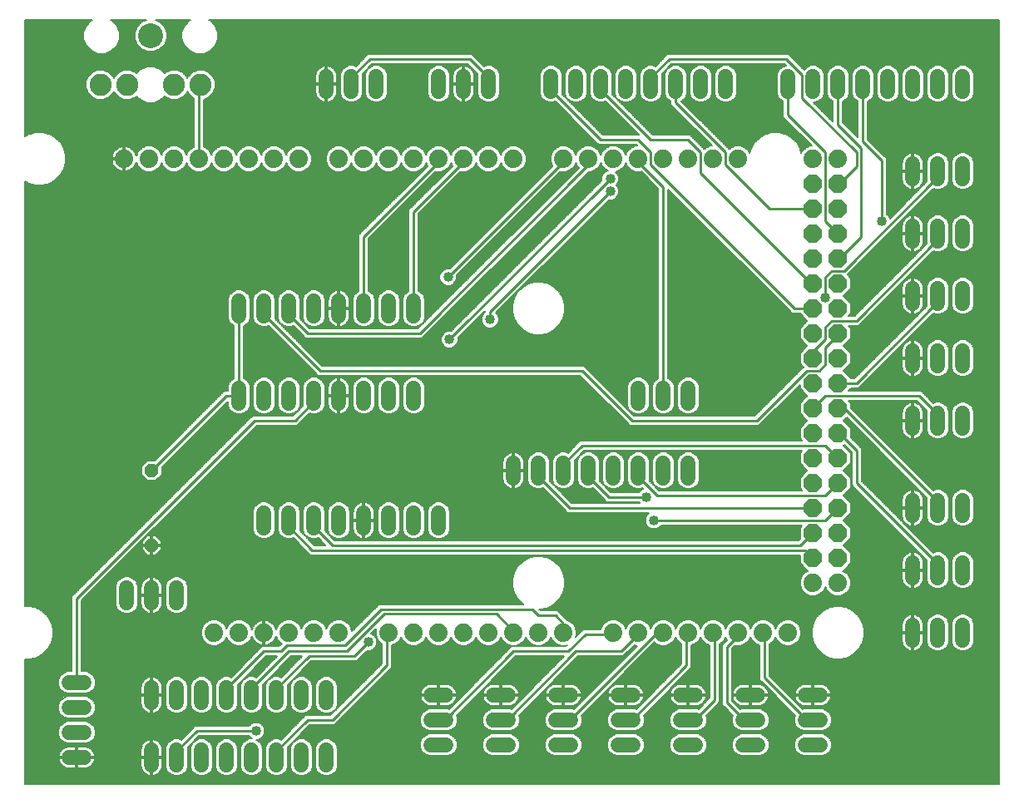
<source format=gbl>
G75*
%MOIN*%
%OFA0B0*%
%FSLAX25Y25*%
%IPPOS*%
%LPD*%
%AMOC8*
5,1,8,0,0,1.08239X$1,22.5*
%
%ADD10C,0.06000*%
%ADD11C,0.07400*%
%ADD12OC8,0.07400*%
%ADD13C,0.10000*%
%ADD14C,0.08858*%
%ADD15OC8,0.05200*%
%ADD16C,0.01000*%
%ADD17C,0.04000*%
%ADD18C,0.00600*%
D10*
X0098250Y0017534D02*
X0104250Y0017534D01*
X0104250Y0027534D02*
X0098250Y0027534D01*
X0098250Y0037534D02*
X0104250Y0037534D01*
X0104250Y0047534D02*
X0098250Y0047534D01*
X0131250Y0045534D02*
X0131250Y0039534D01*
X0141250Y0039534D02*
X0141250Y0045534D01*
X0151250Y0045534D02*
X0151250Y0039534D01*
X0161250Y0039534D02*
X0161250Y0045534D01*
X0171250Y0045534D02*
X0171250Y0039534D01*
X0181250Y0039534D02*
X0181250Y0045534D01*
X0191250Y0045534D02*
X0191250Y0039534D01*
X0201250Y0039534D02*
X0201250Y0045534D01*
X0201250Y0020534D02*
X0201250Y0014534D01*
X0191250Y0014534D02*
X0191250Y0020534D01*
X0181250Y0020534D02*
X0181250Y0014534D01*
X0171250Y0014534D02*
X0171250Y0020534D01*
X0161250Y0020534D02*
X0161250Y0014534D01*
X0151250Y0014534D02*
X0151250Y0020534D01*
X0141250Y0020534D02*
X0141250Y0014534D01*
X0131250Y0014534D02*
X0131250Y0020534D01*
X0131250Y0079534D02*
X0131250Y0085534D01*
X0121250Y0085534D02*
X0121250Y0079534D01*
X0141250Y0079534D02*
X0141250Y0085534D01*
X0176250Y0109534D02*
X0176250Y0115534D01*
X0186250Y0115534D02*
X0186250Y0109534D01*
X0196250Y0109534D02*
X0196250Y0115534D01*
X0206250Y0115534D02*
X0206250Y0109534D01*
X0216250Y0109534D02*
X0216250Y0115534D01*
X0226250Y0115534D02*
X0226250Y0109534D01*
X0236250Y0109534D02*
X0236250Y0115534D01*
X0246250Y0115534D02*
X0246250Y0109534D01*
X0276250Y0129534D02*
X0276250Y0135534D01*
X0286250Y0135534D02*
X0286250Y0129534D01*
X0296250Y0129534D02*
X0296250Y0135534D01*
X0306250Y0135534D02*
X0306250Y0129534D01*
X0316250Y0129534D02*
X0316250Y0135534D01*
X0326250Y0135534D02*
X0326250Y0129534D01*
X0336250Y0129534D02*
X0336250Y0135534D01*
X0346250Y0135534D02*
X0346250Y0129534D01*
X0346250Y0159534D02*
X0346250Y0165534D01*
X0336250Y0165534D02*
X0336250Y0159534D01*
X0326250Y0159534D02*
X0326250Y0165534D01*
X0236250Y0165534D02*
X0236250Y0159534D01*
X0226250Y0159534D02*
X0226250Y0165534D01*
X0216250Y0165534D02*
X0216250Y0159534D01*
X0206250Y0159534D02*
X0206250Y0165534D01*
X0196250Y0165534D02*
X0196250Y0159534D01*
X0186250Y0159534D02*
X0186250Y0165534D01*
X0176250Y0165534D02*
X0176250Y0159534D01*
X0166250Y0159534D02*
X0166250Y0165534D01*
X0166250Y0194534D02*
X0166250Y0200534D01*
X0176250Y0200534D02*
X0176250Y0194534D01*
X0186250Y0194534D02*
X0186250Y0200534D01*
X0196250Y0200534D02*
X0196250Y0194534D01*
X0206250Y0194534D02*
X0206250Y0200534D01*
X0216250Y0200534D02*
X0216250Y0194534D01*
X0226250Y0194534D02*
X0226250Y0200534D01*
X0236250Y0200534D02*
X0236250Y0194534D01*
X0246250Y0284534D02*
X0246250Y0290534D01*
X0256250Y0290534D02*
X0256250Y0284534D01*
X0266250Y0284534D02*
X0266250Y0290534D01*
X0291250Y0290534D02*
X0291250Y0284534D01*
X0301250Y0284534D02*
X0301250Y0290534D01*
X0311250Y0290534D02*
X0311250Y0284534D01*
X0321250Y0284534D02*
X0321250Y0290534D01*
X0331250Y0290534D02*
X0331250Y0284534D01*
X0341250Y0284534D02*
X0341250Y0290534D01*
X0351250Y0290534D02*
X0351250Y0284534D01*
X0361250Y0284534D02*
X0361250Y0290534D01*
X0386250Y0290534D02*
X0386250Y0284534D01*
X0396250Y0284534D02*
X0396250Y0290534D01*
X0406250Y0290534D02*
X0406250Y0284534D01*
X0416250Y0284534D02*
X0416250Y0290534D01*
X0426250Y0290534D02*
X0426250Y0284534D01*
X0436250Y0284534D02*
X0436250Y0290534D01*
X0446250Y0290534D02*
X0446250Y0284534D01*
X0456250Y0284534D02*
X0456250Y0290534D01*
X0456250Y0255534D02*
X0456250Y0249534D01*
X0446250Y0249534D02*
X0446250Y0255534D01*
X0436250Y0255534D02*
X0436250Y0249534D01*
X0436250Y0230534D02*
X0436250Y0224534D01*
X0446250Y0224534D02*
X0446250Y0230534D01*
X0456250Y0230534D02*
X0456250Y0224534D01*
X0456250Y0205534D02*
X0456250Y0199534D01*
X0446250Y0199534D02*
X0446250Y0205534D01*
X0436250Y0205534D02*
X0436250Y0199534D01*
X0436250Y0180534D02*
X0436250Y0174534D01*
X0446250Y0174534D02*
X0446250Y0180534D01*
X0456250Y0180534D02*
X0456250Y0174534D01*
X0456250Y0155534D02*
X0456250Y0149534D01*
X0446250Y0149534D02*
X0446250Y0155534D01*
X0436250Y0155534D02*
X0436250Y0149534D01*
X0436250Y0120534D02*
X0436250Y0114534D01*
X0446250Y0114534D02*
X0446250Y0120534D01*
X0456250Y0120534D02*
X0456250Y0114534D01*
X0456250Y0095534D02*
X0456250Y0089534D01*
X0446250Y0089534D02*
X0446250Y0095534D01*
X0436250Y0095534D02*
X0436250Y0089534D01*
X0436250Y0070534D02*
X0436250Y0064534D01*
X0446250Y0064534D02*
X0446250Y0070534D01*
X0456250Y0070534D02*
X0456250Y0064534D01*
X0399250Y0042534D02*
X0393250Y0042534D01*
X0393250Y0032534D02*
X0399250Y0032534D01*
X0399250Y0022534D02*
X0393250Y0022534D01*
X0374250Y0022534D02*
X0368250Y0022534D01*
X0368250Y0032534D02*
X0374250Y0032534D01*
X0374250Y0042534D02*
X0368250Y0042534D01*
X0349250Y0042534D02*
X0343250Y0042534D01*
X0343250Y0032534D02*
X0349250Y0032534D01*
X0349250Y0022534D02*
X0343250Y0022534D01*
X0324250Y0022534D02*
X0318250Y0022534D01*
X0318250Y0032534D02*
X0324250Y0032534D01*
X0324250Y0042534D02*
X0318250Y0042534D01*
X0299250Y0042534D02*
X0293250Y0042534D01*
X0293250Y0032534D02*
X0299250Y0032534D01*
X0299250Y0022534D02*
X0293250Y0022534D01*
X0274250Y0022534D02*
X0268250Y0022534D01*
X0268250Y0032534D02*
X0274250Y0032534D01*
X0274250Y0042534D02*
X0268250Y0042534D01*
X0249250Y0042534D02*
X0243250Y0042534D01*
X0243250Y0032534D02*
X0249250Y0032534D01*
X0249250Y0022534D02*
X0243250Y0022534D01*
X0221250Y0284534D02*
X0221250Y0290534D01*
X0211250Y0290534D02*
X0211250Y0284534D01*
X0201250Y0284534D02*
X0201250Y0290534D01*
D11*
X0206250Y0257534D03*
X0216250Y0257534D03*
X0226250Y0257534D03*
X0236250Y0257534D03*
X0246250Y0257534D03*
X0256250Y0257534D03*
X0266250Y0257534D03*
X0276250Y0257534D03*
X0296250Y0257534D03*
X0306250Y0257534D03*
X0316250Y0257534D03*
X0326250Y0257534D03*
X0336250Y0257534D03*
X0346250Y0257534D03*
X0356250Y0257534D03*
X0366250Y0257534D03*
X0396250Y0257534D03*
X0406250Y0257534D03*
X0190250Y0257534D03*
X0180250Y0257534D03*
X0170250Y0257534D03*
X0160250Y0257534D03*
X0150250Y0257534D03*
X0140250Y0257534D03*
X0130250Y0257534D03*
X0120250Y0257534D03*
X0156250Y0067534D03*
X0166250Y0067534D03*
X0176250Y0067534D03*
X0186250Y0067534D03*
X0196250Y0067534D03*
X0206250Y0067534D03*
X0226250Y0067534D03*
X0236250Y0067534D03*
X0246250Y0067534D03*
X0256250Y0067534D03*
X0266250Y0067534D03*
X0276250Y0067534D03*
X0286250Y0067534D03*
X0296250Y0067534D03*
X0316250Y0067534D03*
X0326250Y0067534D03*
X0336250Y0067534D03*
X0346250Y0067534D03*
X0356250Y0067534D03*
X0366250Y0067534D03*
X0376250Y0067534D03*
X0386250Y0067534D03*
X0396250Y0087534D03*
X0406250Y0087534D03*
D12*
X0406250Y0097534D03*
X0396250Y0097534D03*
X0396250Y0107534D03*
X0406250Y0107534D03*
X0406250Y0117534D03*
X0396250Y0117534D03*
X0396250Y0127534D03*
X0406250Y0127534D03*
X0406250Y0137534D03*
X0396250Y0137534D03*
X0396250Y0147534D03*
X0406250Y0147534D03*
X0406250Y0157534D03*
X0396250Y0157534D03*
X0396250Y0167534D03*
X0406250Y0167534D03*
X0406250Y0177534D03*
X0396250Y0177534D03*
X0396250Y0187534D03*
X0406250Y0187534D03*
X0406250Y0197534D03*
X0396250Y0197534D03*
X0396250Y0207534D03*
X0406250Y0207534D03*
X0406250Y0217534D03*
X0396250Y0217534D03*
X0396250Y0227534D03*
X0406250Y0227534D03*
X0406250Y0237534D03*
X0396250Y0237534D03*
X0396250Y0247534D03*
X0406250Y0247534D03*
D13*
X0130856Y0306904D03*
D14*
X0121407Y0287219D03*
X0110778Y0287219D03*
X0140305Y0287219D03*
X0150935Y0287219D03*
D15*
X0131250Y0132534D03*
X0131250Y0102534D03*
D16*
X0101250Y0081284D02*
X0172500Y0152534D01*
X0188750Y0152534D01*
X0196250Y0160034D01*
X0196250Y0162534D01*
X0198750Y0172534D02*
X0303750Y0172534D01*
X0323750Y0152534D01*
X0373750Y0152534D01*
X0393750Y0172534D01*
X0398750Y0172534D01*
X0401250Y0175034D01*
X0401250Y0181909D01*
X0406250Y0186909D01*
X0406250Y0187534D01*
X0401250Y0185034D02*
X0396250Y0180034D01*
X0396250Y0177534D01*
X0401250Y0185034D02*
X0401250Y0190034D01*
X0403750Y0192534D01*
X0413750Y0192534D01*
X0446250Y0225034D01*
X0446250Y0227534D01*
X0423750Y0232534D02*
X0423750Y0256909D01*
X0416250Y0264409D01*
X0416250Y0287534D01*
X0406250Y0287534D02*
X0406250Y0271284D01*
X0415625Y0261909D01*
X0415625Y0226284D01*
X0406875Y0217534D01*
X0406250Y0217534D01*
X0403750Y0212534D02*
X0401250Y0210034D01*
X0401250Y0201909D01*
X0396250Y0197534D02*
X0388750Y0197534D01*
X0331250Y0255034D01*
X0331250Y0260034D01*
X0326250Y0265034D01*
X0311250Y0265034D01*
X0291250Y0285034D01*
X0291250Y0287534D01*
X0311250Y0287534D02*
X0311250Y0285034D01*
X0331250Y0265034D01*
X0346250Y0265034D01*
X0351250Y0260034D01*
X0351250Y0251909D01*
X0395625Y0207534D01*
X0396250Y0207534D01*
X0403750Y0212534D02*
X0408750Y0212534D01*
X0446250Y0250034D01*
X0446250Y0252534D01*
X0413750Y0254409D02*
X0406875Y0247534D01*
X0406250Y0247534D01*
X0413750Y0254409D02*
X0413750Y0260034D01*
X0391875Y0281909D01*
X0391875Y0291284D01*
X0385625Y0297534D01*
X0338750Y0297534D01*
X0331250Y0290034D01*
X0331250Y0287534D01*
X0341250Y0287534D02*
X0341250Y0280034D01*
X0361250Y0260034D01*
X0361250Y0255034D01*
X0378750Y0237534D01*
X0396250Y0237534D01*
X0401250Y0232534D02*
X0406250Y0227534D01*
X0401250Y0232534D02*
X0401250Y0260034D01*
X0386250Y0275034D01*
X0386250Y0287534D01*
X0336250Y0246284D02*
X0326250Y0256284D01*
X0326250Y0257534D01*
X0315000Y0249409D02*
X0250625Y0185034D01*
X0238750Y0187534D02*
X0306250Y0255034D01*
X0306250Y0257534D01*
X0296250Y0257534D02*
X0296250Y0256284D01*
X0250000Y0210034D01*
X0236250Y0197534D02*
X0236250Y0236284D01*
X0256250Y0256284D01*
X0256250Y0257534D01*
X0246250Y0257534D02*
X0246250Y0256284D01*
X0216250Y0226284D01*
X0216250Y0197534D01*
X0238750Y0187534D02*
X0193750Y0187534D01*
X0186250Y0195034D01*
X0186250Y0197534D01*
X0176250Y0197534D02*
X0176250Y0195034D01*
X0198750Y0172534D01*
X0166250Y0162534D02*
X0166250Y0197534D01*
X0166250Y0162534D02*
X0161250Y0162534D01*
X0131250Y0132534D01*
X0186250Y0112534D02*
X0186250Y0110034D01*
X0195625Y0100659D01*
X0393125Y0100659D01*
X0396250Y0097534D01*
X0391250Y0102534D02*
X0396250Y0107534D01*
X0391250Y0102534D02*
X0203750Y0102534D01*
X0196250Y0110034D01*
X0196250Y0112534D01*
X0223125Y0076909D02*
X0283750Y0076909D01*
X0286250Y0074409D01*
X0293125Y0074409D01*
X0296250Y0071284D01*
X0296250Y0067534D01*
X0298125Y0060034D02*
X0305000Y0066909D01*
X0315625Y0066909D01*
X0316250Y0067534D01*
X0319375Y0060034D02*
X0326250Y0066909D01*
X0326250Y0067534D01*
X0333750Y0067534D02*
X0336250Y0067534D01*
X0333750Y0067534D02*
X0298750Y0032534D01*
X0296250Y0032534D01*
X0273750Y0032534D02*
X0301250Y0060034D01*
X0319375Y0060034D01*
X0298125Y0060034D02*
X0276250Y0060034D01*
X0248750Y0032534D01*
X0246250Y0032534D01*
X0271250Y0032534D02*
X0273750Y0032534D01*
X0321250Y0032534D02*
X0323750Y0032534D01*
X0345625Y0054409D01*
X0345625Y0066909D01*
X0346250Y0067534D01*
X0356250Y0067534D02*
X0356875Y0066909D01*
X0356875Y0040659D01*
X0348750Y0032534D01*
X0346250Y0032534D01*
X0361875Y0039409D02*
X0361875Y0061909D01*
X0366250Y0066284D01*
X0366250Y0067534D01*
X0376250Y0067534D02*
X0376875Y0066909D01*
X0376875Y0049409D01*
X0393750Y0032534D01*
X0396250Y0032534D01*
X0371250Y0032534D02*
X0368750Y0032534D01*
X0361875Y0039409D01*
X0276250Y0067534D02*
X0276250Y0068159D01*
X0269375Y0075034D01*
X0224375Y0075034D01*
X0209375Y0060034D01*
X0186250Y0060034D01*
X0171250Y0045034D01*
X0171250Y0042534D01*
X0161250Y0042534D02*
X0161250Y0045034D01*
X0176250Y0060034D01*
X0183125Y0060034D01*
X0185625Y0062534D01*
X0208750Y0062534D01*
X0223125Y0076909D01*
X0226250Y0067534D02*
X0225625Y0066909D01*
X0225625Y0054409D01*
X0203750Y0032534D01*
X0193750Y0032534D01*
X0181250Y0020034D01*
X0181250Y0017534D01*
X0173125Y0028159D02*
X0149375Y0028159D01*
X0141250Y0020034D01*
X0141250Y0017534D01*
X0181250Y0042534D02*
X0181250Y0045034D01*
X0194375Y0058159D01*
X0212500Y0058159D01*
X0218125Y0063784D01*
X0286250Y0130034D02*
X0298750Y0117534D01*
X0396250Y0117534D01*
X0401250Y0112534D02*
X0406250Y0117534D01*
X0401250Y0122534D02*
X0406250Y0127534D01*
X0413750Y0127534D02*
X0413750Y0140659D01*
X0406875Y0147534D01*
X0406250Y0147534D01*
X0401250Y0142534D02*
X0406250Y0137534D01*
X0401250Y0142534D02*
X0303750Y0142534D01*
X0296250Y0135034D01*
X0296250Y0132534D01*
X0306250Y0132534D02*
X0306250Y0130034D01*
X0314375Y0121909D01*
X0329375Y0121909D01*
X0333750Y0122534D02*
X0401250Y0122534D01*
X0413750Y0127534D02*
X0446250Y0095034D01*
X0446250Y0092534D01*
X0446250Y0117534D02*
X0446250Y0120034D01*
X0408750Y0157534D01*
X0406250Y0157534D01*
X0401250Y0162534D02*
X0396250Y0157534D01*
X0401250Y0162534D02*
X0438750Y0162534D01*
X0446250Y0155034D01*
X0446250Y0152534D01*
X0413750Y0167534D02*
X0406250Y0167534D01*
X0413750Y0167534D02*
X0446250Y0200034D01*
X0446250Y0202534D01*
X0336250Y0162534D02*
X0336250Y0246284D01*
X0315000Y0244409D02*
X0266875Y0196284D01*
X0266875Y0193159D01*
X0286250Y0132534D02*
X0286250Y0130034D01*
X0326250Y0130034D02*
X0333750Y0122534D01*
X0332500Y0112534D02*
X0401250Y0112534D01*
X0326250Y0130034D02*
X0326250Y0132534D01*
X0150250Y0257534D02*
X0150000Y0257534D01*
X0150000Y0286284D01*
X0150935Y0287219D01*
X0211250Y0287534D02*
X0211250Y0290034D01*
X0218750Y0297534D01*
X0258750Y0297534D01*
X0266250Y0290034D01*
X0266250Y0287534D01*
X0101250Y0081284D02*
X0101250Y0047534D01*
D17*
X0173125Y0028159D03*
X0218125Y0063784D03*
X0329375Y0121909D03*
X0332500Y0112534D03*
X0250625Y0185034D03*
X0266875Y0193159D03*
X0250000Y0210034D03*
X0315000Y0244409D03*
X0315000Y0249409D03*
X0401250Y0201909D03*
X0423750Y0232534D03*
D18*
X0080550Y0056935D02*
X0080550Y0006834D01*
X0470651Y0006834D01*
X0470651Y0313195D01*
X0154307Y0313195D01*
X0154650Y0313053D01*
X0156690Y0311013D01*
X0157794Y0308347D01*
X0157794Y0305462D01*
X0156690Y0302796D01*
X0154650Y0300756D01*
X0151984Y0299651D01*
X0149099Y0299651D01*
X0146433Y0300756D01*
X0144393Y0302796D01*
X0143289Y0305462D01*
X0143289Y0308347D01*
X0144393Y0311013D01*
X0146433Y0313053D01*
X0146776Y0313195D01*
X0132655Y0313195D01*
X0134538Y0312415D01*
X0136367Y0310586D01*
X0137356Y0308197D01*
X0137356Y0305611D01*
X0136367Y0303222D01*
X0134538Y0301394D01*
X0132149Y0300404D01*
X0129563Y0300404D01*
X0127174Y0301394D01*
X0125346Y0303222D01*
X0124356Y0305611D01*
X0124356Y0308197D01*
X0125346Y0310586D01*
X0127174Y0312415D01*
X0129058Y0313195D01*
X0114937Y0313195D01*
X0115280Y0313053D01*
X0117320Y0311013D01*
X0118424Y0308347D01*
X0118424Y0305462D01*
X0117320Y0302796D01*
X0115280Y0300756D01*
X0112614Y0299651D01*
X0109729Y0299651D01*
X0107063Y0300756D01*
X0105023Y0302796D01*
X0103919Y0305462D01*
X0103919Y0308347D01*
X0105023Y0311013D01*
X0107063Y0313053D01*
X0107406Y0313195D01*
X0080550Y0313195D01*
X0080550Y0266482D01*
X0082159Y0267411D01*
X0084855Y0268133D01*
X0087645Y0268133D01*
X0090341Y0267411D01*
X0092758Y0266016D01*
X0094731Y0264042D01*
X0096127Y0261625D01*
X0096849Y0258930D01*
X0096849Y0256139D01*
X0096127Y0253443D01*
X0094731Y0251026D01*
X0092758Y0249053D01*
X0090341Y0247657D01*
X0087645Y0246935D01*
X0084855Y0246935D01*
X0082159Y0247657D01*
X0080550Y0248586D01*
X0080550Y0078133D01*
X0082645Y0078133D01*
X0085341Y0077411D01*
X0087758Y0076016D01*
X0089731Y0074042D01*
X0091127Y0071625D01*
X0091849Y0068930D01*
X0091849Y0066139D01*
X0091127Y0063443D01*
X0089731Y0061026D01*
X0087758Y0059053D01*
X0085341Y0057657D01*
X0082645Y0056935D01*
X0080550Y0056935D01*
X0080550Y0056400D02*
X0099250Y0056400D01*
X0099250Y0055802D02*
X0080550Y0055802D01*
X0080550Y0055203D02*
X0099250Y0055203D01*
X0099250Y0054605D02*
X0080550Y0054605D01*
X0080550Y0054006D02*
X0099250Y0054006D01*
X0099250Y0053408D02*
X0080550Y0053408D01*
X0080550Y0052809D02*
X0099250Y0052809D01*
X0099250Y0052211D02*
X0080550Y0052211D01*
X0080550Y0051612D02*
X0096336Y0051612D01*
X0095701Y0051349D02*
X0094435Y0050083D01*
X0093750Y0048429D01*
X0093750Y0046639D01*
X0094435Y0044985D01*
X0095701Y0043719D01*
X0097355Y0043034D01*
X0105145Y0043034D01*
X0106799Y0043719D01*
X0108065Y0044985D01*
X0108750Y0046639D01*
X0108750Y0048429D01*
X0108065Y0050083D01*
X0106799Y0051349D01*
X0105145Y0052034D01*
X0103250Y0052034D01*
X0103250Y0080456D01*
X0173328Y0150534D01*
X0189578Y0150534D01*
X0194452Y0155408D01*
X0195355Y0155034D01*
X0197145Y0155034D01*
X0198799Y0155719D01*
X0200065Y0156985D01*
X0200750Y0158639D01*
X0200750Y0166429D01*
X0200065Y0168083D01*
X0198799Y0169349D01*
X0197145Y0170034D01*
X0195355Y0170034D01*
X0193701Y0169349D01*
X0192435Y0168083D01*
X0191750Y0166429D01*
X0191750Y0158639D01*
X0191831Y0158444D01*
X0187922Y0154534D01*
X0171672Y0154534D01*
X0170500Y0153363D01*
X0099250Y0082113D01*
X0099250Y0052034D01*
X0097355Y0052034D01*
X0095701Y0051349D01*
X0095365Y0051014D02*
X0080550Y0051014D01*
X0080550Y0050415D02*
X0094767Y0050415D01*
X0094325Y0049817D02*
X0080550Y0049817D01*
X0080550Y0049218D02*
X0094077Y0049218D01*
X0093829Y0048619D02*
X0080550Y0048619D01*
X0080550Y0048021D02*
X0093750Y0048021D01*
X0093750Y0047422D02*
X0080550Y0047422D01*
X0080550Y0046824D02*
X0093750Y0046824D01*
X0093921Y0046225D02*
X0080550Y0046225D01*
X0080550Y0045627D02*
X0094169Y0045627D01*
X0094417Y0045028D02*
X0080550Y0045028D01*
X0080550Y0044430D02*
X0094990Y0044430D01*
X0095589Y0043831D02*
X0080550Y0043831D01*
X0080550Y0043233D02*
X0096875Y0043233D01*
X0097355Y0042034D02*
X0095701Y0041349D01*
X0094435Y0040083D01*
X0093750Y0038429D01*
X0093750Y0036639D01*
X0094435Y0034985D01*
X0095701Y0033719D01*
X0097355Y0033034D01*
X0105145Y0033034D01*
X0106799Y0033719D01*
X0108065Y0034985D01*
X0108750Y0036639D01*
X0108750Y0038429D01*
X0108065Y0040083D01*
X0106799Y0041349D01*
X0105145Y0042034D01*
X0097355Y0042034D01*
X0095914Y0041437D02*
X0080550Y0041437D01*
X0080550Y0040839D02*
X0095191Y0040839D01*
X0094592Y0040240D02*
X0080550Y0040240D01*
X0080550Y0039642D02*
X0094252Y0039642D01*
X0094004Y0039043D02*
X0080550Y0039043D01*
X0080550Y0038445D02*
X0093756Y0038445D01*
X0093750Y0037846D02*
X0080550Y0037846D01*
X0080550Y0037248D02*
X0093750Y0037248D01*
X0093750Y0036649D02*
X0080550Y0036649D01*
X0080550Y0036051D02*
X0093994Y0036051D01*
X0094242Y0035452D02*
X0080550Y0035452D01*
X0080550Y0034854D02*
X0094566Y0034854D01*
X0095165Y0034255D02*
X0080550Y0034255D01*
X0080550Y0033657D02*
X0095852Y0033657D01*
X0097297Y0033058D02*
X0080550Y0033058D01*
X0080550Y0032460D02*
X0190847Y0032460D01*
X0191446Y0033058D02*
X0105203Y0033058D01*
X0105145Y0032034D02*
X0097355Y0032034D01*
X0095701Y0031349D01*
X0094435Y0030083D01*
X0093750Y0028429D01*
X0093750Y0026639D01*
X0094435Y0024985D01*
X0095701Y0023719D01*
X0097355Y0023034D01*
X0105145Y0023034D01*
X0106799Y0023719D01*
X0108065Y0024985D01*
X0108750Y0026639D01*
X0108750Y0028429D01*
X0108065Y0030083D01*
X0106799Y0031349D01*
X0105145Y0032034D01*
X0105563Y0031861D02*
X0190249Y0031861D01*
X0189650Y0031263D02*
X0174778Y0031263D01*
X0175108Y0031126D02*
X0173821Y0031659D01*
X0172429Y0031659D01*
X0171142Y0031126D01*
X0170175Y0030159D01*
X0148547Y0030159D01*
X0147375Y0028988D01*
X0143048Y0024660D01*
X0142145Y0025034D01*
X0140355Y0025034D01*
X0138701Y0024349D01*
X0137435Y0023083D01*
X0136750Y0021429D01*
X0136750Y0013639D01*
X0137435Y0011985D01*
X0138701Y0010719D01*
X0140355Y0010034D01*
X0142145Y0010034D01*
X0143799Y0010719D01*
X0145065Y0011985D01*
X0145750Y0013639D01*
X0145750Y0021429D01*
X0145669Y0021625D01*
X0150203Y0026159D01*
X0170175Y0026159D01*
X0171142Y0025192D01*
X0171524Y0025034D01*
X0170355Y0025034D01*
X0168701Y0024349D01*
X0167435Y0023083D01*
X0166750Y0021429D01*
X0166750Y0013639D01*
X0167435Y0011985D01*
X0168701Y0010719D01*
X0170355Y0010034D01*
X0172145Y0010034D01*
X0173799Y0010719D01*
X0175065Y0011985D01*
X0175750Y0013639D01*
X0175750Y0021429D01*
X0175065Y0023083D01*
X0173799Y0024349D01*
X0173050Y0024659D01*
X0173821Y0024659D01*
X0175108Y0025192D01*
X0176092Y0026177D01*
X0176625Y0027463D01*
X0176625Y0028855D01*
X0176092Y0030142D01*
X0175108Y0031126D01*
X0175570Y0030664D02*
X0189052Y0030664D01*
X0188453Y0030066D02*
X0176124Y0030066D01*
X0176372Y0029467D02*
X0187855Y0029467D01*
X0187256Y0028869D02*
X0176619Y0028869D01*
X0176625Y0028270D02*
X0186658Y0028270D01*
X0186059Y0027672D02*
X0176625Y0027672D01*
X0176464Y0027073D02*
X0185461Y0027073D01*
X0184862Y0026475D02*
X0176216Y0026475D01*
X0175792Y0025876D02*
X0184264Y0025876D01*
X0183665Y0025278D02*
X0175193Y0025278D01*
X0173869Y0024679D02*
X0179498Y0024679D01*
X0178701Y0024349D02*
X0177435Y0023083D01*
X0176750Y0021429D01*
X0176750Y0013639D01*
X0177435Y0011985D01*
X0178701Y0010719D01*
X0180355Y0010034D01*
X0182145Y0010034D01*
X0183799Y0010719D01*
X0185065Y0011985D01*
X0185750Y0013639D01*
X0185750Y0021429D01*
X0185669Y0021625D01*
X0194578Y0030534D01*
X0204578Y0030534D01*
X0226453Y0052409D01*
X0227625Y0053581D01*
X0227625Y0062475D01*
X0229196Y0063126D01*
X0230658Y0064589D01*
X0231250Y0066017D01*
X0231842Y0064589D01*
X0233304Y0063126D01*
X0235216Y0062334D01*
X0237284Y0062334D01*
X0239196Y0063126D01*
X0240658Y0064589D01*
X0241250Y0066017D01*
X0241842Y0064589D01*
X0243304Y0063126D01*
X0245216Y0062334D01*
X0247284Y0062334D01*
X0249196Y0063126D01*
X0250658Y0064589D01*
X0251250Y0066017D01*
X0251842Y0064589D01*
X0253304Y0063126D01*
X0255216Y0062334D01*
X0257284Y0062334D01*
X0259196Y0063126D01*
X0260658Y0064589D01*
X0261250Y0066017D01*
X0261842Y0064589D01*
X0263304Y0063126D01*
X0265216Y0062334D01*
X0267284Y0062334D01*
X0269196Y0063126D01*
X0270658Y0064589D01*
X0271250Y0066017D01*
X0271842Y0064589D01*
X0273304Y0063126D01*
X0275216Y0062334D01*
X0277284Y0062334D01*
X0279196Y0063126D01*
X0280658Y0064589D01*
X0281250Y0066017D01*
X0281842Y0064589D01*
X0283304Y0063126D01*
X0285216Y0062334D01*
X0287284Y0062334D01*
X0289196Y0063126D01*
X0290658Y0064589D01*
X0291250Y0066017D01*
X0291842Y0064589D01*
X0293304Y0063126D01*
X0295216Y0062334D01*
X0297284Y0062334D01*
X0297817Y0062555D01*
X0297297Y0062034D01*
X0275422Y0062034D01*
X0274250Y0060863D01*
X0250341Y0036953D01*
X0250145Y0037034D01*
X0242355Y0037034D01*
X0240701Y0036349D01*
X0239435Y0035083D01*
X0238750Y0033429D01*
X0238750Y0031639D01*
X0239435Y0029985D01*
X0240701Y0028719D01*
X0242355Y0028034D01*
X0250145Y0028034D01*
X0251799Y0028719D01*
X0253065Y0029985D01*
X0253750Y0031639D01*
X0253750Y0033429D01*
X0253376Y0034332D01*
X0277078Y0058034D01*
X0296422Y0058034D01*
X0275341Y0036953D01*
X0275145Y0037034D01*
X0267355Y0037034D01*
X0265701Y0036349D01*
X0264435Y0035083D01*
X0263750Y0033429D01*
X0263750Y0031639D01*
X0264435Y0029985D01*
X0265701Y0028719D01*
X0267355Y0028034D01*
X0275145Y0028034D01*
X0276799Y0028719D01*
X0278065Y0029985D01*
X0278750Y0031639D01*
X0278750Y0033429D01*
X0278376Y0034332D01*
X0302078Y0058034D01*
X0320203Y0058034D01*
X0324712Y0062543D01*
X0325216Y0062334D01*
X0325722Y0062334D01*
X0300341Y0036953D01*
X0300145Y0037034D01*
X0292355Y0037034D01*
X0290701Y0036349D01*
X0289435Y0035083D01*
X0288750Y0033429D01*
X0288750Y0031639D01*
X0289435Y0029985D01*
X0290701Y0028719D01*
X0292355Y0028034D01*
X0300145Y0028034D01*
X0301799Y0028719D01*
X0303065Y0029985D01*
X0303750Y0031639D01*
X0303750Y0033429D01*
X0303376Y0034332D01*
X0332737Y0063693D01*
X0333304Y0063126D01*
X0335216Y0062334D01*
X0337284Y0062334D01*
X0339196Y0063126D01*
X0340658Y0064589D01*
X0341250Y0066017D01*
X0341842Y0064589D01*
X0343304Y0063126D01*
X0343625Y0062993D01*
X0343625Y0055238D01*
X0325341Y0036953D01*
X0325145Y0037034D01*
X0317355Y0037034D01*
X0315701Y0036349D01*
X0314435Y0035083D01*
X0313750Y0033429D01*
X0313750Y0031639D01*
X0314435Y0029985D01*
X0315701Y0028719D01*
X0317355Y0028034D01*
X0325145Y0028034D01*
X0326799Y0028719D01*
X0328065Y0029985D01*
X0328750Y0031639D01*
X0328750Y0033429D01*
X0328376Y0034332D01*
X0346453Y0052409D01*
X0347625Y0053581D01*
X0347625Y0062475D01*
X0349196Y0063126D01*
X0350658Y0064589D01*
X0351250Y0066017D01*
X0351842Y0064589D01*
X0353304Y0063126D01*
X0354875Y0062475D01*
X0354875Y0041488D01*
X0350341Y0036953D01*
X0350145Y0037034D01*
X0342355Y0037034D01*
X0340701Y0036349D01*
X0339435Y0035083D01*
X0338750Y0033429D01*
X0338750Y0031639D01*
X0339435Y0029985D01*
X0340701Y0028719D01*
X0342355Y0028034D01*
X0350145Y0028034D01*
X0351799Y0028719D01*
X0353065Y0029985D01*
X0353750Y0031639D01*
X0353750Y0033429D01*
X0353376Y0034332D01*
X0357703Y0038659D01*
X0358875Y0039831D01*
X0358875Y0062993D01*
X0359196Y0063126D01*
X0360658Y0064589D01*
X0361250Y0066017D01*
X0361808Y0064670D01*
X0359875Y0062738D01*
X0359875Y0038581D01*
X0361047Y0037409D01*
X0364124Y0034332D01*
X0363750Y0033429D01*
X0363750Y0031639D01*
X0364435Y0029985D01*
X0365701Y0028719D01*
X0367355Y0028034D01*
X0375145Y0028034D01*
X0376799Y0028719D01*
X0378065Y0029985D01*
X0378750Y0031639D01*
X0378750Y0033429D01*
X0378065Y0035083D01*
X0376799Y0036349D01*
X0375145Y0037034D01*
X0367355Y0037034D01*
X0367159Y0036953D01*
X0363875Y0040238D01*
X0363875Y0061081D01*
X0365154Y0062360D01*
X0365216Y0062334D01*
X0367284Y0062334D01*
X0369196Y0063126D01*
X0370658Y0064589D01*
X0371250Y0066017D01*
X0371842Y0064589D01*
X0373304Y0063126D01*
X0374875Y0062475D01*
X0374875Y0048581D01*
X0376047Y0047409D01*
X0389124Y0034332D01*
X0388750Y0033429D01*
X0388750Y0031639D01*
X0389435Y0029985D01*
X0390701Y0028719D01*
X0392355Y0028034D01*
X0400145Y0028034D01*
X0401799Y0028719D01*
X0403065Y0029985D01*
X0403750Y0031639D01*
X0403750Y0033429D01*
X0403065Y0035083D01*
X0401799Y0036349D01*
X0400145Y0037034D01*
X0392355Y0037034D01*
X0392159Y0036953D01*
X0378875Y0050238D01*
X0378875Y0062993D01*
X0379196Y0063126D01*
X0380658Y0064589D01*
X0381250Y0066017D01*
X0381842Y0064589D01*
X0383304Y0063126D01*
X0385216Y0062334D01*
X0387284Y0062334D01*
X0389196Y0063126D01*
X0390658Y0064589D01*
X0391450Y0066500D01*
X0391450Y0068568D01*
X0390658Y0070480D01*
X0389196Y0071942D01*
X0387284Y0072734D01*
X0385216Y0072734D01*
X0383304Y0071942D01*
X0381842Y0070480D01*
X0381250Y0069051D01*
X0380658Y0070480D01*
X0379196Y0071942D01*
X0377284Y0072734D01*
X0375216Y0072734D01*
X0373304Y0071942D01*
X0371842Y0070480D01*
X0371250Y0069051D01*
X0370658Y0070480D01*
X0369196Y0071942D01*
X0367284Y0072734D01*
X0365216Y0072734D01*
X0363304Y0071942D01*
X0361842Y0070480D01*
X0361250Y0069051D01*
X0360658Y0070480D01*
X0359196Y0071942D01*
X0357284Y0072734D01*
X0355216Y0072734D01*
X0353304Y0071942D01*
X0351842Y0070480D01*
X0351250Y0069051D01*
X0350658Y0070480D01*
X0349196Y0071942D01*
X0347284Y0072734D01*
X0345216Y0072734D01*
X0343304Y0071942D01*
X0341842Y0070480D01*
X0341250Y0069051D01*
X0340658Y0070480D01*
X0339196Y0071942D01*
X0337284Y0072734D01*
X0335216Y0072734D01*
X0333304Y0071942D01*
X0331842Y0070480D01*
X0331250Y0069051D01*
X0330658Y0070480D01*
X0329196Y0071942D01*
X0327284Y0072734D01*
X0325216Y0072734D01*
X0323304Y0071942D01*
X0321842Y0070480D01*
X0321250Y0069051D01*
X0320658Y0070480D01*
X0319196Y0071942D01*
X0317284Y0072734D01*
X0315216Y0072734D01*
X0313304Y0071942D01*
X0311842Y0070480D01*
X0311191Y0068909D01*
X0304172Y0068909D01*
X0303000Y0067738D01*
X0301229Y0065967D01*
X0301450Y0066500D01*
X0301450Y0068568D01*
X0300658Y0070480D01*
X0299196Y0071942D01*
X0297872Y0072491D01*
X0297078Y0073284D01*
X0293953Y0076409D01*
X0287078Y0076409D01*
X0286553Y0076935D01*
X0287645Y0076935D01*
X0290341Y0077657D01*
X0292758Y0079053D01*
X0294731Y0081026D01*
X0296127Y0083443D01*
X0296849Y0086139D01*
X0296849Y0088930D01*
X0296127Y0091625D01*
X0294731Y0094042D01*
X0292758Y0096016D01*
X0290341Y0097411D01*
X0287645Y0098133D01*
X0284855Y0098133D01*
X0282159Y0097411D01*
X0279742Y0096016D01*
X0277769Y0094042D01*
X0276373Y0091625D01*
X0275651Y0088930D01*
X0275651Y0086139D01*
X0276373Y0083443D01*
X0277769Y0081026D01*
X0279742Y0079053D01*
X0279991Y0078909D01*
X0222297Y0078909D01*
X0221125Y0077738D01*
X0211450Y0068063D01*
X0211450Y0068568D01*
X0210658Y0070480D01*
X0209196Y0071942D01*
X0207284Y0072734D01*
X0205216Y0072734D01*
X0203304Y0071942D01*
X0201842Y0070480D01*
X0201250Y0069051D01*
X0200658Y0070480D01*
X0199196Y0071942D01*
X0197284Y0072734D01*
X0195216Y0072734D01*
X0193304Y0071942D01*
X0191842Y0070480D01*
X0191250Y0069051D01*
X0190658Y0070480D01*
X0189196Y0071942D01*
X0187284Y0072734D01*
X0185216Y0072734D01*
X0183304Y0071942D01*
X0181842Y0070480D01*
X0181118Y0068732D01*
X0180884Y0069453D01*
X0180526Y0070155D01*
X0180064Y0070791D01*
X0179507Y0071348D01*
X0178871Y0071810D01*
X0178169Y0072168D01*
X0177421Y0072411D01*
X0176644Y0072534D01*
X0176550Y0072534D01*
X0176550Y0067834D01*
X0175950Y0067834D01*
X0175950Y0072534D01*
X0175856Y0072534D01*
X0175079Y0072411D01*
X0174331Y0072168D01*
X0173629Y0071810D01*
X0172993Y0071348D01*
X0172436Y0070791D01*
X0171974Y0070155D01*
X0171616Y0069453D01*
X0171382Y0068732D01*
X0170658Y0070480D01*
X0169196Y0071942D01*
X0167284Y0072734D01*
X0165216Y0072734D01*
X0163304Y0071942D01*
X0161842Y0070480D01*
X0161250Y0069051D01*
X0160658Y0070480D01*
X0159196Y0071942D01*
X0157284Y0072734D01*
X0155216Y0072734D01*
X0153304Y0071942D01*
X0151842Y0070480D01*
X0151050Y0068568D01*
X0151050Y0066500D01*
X0151842Y0064589D01*
X0153304Y0063126D01*
X0155216Y0062334D01*
X0157284Y0062334D01*
X0159196Y0063126D01*
X0160658Y0064589D01*
X0161250Y0066017D01*
X0161842Y0064589D01*
X0163304Y0063126D01*
X0165216Y0062334D01*
X0167284Y0062334D01*
X0169196Y0063126D01*
X0170658Y0064589D01*
X0171382Y0066336D01*
X0171616Y0065615D01*
X0171974Y0064914D01*
X0172436Y0064277D01*
X0172993Y0063720D01*
X0173629Y0063258D01*
X0174331Y0062900D01*
X0175079Y0062657D01*
X0175856Y0062534D01*
X0175950Y0062534D01*
X0175950Y0067234D01*
X0176550Y0067234D01*
X0176550Y0062534D01*
X0176644Y0062534D01*
X0177421Y0062657D01*
X0178169Y0062900D01*
X0178871Y0063258D01*
X0179507Y0063720D01*
X0180064Y0064277D01*
X0180526Y0064914D01*
X0180884Y0065615D01*
X0181118Y0066336D01*
X0181842Y0064589D01*
X0183304Y0063126D01*
X0183364Y0063101D01*
X0182297Y0062034D01*
X0175422Y0062034D01*
X0174250Y0060863D01*
X0163048Y0049660D01*
X0162145Y0050034D01*
X0160355Y0050034D01*
X0158701Y0049349D01*
X0157435Y0048083D01*
X0156750Y0046429D01*
X0156750Y0038639D01*
X0157435Y0036985D01*
X0158701Y0035719D01*
X0160355Y0035034D01*
X0162145Y0035034D01*
X0163799Y0035719D01*
X0165065Y0036985D01*
X0165750Y0038639D01*
X0165750Y0046429D01*
X0165669Y0046625D01*
X0177078Y0058034D01*
X0181422Y0058034D01*
X0173048Y0049660D01*
X0172145Y0050034D01*
X0170355Y0050034D01*
X0168701Y0049349D01*
X0167435Y0048083D01*
X0166750Y0046429D01*
X0166750Y0038639D01*
X0167435Y0036985D01*
X0168701Y0035719D01*
X0170355Y0035034D01*
X0172145Y0035034D01*
X0173799Y0035719D01*
X0175065Y0036985D01*
X0175750Y0038639D01*
X0175750Y0046429D01*
X0175669Y0046625D01*
X0187078Y0058034D01*
X0191422Y0058034D01*
X0183048Y0049660D01*
X0182145Y0050034D01*
X0180355Y0050034D01*
X0178701Y0049349D01*
X0177435Y0048083D01*
X0176750Y0046429D01*
X0176750Y0038639D01*
X0177435Y0036985D01*
X0178701Y0035719D01*
X0180355Y0035034D01*
X0182145Y0035034D01*
X0183799Y0035719D01*
X0185065Y0036985D01*
X0185750Y0038639D01*
X0185750Y0046429D01*
X0185669Y0046625D01*
X0195203Y0056159D01*
X0213328Y0056159D01*
X0217453Y0060284D01*
X0218821Y0060284D01*
X0220108Y0060817D01*
X0221092Y0061802D01*
X0221625Y0063088D01*
X0221625Y0064480D01*
X0221092Y0065767D01*
X0220108Y0066751D01*
X0219268Y0067099D01*
X0221271Y0069102D01*
X0221050Y0068568D01*
X0221050Y0066500D01*
X0221842Y0064589D01*
X0223304Y0063126D01*
X0223625Y0062993D01*
X0223625Y0055238D01*
X0202922Y0034534D01*
X0192922Y0034534D01*
X0191750Y0033363D01*
X0183048Y0024660D01*
X0182145Y0025034D01*
X0180355Y0025034D01*
X0178701Y0024349D01*
X0178432Y0024081D02*
X0174068Y0024081D01*
X0174666Y0023482D02*
X0177834Y0023482D01*
X0177352Y0022884D02*
X0175148Y0022884D01*
X0175396Y0022285D02*
X0177104Y0022285D01*
X0176857Y0021686D02*
X0175643Y0021686D01*
X0175750Y0021088D02*
X0176750Y0021088D01*
X0176750Y0020489D02*
X0175750Y0020489D01*
X0175750Y0019891D02*
X0176750Y0019891D01*
X0176750Y0019292D02*
X0175750Y0019292D01*
X0175750Y0018694D02*
X0176750Y0018694D01*
X0176750Y0018095D02*
X0175750Y0018095D01*
X0175750Y0017497D02*
X0176750Y0017497D01*
X0176750Y0016898D02*
X0175750Y0016898D01*
X0175750Y0016300D02*
X0176750Y0016300D01*
X0176750Y0015701D02*
X0175750Y0015701D01*
X0175750Y0015103D02*
X0176750Y0015103D01*
X0176750Y0014504D02*
X0175750Y0014504D01*
X0175750Y0013906D02*
X0176750Y0013906D01*
X0176887Y0013307D02*
X0175613Y0013307D01*
X0175365Y0012709D02*
X0177135Y0012709D01*
X0177383Y0012110D02*
X0175117Y0012110D01*
X0174592Y0011512D02*
X0177908Y0011512D01*
X0178507Y0010913D02*
X0173993Y0010913D01*
X0172823Y0010315D02*
X0179677Y0010315D01*
X0182823Y0010315D02*
X0189677Y0010315D01*
X0190355Y0010034D02*
X0192145Y0010034D01*
X0193799Y0010719D01*
X0195065Y0011985D01*
X0195750Y0013639D01*
X0195750Y0021429D01*
X0195065Y0023083D01*
X0193799Y0024349D01*
X0192145Y0025034D01*
X0190355Y0025034D01*
X0188701Y0024349D01*
X0187435Y0023083D01*
X0186750Y0021429D01*
X0186750Y0013639D01*
X0187435Y0011985D01*
X0188701Y0010719D01*
X0190355Y0010034D01*
X0188507Y0010913D02*
X0183993Y0010913D01*
X0184592Y0011512D02*
X0187908Y0011512D01*
X0187383Y0012110D02*
X0185117Y0012110D01*
X0185365Y0012709D02*
X0187135Y0012709D01*
X0186887Y0013307D02*
X0185613Y0013307D01*
X0185750Y0013906D02*
X0186750Y0013906D01*
X0186750Y0014504D02*
X0185750Y0014504D01*
X0185750Y0015103D02*
X0186750Y0015103D01*
X0186750Y0015701D02*
X0185750Y0015701D01*
X0185750Y0016300D02*
X0186750Y0016300D01*
X0186750Y0016898D02*
X0185750Y0016898D01*
X0185750Y0017497D02*
X0186750Y0017497D01*
X0186750Y0018095D02*
X0185750Y0018095D01*
X0185750Y0018694D02*
X0186750Y0018694D01*
X0186750Y0019292D02*
X0185750Y0019292D01*
X0185750Y0019891D02*
X0186750Y0019891D01*
X0186750Y0020489D02*
X0185750Y0020489D01*
X0185750Y0021088D02*
X0186750Y0021088D01*
X0186857Y0021686D02*
X0185731Y0021686D01*
X0186329Y0022285D02*
X0187104Y0022285D01*
X0186928Y0022884D02*
X0187352Y0022884D01*
X0187526Y0023482D02*
X0187834Y0023482D01*
X0188125Y0024081D02*
X0188432Y0024081D01*
X0188723Y0024679D02*
X0189498Y0024679D01*
X0189322Y0025278D02*
X0239629Y0025278D01*
X0239435Y0025083D02*
X0238750Y0023429D01*
X0238750Y0021639D01*
X0239435Y0019985D01*
X0240701Y0018719D01*
X0242355Y0018034D01*
X0250145Y0018034D01*
X0251799Y0018719D01*
X0253065Y0019985D01*
X0253750Y0021639D01*
X0253750Y0023429D01*
X0253065Y0025083D01*
X0251799Y0026349D01*
X0250145Y0027034D01*
X0242355Y0027034D01*
X0240701Y0026349D01*
X0239435Y0025083D01*
X0239268Y0024679D02*
X0203002Y0024679D01*
X0203799Y0024349D02*
X0202145Y0025034D01*
X0200355Y0025034D01*
X0198701Y0024349D01*
X0197435Y0023083D01*
X0196750Y0021429D01*
X0196750Y0013639D01*
X0197435Y0011985D01*
X0198701Y0010719D01*
X0200355Y0010034D01*
X0202145Y0010034D01*
X0203799Y0010719D01*
X0205065Y0011985D01*
X0205750Y0013639D01*
X0205750Y0021429D01*
X0205065Y0023083D01*
X0203799Y0024349D01*
X0204068Y0024081D02*
X0239020Y0024081D01*
X0238772Y0023482D02*
X0204666Y0023482D01*
X0205148Y0022884D02*
X0238750Y0022884D01*
X0238750Y0022285D02*
X0205396Y0022285D01*
X0205643Y0021686D02*
X0238750Y0021686D01*
X0238978Y0021088D02*
X0205750Y0021088D01*
X0205750Y0020489D02*
X0239226Y0020489D01*
X0239529Y0019891D02*
X0205750Y0019891D01*
X0205750Y0019292D02*
X0240128Y0019292D01*
X0240762Y0018694D02*
X0205750Y0018694D01*
X0205750Y0018095D02*
X0242207Y0018095D01*
X0240228Y0025876D02*
X0189920Y0025876D01*
X0190519Y0026475D02*
X0241004Y0026475D01*
X0241785Y0028270D02*
X0192314Y0028270D01*
X0191716Y0027672D02*
X0470651Y0027672D01*
X0470651Y0028270D02*
X0400715Y0028270D01*
X0400145Y0027034D02*
X0401799Y0026349D01*
X0403065Y0025083D01*
X0403750Y0023429D01*
X0403750Y0021639D01*
X0403065Y0019985D01*
X0401799Y0018719D01*
X0400145Y0018034D01*
X0392355Y0018034D01*
X0390701Y0018719D01*
X0389435Y0019985D01*
X0388750Y0021639D01*
X0388750Y0023429D01*
X0389435Y0025083D01*
X0390701Y0026349D01*
X0392355Y0027034D01*
X0400145Y0027034D01*
X0401496Y0026475D02*
X0470651Y0026475D01*
X0470651Y0027073D02*
X0191117Y0027073D01*
X0192913Y0028869D02*
X0240552Y0028869D01*
X0239953Y0029467D02*
X0193511Y0029467D01*
X0194110Y0030066D02*
X0239402Y0030066D01*
X0239154Y0030664D02*
X0204708Y0030664D01*
X0205307Y0031263D02*
X0238906Y0031263D01*
X0238750Y0031861D02*
X0205905Y0031861D01*
X0206504Y0032460D02*
X0238750Y0032460D01*
X0238750Y0033058D02*
X0207102Y0033058D01*
X0207701Y0033657D02*
X0238844Y0033657D01*
X0239092Y0034255D02*
X0208300Y0034255D01*
X0208898Y0034854D02*
X0239340Y0034854D01*
X0239804Y0035452D02*
X0209497Y0035452D01*
X0210095Y0036051D02*
X0240403Y0036051D01*
X0241426Y0036649D02*
X0210694Y0036649D01*
X0211292Y0037248D02*
X0250635Y0037248D01*
X0251234Y0037846D02*
X0211891Y0037846D01*
X0212489Y0038445D02*
X0241921Y0038445D01*
X0241599Y0038549D02*
X0242243Y0038340D01*
X0242912Y0038234D01*
X0245950Y0038234D01*
X0245950Y0042234D01*
X0246550Y0042234D01*
X0246550Y0038234D01*
X0249588Y0038234D01*
X0250257Y0038340D01*
X0250901Y0038549D01*
X0251504Y0038856D01*
X0252051Y0039254D01*
X0252530Y0039733D01*
X0252928Y0040280D01*
X0253235Y0040883D01*
X0253444Y0041527D01*
X0253550Y0042196D01*
X0253550Y0042234D01*
X0246550Y0042234D01*
X0246550Y0042834D01*
X0253550Y0042834D01*
X0253550Y0042873D01*
X0253444Y0043541D01*
X0253235Y0044185D01*
X0252928Y0044788D01*
X0252530Y0045335D01*
X0252051Y0045814D01*
X0251504Y0046212D01*
X0250901Y0046519D01*
X0250257Y0046728D01*
X0249588Y0046834D01*
X0246550Y0046834D01*
X0246550Y0042834D01*
X0245950Y0042834D01*
X0245950Y0042234D01*
X0238950Y0042234D01*
X0238950Y0042196D01*
X0239056Y0041527D01*
X0239265Y0040883D01*
X0239572Y0040280D01*
X0239970Y0039733D01*
X0240449Y0039254D01*
X0240996Y0038856D01*
X0241599Y0038549D01*
X0240739Y0039043D02*
X0213088Y0039043D01*
X0213686Y0039642D02*
X0240061Y0039642D01*
X0239601Y0040240D02*
X0214285Y0040240D01*
X0214883Y0040839D02*
X0239288Y0040839D01*
X0239085Y0041437D02*
X0215482Y0041437D01*
X0216080Y0042036D02*
X0238975Y0042036D01*
X0238950Y0042834D02*
X0245950Y0042834D01*
X0245950Y0046834D01*
X0242912Y0046834D01*
X0242243Y0046728D01*
X0241599Y0046519D01*
X0240996Y0046212D01*
X0240449Y0045814D01*
X0239970Y0045335D01*
X0239572Y0044788D01*
X0239265Y0044185D01*
X0239056Y0043541D01*
X0238950Y0042873D01*
X0238950Y0042834D01*
X0239007Y0043233D02*
X0217277Y0043233D01*
X0216679Y0042634D02*
X0245950Y0042634D01*
X0245950Y0042036D02*
X0246550Y0042036D01*
X0246550Y0042634D02*
X0256022Y0042634D01*
X0255423Y0042036D02*
X0253525Y0042036D01*
X0253415Y0041437D02*
X0254825Y0041437D01*
X0254226Y0040839D02*
X0253212Y0040839D01*
X0252899Y0040240D02*
X0253628Y0040240D01*
X0253029Y0039642D02*
X0252439Y0039642D01*
X0252431Y0039043D02*
X0251761Y0039043D01*
X0251832Y0038445D02*
X0250579Y0038445D01*
X0246550Y0038445D02*
X0245950Y0038445D01*
X0245950Y0039043D02*
X0246550Y0039043D01*
X0246550Y0039642D02*
X0245950Y0039642D01*
X0245950Y0040240D02*
X0246550Y0040240D01*
X0246550Y0040839D02*
X0245950Y0040839D01*
X0245950Y0041437D02*
X0246550Y0041437D01*
X0246550Y0043233D02*
X0245950Y0043233D01*
X0245950Y0043831D02*
X0246550Y0043831D01*
X0246550Y0044430D02*
X0245950Y0044430D01*
X0245950Y0045028D02*
X0246550Y0045028D01*
X0246550Y0045627D02*
X0245950Y0045627D01*
X0245950Y0046225D02*
X0246550Y0046225D01*
X0246550Y0046824D02*
X0245950Y0046824D01*
X0242848Y0046824D02*
X0220868Y0046824D01*
X0220270Y0046225D02*
X0241023Y0046225D01*
X0240262Y0045627D02*
X0219671Y0045627D01*
X0219073Y0045028D02*
X0239747Y0045028D01*
X0239390Y0044430D02*
X0218474Y0044430D01*
X0217876Y0043831D02*
X0239150Y0043831D01*
X0249652Y0046824D02*
X0260211Y0046824D01*
X0259613Y0046225D02*
X0251477Y0046225D01*
X0252238Y0045627D02*
X0259014Y0045627D01*
X0258416Y0045028D02*
X0252753Y0045028D01*
X0253110Y0044430D02*
X0257817Y0044430D01*
X0257219Y0043831D02*
X0253350Y0043831D01*
X0253493Y0043233D02*
X0256620Y0043233D01*
X0259285Y0040240D02*
X0264601Y0040240D01*
X0264572Y0040280D02*
X0264970Y0039733D01*
X0265449Y0039254D01*
X0265996Y0038856D01*
X0266599Y0038549D01*
X0267243Y0038340D01*
X0267912Y0038234D01*
X0270950Y0038234D01*
X0270950Y0042234D01*
X0271550Y0042234D01*
X0271550Y0038234D01*
X0274588Y0038234D01*
X0275257Y0038340D01*
X0275901Y0038549D01*
X0276504Y0038856D01*
X0277051Y0039254D01*
X0277530Y0039733D01*
X0277928Y0040280D01*
X0278235Y0040883D01*
X0278444Y0041527D01*
X0278550Y0042196D01*
X0278550Y0042234D01*
X0271550Y0042234D01*
X0271550Y0042834D01*
X0278550Y0042834D01*
X0278550Y0042873D01*
X0278444Y0043541D01*
X0278235Y0044185D01*
X0277928Y0044788D01*
X0277530Y0045335D01*
X0277051Y0045814D01*
X0276504Y0046212D01*
X0275901Y0046519D01*
X0275257Y0046728D01*
X0274588Y0046834D01*
X0271550Y0046834D01*
X0271550Y0042834D01*
X0270950Y0042834D01*
X0270950Y0042234D01*
X0263950Y0042234D01*
X0263950Y0042196D01*
X0264056Y0041527D01*
X0264265Y0040883D01*
X0264572Y0040280D01*
X0264288Y0040839D02*
X0259883Y0040839D01*
X0260482Y0041437D02*
X0264085Y0041437D01*
X0263975Y0042036D02*
X0261080Y0042036D01*
X0261679Y0042634D02*
X0270950Y0042634D01*
X0270950Y0042834D02*
X0263950Y0042834D01*
X0263950Y0042873D01*
X0264056Y0043541D01*
X0264265Y0044185D01*
X0264572Y0044788D01*
X0264970Y0045335D01*
X0265449Y0045814D01*
X0265996Y0046212D01*
X0266599Y0046519D01*
X0267243Y0046728D01*
X0267912Y0046834D01*
X0270950Y0046834D01*
X0270950Y0042834D01*
X0270950Y0043233D02*
X0271550Y0043233D01*
X0271550Y0043831D02*
X0270950Y0043831D01*
X0270950Y0044430D02*
X0271550Y0044430D01*
X0271550Y0045028D02*
X0270950Y0045028D01*
X0270950Y0045627D02*
X0271550Y0045627D01*
X0271550Y0046225D02*
X0270950Y0046225D01*
X0270950Y0046824D02*
X0271550Y0046824D01*
X0274652Y0046824D02*
X0285211Y0046824D01*
X0284613Y0046225D02*
X0276477Y0046225D01*
X0277238Y0045627D02*
X0284014Y0045627D01*
X0283416Y0045028D02*
X0277753Y0045028D01*
X0278110Y0044430D02*
X0282817Y0044430D01*
X0282219Y0043831D02*
X0278350Y0043831D01*
X0278493Y0043233D02*
X0281620Y0043233D01*
X0281022Y0042634D02*
X0271550Y0042634D01*
X0271550Y0042036D02*
X0270950Y0042036D01*
X0270950Y0041437D02*
X0271550Y0041437D01*
X0271550Y0040839D02*
X0270950Y0040839D01*
X0270950Y0040240D02*
X0271550Y0040240D01*
X0271550Y0039642D02*
X0270950Y0039642D01*
X0270950Y0039043D02*
X0271550Y0039043D01*
X0271550Y0038445D02*
X0270950Y0038445D01*
X0266921Y0038445D02*
X0257489Y0038445D01*
X0258088Y0039043D02*
X0265739Y0039043D01*
X0265061Y0039642D02*
X0258686Y0039642D01*
X0256891Y0037846D02*
X0276234Y0037846D01*
X0275635Y0037248D02*
X0256292Y0037248D01*
X0255694Y0036649D02*
X0266426Y0036649D01*
X0265403Y0036051D02*
X0255095Y0036051D01*
X0254497Y0035452D02*
X0264804Y0035452D01*
X0264340Y0034854D02*
X0253898Y0034854D01*
X0253408Y0034255D02*
X0264092Y0034255D01*
X0263844Y0033657D02*
X0253656Y0033657D01*
X0253750Y0033058D02*
X0263750Y0033058D01*
X0263750Y0032460D02*
X0253750Y0032460D01*
X0253750Y0031861D02*
X0263750Y0031861D01*
X0263906Y0031263D02*
X0253594Y0031263D01*
X0253346Y0030664D02*
X0264154Y0030664D01*
X0264402Y0030066D02*
X0253098Y0030066D01*
X0252547Y0029467D02*
X0264953Y0029467D01*
X0265552Y0028869D02*
X0251948Y0028869D01*
X0250715Y0028270D02*
X0266785Y0028270D01*
X0267355Y0027034D02*
X0265701Y0026349D01*
X0264435Y0025083D01*
X0263750Y0023429D01*
X0263750Y0021639D01*
X0264435Y0019985D01*
X0265701Y0018719D01*
X0267355Y0018034D01*
X0275145Y0018034D01*
X0276799Y0018719D01*
X0278065Y0019985D01*
X0278750Y0021639D01*
X0278750Y0023429D01*
X0278065Y0025083D01*
X0276799Y0026349D01*
X0275145Y0027034D01*
X0267355Y0027034D01*
X0266004Y0026475D02*
X0251496Y0026475D01*
X0252272Y0025876D02*
X0265228Y0025876D01*
X0264629Y0025278D02*
X0252871Y0025278D01*
X0253232Y0024679D02*
X0264268Y0024679D01*
X0264020Y0024081D02*
X0253480Y0024081D01*
X0253728Y0023482D02*
X0263772Y0023482D01*
X0263750Y0022884D02*
X0253750Y0022884D01*
X0253750Y0022285D02*
X0263750Y0022285D01*
X0263750Y0021686D02*
X0253750Y0021686D01*
X0253522Y0021088D02*
X0263978Y0021088D01*
X0264226Y0020489D02*
X0253274Y0020489D01*
X0252971Y0019891D02*
X0264529Y0019891D01*
X0265128Y0019292D02*
X0252372Y0019292D01*
X0251738Y0018694D02*
X0265762Y0018694D01*
X0267207Y0018095D02*
X0250293Y0018095D01*
X0275293Y0018095D02*
X0292207Y0018095D01*
X0292355Y0018034D02*
X0300145Y0018034D01*
X0301799Y0018719D01*
X0303065Y0019985D01*
X0303750Y0021639D01*
X0303750Y0023429D01*
X0303065Y0025083D01*
X0301799Y0026349D01*
X0300145Y0027034D01*
X0292355Y0027034D01*
X0290701Y0026349D01*
X0289435Y0025083D01*
X0288750Y0023429D01*
X0288750Y0021639D01*
X0289435Y0019985D01*
X0290701Y0018719D01*
X0292355Y0018034D01*
X0290762Y0018694D02*
X0276738Y0018694D01*
X0277372Y0019292D02*
X0290128Y0019292D01*
X0289529Y0019891D02*
X0277971Y0019891D01*
X0278274Y0020489D02*
X0289226Y0020489D01*
X0288978Y0021088D02*
X0278522Y0021088D01*
X0278750Y0021686D02*
X0288750Y0021686D01*
X0288750Y0022285D02*
X0278750Y0022285D01*
X0278750Y0022884D02*
X0288750Y0022884D01*
X0288772Y0023482D02*
X0278728Y0023482D01*
X0278480Y0024081D02*
X0289020Y0024081D01*
X0289268Y0024679D02*
X0278232Y0024679D01*
X0277871Y0025278D02*
X0289629Y0025278D01*
X0290228Y0025876D02*
X0277272Y0025876D01*
X0276496Y0026475D02*
X0291004Y0026475D01*
X0291785Y0028270D02*
X0275715Y0028270D01*
X0276948Y0028869D02*
X0290552Y0028869D01*
X0289953Y0029467D02*
X0277547Y0029467D01*
X0278098Y0030066D02*
X0289402Y0030066D01*
X0289154Y0030664D02*
X0278346Y0030664D01*
X0278594Y0031263D02*
X0288906Y0031263D01*
X0288750Y0031861D02*
X0278750Y0031861D01*
X0278750Y0032460D02*
X0288750Y0032460D01*
X0288750Y0033058D02*
X0278750Y0033058D01*
X0278656Y0033657D02*
X0288844Y0033657D01*
X0289092Y0034255D02*
X0278408Y0034255D01*
X0278898Y0034854D02*
X0289340Y0034854D01*
X0289804Y0035452D02*
X0279497Y0035452D01*
X0280095Y0036051D02*
X0290403Y0036051D01*
X0291426Y0036649D02*
X0280694Y0036649D01*
X0281292Y0037248D02*
X0300635Y0037248D01*
X0301234Y0037846D02*
X0281891Y0037846D01*
X0282489Y0038445D02*
X0291921Y0038445D01*
X0291599Y0038549D02*
X0292243Y0038340D01*
X0292912Y0038234D01*
X0295950Y0038234D01*
X0295950Y0042234D01*
X0296550Y0042234D01*
X0296550Y0038234D01*
X0299588Y0038234D01*
X0300257Y0038340D01*
X0300901Y0038549D01*
X0301504Y0038856D01*
X0302051Y0039254D01*
X0302530Y0039733D01*
X0302928Y0040280D01*
X0303235Y0040883D01*
X0303444Y0041527D01*
X0303550Y0042196D01*
X0303550Y0042234D01*
X0296550Y0042234D01*
X0296550Y0042834D01*
X0303550Y0042834D01*
X0303550Y0042873D01*
X0303444Y0043541D01*
X0303235Y0044185D01*
X0302928Y0044788D01*
X0302530Y0045335D01*
X0302051Y0045814D01*
X0301504Y0046212D01*
X0300901Y0046519D01*
X0300257Y0046728D01*
X0299588Y0046834D01*
X0296550Y0046834D01*
X0296550Y0042834D01*
X0295950Y0042834D01*
X0295950Y0042234D01*
X0288950Y0042234D01*
X0288950Y0042196D01*
X0289056Y0041527D01*
X0289265Y0040883D01*
X0289572Y0040280D01*
X0289970Y0039733D01*
X0290449Y0039254D01*
X0290996Y0038856D01*
X0291599Y0038549D01*
X0290739Y0039043D02*
X0283088Y0039043D01*
X0283686Y0039642D02*
X0290061Y0039642D01*
X0289601Y0040240D02*
X0284285Y0040240D01*
X0284883Y0040839D02*
X0289288Y0040839D01*
X0289085Y0041437D02*
X0285482Y0041437D01*
X0286080Y0042036D02*
X0288975Y0042036D01*
X0288950Y0042834D02*
X0295950Y0042834D01*
X0295950Y0046834D01*
X0292912Y0046834D01*
X0292243Y0046728D01*
X0291599Y0046519D01*
X0290996Y0046212D01*
X0290449Y0045814D01*
X0289970Y0045335D01*
X0289572Y0044788D01*
X0289265Y0044185D01*
X0289056Y0043541D01*
X0288950Y0042873D01*
X0288950Y0042834D01*
X0289007Y0043233D02*
X0287277Y0043233D01*
X0286679Y0042634D02*
X0295950Y0042634D01*
X0295950Y0042036D02*
X0296550Y0042036D01*
X0296550Y0042634D02*
X0306022Y0042634D01*
X0305423Y0042036D02*
X0303525Y0042036D01*
X0303415Y0041437D02*
X0304825Y0041437D01*
X0304226Y0040839D02*
X0303212Y0040839D01*
X0302899Y0040240D02*
X0303628Y0040240D01*
X0303029Y0039642D02*
X0302439Y0039642D01*
X0302431Y0039043D02*
X0301761Y0039043D01*
X0301832Y0038445D02*
X0300579Y0038445D01*
X0296550Y0038445D02*
X0295950Y0038445D01*
X0295950Y0039043D02*
X0296550Y0039043D01*
X0296550Y0039642D02*
X0295950Y0039642D01*
X0295950Y0040240D02*
X0296550Y0040240D01*
X0296550Y0040839D02*
X0295950Y0040839D01*
X0295950Y0041437D02*
X0296550Y0041437D01*
X0296550Y0043233D02*
X0295950Y0043233D01*
X0295950Y0043831D02*
X0296550Y0043831D01*
X0296550Y0044430D02*
X0295950Y0044430D01*
X0295950Y0045028D02*
X0296550Y0045028D01*
X0296550Y0045627D02*
X0295950Y0045627D01*
X0295950Y0046225D02*
X0296550Y0046225D01*
X0296550Y0046824D02*
X0295950Y0046824D01*
X0292848Y0046824D02*
X0290868Y0046824D01*
X0291023Y0046225D02*
X0290270Y0046225D01*
X0290262Y0045627D02*
X0289671Y0045627D01*
X0289747Y0045028D02*
X0289073Y0045028D01*
X0289390Y0044430D02*
X0288474Y0044430D01*
X0287876Y0043831D02*
X0289150Y0043831D01*
X0291467Y0047422D02*
X0310810Y0047422D01*
X0310211Y0046824D02*
X0299652Y0046824D01*
X0301477Y0046225D02*
X0309613Y0046225D01*
X0309014Y0045627D02*
X0302238Y0045627D01*
X0302753Y0045028D02*
X0308416Y0045028D01*
X0307817Y0044430D02*
X0303110Y0044430D01*
X0303350Y0043831D02*
X0307219Y0043831D01*
X0306620Y0043233D02*
X0303493Y0043233D01*
X0309285Y0040240D02*
X0314601Y0040240D01*
X0314572Y0040280D02*
X0314970Y0039733D01*
X0315449Y0039254D01*
X0315996Y0038856D01*
X0316599Y0038549D01*
X0317243Y0038340D01*
X0317912Y0038234D01*
X0320950Y0038234D01*
X0320950Y0042234D01*
X0321550Y0042234D01*
X0321550Y0038234D01*
X0324588Y0038234D01*
X0325257Y0038340D01*
X0325901Y0038549D01*
X0326504Y0038856D01*
X0327051Y0039254D01*
X0327530Y0039733D01*
X0327928Y0040280D01*
X0328235Y0040883D01*
X0328444Y0041527D01*
X0328550Y0042196D01*
X0328550Y0042234D01*
X0321550Y0042234D01*
X0321550Y0042834D01*
X0328550Y0042834D01*
X0328550Y0042873D01*
X0328444Y0043541D01*
X0328235Y0044185D01*
X0327928Y0044788D01*
X0327530Y0045335D01*
X0327051Y0045814D01*
X0326504Y0046212D01*
X0325901Y0046519D01*
X0325257Y0046728D01*
X0324588Y0046834D01*
X0321550Y0046834D01*
X0321550Y0042834D01*
X0320950Y0042834D01*
X0320950Y0042234D01*
X0313950Y0042234D01*
X0313950Y0042196D01*
X0314056Y0041527D01*
X0314265Y0040883D01*
X0314572Y0040280D01*
X0314288Y0040839D02*
X0309883Y0040839D01*
X0310482Y0041437D02*
X0314085Y0041437D01*
X0313975Y0042036D02*
X0311080Y0042036D01*
X0311679Y0042634D02*
X0320950Y0042634D01*
X0320950Y0042834D02*
X0313950Y0042834D01*
X0313950Y0042873D01*
X0314056Y0043541D01*
X0314265Y0044185D01*
X0314572Y0044788D01*
X0314970Y0045335D01*
X0315449Y0045814D01*
X0315996Y0046212D01*
X0316599Y0046519D01*
X0317243Y0046728D01*
X0317912Y0046834D01*
X0320950Y0046834D01*
X0320950Y0042834D01*
X0320950Y0043233D02*
X0321550Y0043233D01*
X0321550Y0043831D02*
X0320950Y0043831D01*
X0320950Y0044430D02*
X0321550Y0044430D01*
X0321550Y0045028D02*
X0320950Y0045028D01*
X0320950Y0045627D02*
X0321550Y0045627D01*
X0321550Y0046225D02*
X0320950Y0046225D01*
X0320950Y0046824D02*
X0321550Y0046824D01*
X0324652Y0046824D02*
X0335211Y0046824D01*
X0334613Y0046225D02*
X0326477Y0046225D01*
X0327238Y0045627D02*
X0334014Y0045627D01*
X0333416Y0045028D02*
X0327753Y0045028D01*
X0328110Y0044430D02*
X0332817Y0044430D01*
X0332219Y0043831D02*
X0328350Y0043831D01*
X0328493Y0043233D02*
X0331620Y0043233D01*
X0331022Y0042634D02*
X0321550Y0042634D01*
X0321550Y0042036D02*
X0320950Y0042036D01*
X0320950Y0041437D02*
X0321550Y0041437D01*
X0321550Y0040839D02*
X0320950Y0040839D01*
X0320950Y0040240D02*
X0321550Y0040240D01*
X0321550Y0039642D02*
X0320950Y0039642D01*
X0320950Y0039043D02*
X0321550Y0039043D01*
X0321550Y0038445D02*
X0320950Y0038445D01*
X0316921Y0038445D02*
X0307489Y0038445D01*
X0308088Y0039043D02*
X0315739Y0039043D01*
X0315061Y0039642D02*
X0308686Y0039642D01*
X0306891Y0037846D02*
X0326234Y0037846D01*
X0325635Y0037248D02*
X0306292Y0037248D01*
X0305694Y0036649D02*
X0316426Y0036649D01*
X0315403Y0036051D02*
X0305095Y0036051D01*
X0304497Y0035452D02*
X0314804Y0035452D01*
X0314340Y0034854D02*
X0303898Y0034854D01*
X0303408Y0034255D02*
X0314092Y0034255D01*
X0313844Y0033657D02*
X0303656Y0033657D01*
X0303750Y0033058D02*
X0313750Y0033058D01*
X0313750Y0032460D02*
X0303750Y0032460D01*
X0303750Y0031861D02*
X0313750Y0031861D01*
X0313906Y0031263D02*
X0303594Y0031263D01*
X0303346Y0030664D02*
X0314154Y0030664D01*
X0314402Y0030066D02*
X0303098Y0030066D01*
X0302547Y0029467D02*
X0314953Y0029467D01*
X0315552Y0028869D02*
X0301948Y0028869D01*
X0300715Y0028270D02*
X0316785Y0028270D01*
X0317355Y0027034D02*
X0315701Y0026349D01*
X0314435Y0025083D01*
X0313750Y0023429D01*
X0313750Y0021639D01*
X0314435Y0019985D01*
X0315701Y0018719D01*
X0317355Y0018034D01*
X0325145Y0018034D01*
X0326799Y0018719D01*
X0328065Y0019985D01*
X0328750Y0021639D01*
X0328750Y0023429D01*
X0328065Y0025083D01*
X0326799Y0026349D01*
X0325145Y0027034D01*
X0317355Y0027034D01*
X0316004Y0026475D02*
X0301496Y0026475D01*
X0302272Y0025876D02*
X0315228Y0025876D01*
X0314629Y0025278D02*
X0302871Y0025278D01*
X0303232Y0024679D02*
X0314268Y0024679D01*
X0314020Y0024081D02*
X0303480Y0024081D01*
X0303728Y0023482D02*
X0313772Y0023482D01*
X0313750Y0022884D02*
X0303750Y0022884D01*
X0303750Y0022285D02*
X0313750Y0022285D01*
X0313750Y0021686D02*
X0303750Y0021686D01*
X0303522Y0021088D02*
X0313978Y0021088D01*
X0314226Y0020489D02*
X0303274Y0020489D01*
X0302971Y0019891D02*
X0314529Y0019891D01*
X0315128Y0019292D02*
X0302372Y0019292D01*
X0301738Y0018694D02*
X0315762Y0018694D01*
X0317207Y0018095D02*
X0300293Y0018095D01*
X0325293Y0018095D02*
X0342207Y0018095D01*
X0342355Y0018034D02*
X0350145Y0018034D01*
X0351799Y0018719D01*
X0353065Y0019985D01*
X0353750Y0021639D01*
X0353750Y0023429D01*
X0353065Y0025083D01*
X0351799Y0026349D01*
X0350145Y0027034D01*
X0342355Y0027034D01*
X0340701Y0026349D01*
X0339435Y0025083D01*
X0338750Y0023429D01*
X0338750Y0021639D01*
X0339435Y0019985D01*
X0340701Y0018719D01*
X0342355Y0018034D01*
X0340762Y0018694D02*
X0326738Y0018694D01*
X0327372Y0019292D02*
X0340128Y0019292D01*
X0339529Y0019891D02*
X0327971Y0019891D01*
X0328274Y0020489D02*
X0339226Y0020489D01*
X0338978Y0021088D02*
X0328522Y0021088D01*
X0328750Y0021686D02*
X0338750Y0021686D01*
X0338750Y0022285D02*
X0328750Y0022285D01*
X0328750Y0022884D02*
X0338750Y0022884D01*
X0338772Y0023482D02*
X0328728Y0023482D01*
X0328480Y0024081D02*
X0339020Y0024081D01*
X0339268Y0024679D02*
X0328232Y0024679D01*
X0327871Y0025278D02*
X0339629Y0025278D01*
X0340228Y0025876D02*
X0327272Y0025876D01*
X0326496Y0026475D02*
X0341004Y0026475D01*
X0341785Y0028270D02*
X0325715Y0028270D01*
X0326948Y0028869D02*
X0340552Y0028869D01*
X0339953Y0029467D02*
X0327547Y0029467D01*
X0328098Y0030066D02*
X0339402Y0030066D01*
X0339154Y0030664D02*
X0328346Y0030664D01*
X0328594Y0031263D02*
X0338906Y0031263D01*
X0338750Y0031861D02*
X0328750Y0031861D01*
X0328750Y0032460D02*
X0338750Y0032460D01*
X0338750Y0033058D02*
X0328750Y0033058D01*
X0328656Y0033657D02*
X0338844Y0033657D01*
X0339092Y0034255D02*
X0328408Y0034255D01*
X0328898Y0034854D02*
X0339340Y0034854D01*
X0339804Y0035452D02*
X0329497Y0035452D01*
X0330095Y0036051D02*
X0340403Y0036051D01*
X0341426Y0036649D02*
X0330694Y0036649D01*
X0331292Y0037248D02*
X0350635Y0037248D01*
X0351234Y0037846D02*
X0331891Y0037846D01*
X0332489Y0038445D02*
X0341921Y0038445D01*
X0341599Y0038549D02*
X0342243Y0038340D01*
X0342912Y0038234D01*
X0345950Y0038234D01*
X0345950Y0042234D01*
X0346550Y0042234D01*
X0346550Y0038234D01*
X0349588Y0038234D01*
X0350257Y0038340D01*
X0350901Y0038549D01*
X0351504Y0038856D01*
X0352051Y0039254D01*
X0352530Y0039733D01*
X0352928Y0040280D01*
X0353235Y0040883D01*
X0353444Y0041527D01*
X0353550Y0042196D01*
X0353550Y0042234D01*
X0346550Y0042234D01*
X0346550Y0042834D01*
X0353550Y0042834D01*
X0353550Y0042873D01*
X0353444Y0043541D01*
X0353235Y0044185D01*
X0352928Y0044788D01*
X0352530Y0045335D01*
X0352051Y0045814D01*
X0351504Y0046212D01*
X0350901Y0046519D01*
X0350257Y0046728D01*
X0349588Y0046834D01*
X0346550Y0046834D01*
X0346550Y0042834D01*
X0345950Y0042834D01*
X0345950Y0042234D01*
X0338950Y0042234D01*
X0338950Y0042196D01*
X0339056Y0041527D01*
X0339265Y0040883D01*
X0339572Y0040280D01*
X0339970Y0039733D01*
X0340449Y0039254D01*
X0340996Y0038856D01*
X0341599Y0038549D01*
X0340739Y0039043D02*
X0333088Y0039043D01*
X0333686Y0039642D02*
X0340061Y0039642D01*
X0339601Y0040240D02*
X0334285Y0040240D01*
X0334883Y0040839D02*
X0339288Y0040839D01*
X0339085Y0041437D02*
X0335482Y0041437D01*
X0336080Y0042036D02*
X0338975Y0042036D01*
X0338950Y0042834D02*
X0345950Y0042834D01*
X0345950Y0046834D01*
X0342912Y0046834D01*
X0342243Y0046728D01*
X0341599Y0046519D01*
X0340996Y0046212D01*
X0340449Y0045814D01*
X0339970Y0045335D01*
X0339572Y0044788D01*
X0339265Y0044185D01*
X0339056Y0043541D01*
X0338950Y0042873D01*
X0338950Y0042834D01*
X0339007Y0043233D02*
X0337277Y0043233D01*
X0336679Y0042634D02*
X0345950Y0042634D01*
X0345950Y0042036D02*
X0346550Y0042036D01*
X0346550Y0042634D02*
X0354875Y0042634D01*
X0354875Y0042036D02*
X0353525Y0042036D01*
X0353415Y0041437D02*
X0354825Y0041437D01*
X0354226Y0040839D02*
X0353212Y0040839D01*
X0352899Y0040240D02*
X0353628Y0040240D01*
X0353029Y0039642D02*
X0352439Y0039642D01*
X0352431Y0039043D02*
X0351761Y0039043D01*
X0351832Y0038445D02*
X0350579Y0038445D01*
X0346550Y0038445D02*
X0345950Y0038445D01*
X0345950Y0039043D02*
X0346550Y0039043D01*
X0346550Y0039642D02*
X0345950Y0039642D01*
X0345950Y0040240D02*
X0346550Y0040240D01*
X0346550Y0040839D02*
X0345950Y0040839D01*
X0345950Y0041437D02*
X0346550Y0041437D01*
X0346550Y0043233D02*
X0345950Y0043233D01*
X0345950Y0043831D02*
X0346550Y0043831D01*
X0346550Y0044430D02*
X0345950Y0044430D01*
X0345950Y0045028D02*
X0346550Y0045028D01*
X0346550Y0045627D02*
X0345950Y0045627D01*
X0345950Y0046225D02*
X0346550Y0046225D01*
X0346550Y0046824D02*
X0345950Y0046824D01*
X0342848Y0046824D02*
X0340868Y0046824D01*
X0341023Y0046225D02*
X0340270Y0046225D01*
X0340262Y0045627D02*
X0339671Y0045627D01*
X0339747Y0045028D02*
X0339073Y0045028D01*
X0339390Y0044430D02*
X0338474Y0044430D01*
X0337876Y0043831D02*
X0339150Y0043831D01*
X0341467Y0047422D02*
X0354875Y0047422D01*
X0354875Y0046824D02*
X0349652Y0046824D01*
X0351477Y0046225D02*
X0354875Y0046225D01*
X0354875Y0045627D02*
X0352238Y0045627D01*
X0352753Y0045028D02*
X0354875Y0045028D01*
X0354875Y0044430D02*
X0353110Y0044430D01*
X0353350Y0043831D02*
X0354875Y0043831D01*
X0354875Y0043233D02*
X0353493Y0043233D01*
X0354875Y0048021D02*
X0342065Y0048021D01*
X0342664Y0048619D02*
X0354875Y0048619D01*
X0354875Y0049218D02*
X0343262Y0049218D01*
X0343861Y0049817D02*
X0354875Y0049817D01*
X0354875Y0050415D02*
X0344459Y0050415D01*
X0345058Y0051014D02*
X0354875Y0051014D01*
X0354875Y0051612D02*
X0345656Y0051612D01*
X0346255Y0052211D02*
X0354875Y0052211D01*
X0354875Y0052809D02*
X0346853Y0052809D01*
X0347452Y0053408D02*
X0354875Y0053408D01*
X0354875Y0054006D02*
X0347625Y0054006D01*
X0347625Y0054605D02*
X0354875Y0054605D01*
X0354875Y0055203D02*
X0347625Y0055203D01*
X0347625Y0055802D02*
X0354875Y0055802D01*
X0354875Y0056400D02*
X0347625Y0056400D01*
X0347625Y0056999D02*
X0354875Y0056999D01*
X0354875Y0057597D02*
X0347625Y0057597D01*
X0347625Y0058196D02*
X0354875Y0058196D01*
X0354875Y0058794D02*
X0347625Y0058794D01*
X0347625Y0059393D02*
X0354875Y0059393D01*
X0354875Y0059991D02*
X0347625Y0059991D01*
X0347625Y0060590D02*
X0354875Y0060590D01*
X0354875Y0061188D02*
X0347625Y0061188D01*
X0347625Y0061787D02*
X0354875Y0061787D01*
X0354875Y0062385D02*
X0347625Y0062385D01*
X0348853Y0062984D02*
X0353647Y0062984D01*
X0352848Y0063582D02*
X0349652Y0063582D01*
X0350251Y0064181D02*
X0352249Y0064181D01*
X0351763Y0064779D02*
X0350737Y0064779D01*
X0350985Y0065378D02*
X0351515Y0065378D01*
X0351267Y0065976D02*
X0351233Y0065976D01*
X0351036Y0069567D02*
X0351464Y0069567D01*
X0351712Y0070166D02*
X0350788Y0070166D01*
X0350374Y0070764D02*
X0352126Y0070764D01*
X0352725Y0071363D02*
X0349775Y0071363D01*
X0349150Y0071961D02*
X0353350Y0071961D01*
X0354795Y0072560D02*
X0347705Y0072560D01*
X0344795Y0072560D02*
X0337705Y0072560D01*
X0339150Y0071961D02*
X0343350Y0071961D01*
X0342725Y0071363D02*
X0339775Y0071363D01*
X0340374Y0070764D02*
X0342126Y0070764D01*
X0341712Y0070166D02*
X0340788Y0070166D01*
X0341036Y0069567D02*
X0341464Y0069567D01*
X0341267Y0065976D02*
X0341233Y0065976D01*
X0340985Y0065378D02*
X0341515Y0065378D01*
X0341763Y0064779D02*
X0340737Y0064779D01*
X0340251Y0064181D02*
X0342249Y0064181D01*
X0342848Y0063582D02*
X0339652Y0063582D01*
X0338853Y0062984D02*
X0343625Y0062984D01*
X0343625Y0062385D02*
X0337408Y0062385D01*
X0335092Y0062385D02*
X0331430Y0062385D01*
X0332028Y0062984D02*
X0333647Y0062984D01*
X0332848Y0063582D02*
X0332627Y0063582D01*
X0330831Y0061787D02*
X0343625Y0061787D01*
X0343625Y0061188D02*
X0330233Y0061188D01*
X0329634Y0060590D02*
X0343625Y0060590D01*
X0343625Y0059991D02*
X0329035Y0059991D01*
X0328437Y0059393D02*
X0343625Y0059393D01*
X0343625Y0058794D02*
X0327838Y0058794D01*
X0327240Y0058196D02*
X0343625Y0058196D01*
X0343625Y0057597D02*
X0326641Y0057597D01*
X0326043Y0056999D02*
X0343625Y0056999D01*
X0343625Y0056400D02*
X0325444Y0056400D01*
X0324846Y0055802D02*
X0343625Y0055802D01*
X0343591Y0055203D02*
X0324247Y0055203D01*
X0323649Y0054605D02*
X0342992Y0054605D01*
X0342394Y0054006D02*
X0323050Y0054006D01*
X0322452Y0053408D02*
X0341795Y0053408D01*
X0341197Y0052809D02*
X0321853Y0052809D01*
X0321255Y0052211D02*
X0340598Y0052211D01*
X0340000Y0051612D02*
X0320656Y0051612D01*
X0320058Y0051014D02*
X0339401Y0051014D01*
X0338802Y0050415D02*
X0319459Y0050415D01*
X0318861Y0049817D02*
X0338204Y0049817D01*
X0337605Y0049218D02*
X0318262Y0049218D01*
X0317664Y0048619D02*
X0337007Y0048619D01*
X0336408Y0048021D02*
X0317065Y0048021D01*
X0316467Y0047422D02*
X0335810Y0047422D01*
X0330423Y0042036D02*
X0328525Y0042036D01*
X0328415Y0041437D02*
X0329825Y0041437D01*
X0329226Y0040839D02*
X0328212Y0040839D01*
X0327899Y0040240D02*
X0328628Y0040240D01*
X0328029Y0039642D02*
X0327439Y0039642D01*
X0327431Y0039043D02*
X0326761Y0039043D01*
X0326832Y0038445D02*
X0325579Y0038445D01*
X0316023Y0046225D02*
X0315270Y0046225D01*
X0315262Y0045627D02*
X0314671Y0045627D01*
X0314747Y0045028D02*
X0314073Y0045028D01*
X0314390Y0044430D02*
X0313474Y0044430D01*
X0312876Y0043831D02*
X0314150Y0043831D01*
X0314007Y0043233D02*
X0312277Y0043233D01*
X0311408Y0048021D02*
X0292065Y0048021D01*
X0292664Y0048619D02*
X0312007Y0048619D01*
X0312605Y0049218D02*
X0293262Y0049218D01*
X0293861Y0049817D02*
X0313204Y0049817D01*
X0313802Y0050415D02*
X0294459Y0050415D01*
X0295058Y0051014D02*
X0314401Y0051014D01*
X0315000Y0051612D02*
X0295656Y0051612D01*
X0296255Y0052211D02*
X0315598Y0052211D01*
X0316197Y0052809D02*
X0296853Y0052809D01*
X0297452Y0053408D02*
X0316795Y0053408D01*
X0317394Y0054006D02*
X0298050Y0054006D01*
X0298649Y0054605D02*
X0317992Y0054605D01*
X0318591Y0055203D02*
X0299247Y0055203D01*
X0299846Y0055802D02*
X0319189Y0055802D01*
X0319788Y0056400D02*
X0300444Y0056400D01*
X0301043Y0056999D02*
X0320386Y0056999D01*
X0320985Y0057597D02*
X0301641Y0057597D01*
X0297648Y0062385D02*
X0297408Y0062385D01*
X0295092Y0062385D02*
X0287408Y0062385D01*
X0288853Y0062984D02*
X0293647Y0062984D01*
X0292848Y0063582D02*
X0289652Y0063582D01*
X0290251Y0064181D02*
X0292249Y0064181D01*
X0291763Y0064779D02*
X0290737Y0064779D01*
X0290985Y0065378D02*
X0291515Y0065378D01*
X0291267Y0065976D02*
X0291233Y0065976D01*
X0285092Y0062385D02*
X0277408Y0062385D01*
X0278853Y0062984D02*
X0283647Y0062984D01*
X0282848Y0063582D02*
X0279652Y0063582D01*
X0280251Y0064181D02*
X0282249Y0064181D01*
X0281763Y0064779D02*
X0280737Y0064779D01*
X0280985Y0065378D02*
X0281515Y0065378D01*
X0281267Y0065976D02*
X0281233Y0065976D01*
X0275092Y0062385D02*
X0267408Y0062385D01*
X0268853Y0062984D02*
X0273647Y0062984D01*
X0272848Y0063582D02*
X0269652Y0063582D01*
X0270251Y0064181D02*
X0272249Y0064181D01*
X0271763Y0064779D02*
X0270737Y0064779D01*
X0270985Y0065378D02*
X0271515Y0065378D01*
X0271267Y0065976D02*
X0271233Y0065976D01*
X0275174Y0061787D02*
X0227625Y0061787D01*
X0227625Y0062385D02*
X0235092Y0062385D01*
X0233647Y0062984D02*
X0228853Y0062984D01*
X0229652Y0063582D02*
X0232848Y0063582D01*
X0232249Y0064181D02*
X0230251Y0064181D01*
X0230737Y0064779D02*
X0231763Y0064779D01*
X0231515Y0065378D02*
X0230985Y0065378D01*
X0231233Y0065976D02*
X0231267Y0065976D01*
X0227625Y0061188D02*
X0274576Y0061188D01*
X0273977Y0060590D02*
X0227625Y0060590D01*
X0227625Y0059991D02*
X0273379Y0059991D01*
X0272780Y0059393D02*
X0227625Y0059393D01*
X0227625Y0058794D02*
X0272182Y0058794D01*
X0271583Y0058196D02*
X0227625Y0058196D01*
X0227625Y0057597D02*
X0270985Y0057597D01*
X0270386Y0056999D02*
X0227625Y0056999D01*
X0227625Y0056400D02*
X0269788Y0056400D01*
X0269189Y0055802D02*
X0227625Y0055802D01*
X0227625Y0055203D02*
X0268591Y0055203D01*
X0267992Y0054605D02*
X0227625Y0054605D01*
X0227625Y0054006D02*
X0267394Y0054006D01*
X0266795Y0053408D02*
X0227452Y0053408D01*
X0226853Y0052809D02*
X0266197Y0052809D01*
X0265598Y0052211D02*
X0226255Y0052211D01*
X0225656Y0051612D02*
X0265000Y0051612D01*
X0264401Y0051014D02*
X0225058Y0051014D01*
X0224459Y0050415D02*
X0263802Y0050415D01*
X0263204Y0049817D02*
X0223861Y0049817D01*
X0223262Y0049218D02*
X0262605Y0049218D01*
X0262007Y0048619D02*
X0222664Y0048619D01*
X0222065Y0048021D02*
X0261408Y0048021D01*
X0260810Y0047422D02*
X0221467Y0047422D01*
X0218802Y0050415D02*
X0189459Y0050415D01*
X0189830Y0049817D02*
X0188861Y0049817D01*
X0188701Y0049349D02*
X0187435Y0048083D01*
X0186750Y0046429D01*
X0186750Y0038639D01*
X0187435Y0036985D01*
X0188701Y0035719D01*
X0190355Y0035034D01*
X0192145Y0035034D01*
X0193799Y0035719D01*
X0195065Y0036985D01*
X0195750Y0038639D01*
X0195750Y0046429D01*
X0195065Y0048083D01*
X0193799Y0049349D01*
X0192145Y0050034D01*
X0190355Y0050034D01*
X0188701Y0049349D01*
X0188570Y0049218D02*
X0188262Y0049218D01*
X0187971Y0048619D02*
X0187664Y0048619D01*
X0187409Y0048021D02*
X0187065Y0048021D01*
X0187161Y0047422D02*
X0186467Y0047422D01*
X0186914Y0046824D02*
X0185868Y0046824D01*
X0185750Y0046225D02*
X0186750Y0046225D01*
X0186750Y0045627D02*
X0185750Y0045627D01*
X0185750Y0045028D02*
X0186750Y0045028D01*
X0186750Y0044430D02*
X0185750Y0044430D01*
X0185750Y0043831D02*
X0186750Y0043831D01*
X0186750Y0043233D02*
X0185750Y0043233D01*
X0185750Y0042634D02*
X0186750Y0042634D01*
X0186750Y0042036D02*
X0185750Y0042036D01*
X0185750Y0041437D02*
X0186750Y0041437D01*
X0186750Y0040839D02*
X0185750Y0040839D01*
X0185750Y0040240D02*
X0186750Y0040240D01*
X0186750Y0039642D02*
X0185750Y0039642D01*
X0185750Y0039043D02*
X0186750Y0039043D01*
X0186830Y0038445D02*
X0185670Y0038445D01*
X0185422Y0037846D02*
X0187078Y0037846D01*
X0187326Y0037248D02*
X0185174Y0037248D01*
X0184729Y0036649D02*
X0187771Y0036649D01*
X0188369Y0036051D02*
X0184131Y0036051D01*
X0183155Y0035452D02*
X0189345Y0035452D01*
X0192044Y0033657D02*
X0106648Y0033657D01*
X0107335Y0034255D02*
X0192643Y0034255D01*
X0193155Y0035452D02*
X0199345Y0035452D01*
X0198701Y0035719D02*
X0200355Y0035034D01*
X0202145Y0035034D01*
X0203799Y0035719D01*
X0205065Y0036985D01*
X0205750Y0038639D01*
X0205750Y0046429D01*
X0205065Y0048083D01*
X0203799Y0049349D01*
X0202145Y0050034D01*
X0200355Y0050034D01*
X0198701Y0049349D01*
X0197435Y0048083D01*
X0196750Y0046429D01*
X0196750Y0038639D01*
X0197435Y0036985D01*
X0198701Y0035719D01*
X0198369Y0036051D02*
X0194131Y0036051D01*
X0194729Y0036649D02*
X0197771Y0036649D01*
X0197326Y0037248D02*
X0195174Y0037248D01*
X0195422Y0037846D02*
X0197078Y0037846D01*
X0196830Y0038445D02*
X0195670Y0038445D01*
X0195750Y0039043D02*
X0196750Y0039043D01*
X0196750Y0039642D02*
X0195750Y0039642D01*
X0195750Y0040240D02*
X0196750Y0040240D01*
X0196750Y0040839D02*
X0195750Y0040839D01*
X0195750Y0041437D02*
X0196750Y0041437D01*
X0196750Y0042036D02*
X0195750Y0042036D01*
X0195750Y0042634D02*
X0196750Y0042634D01*
X0196750Y0043233D02*
X0195750Y0043233D01*
X0195750Y0043831D02*
X0196750Y0043831D01*
X0196750Y0044430D02*
X0195750Y0044430D01*
X0195750Y0045028D02*
X0196750Y0045028D01*
X0196750Y0045627D02*
X0195750Y0045627D01*
X0195750Y0046225D02*
X0196750Y0046225D01*
X0196914Y0046824D02*
X0195586Y0046824D01*
X0195339Y0047422D02*
X0197161Y0047422D01*
X0197409Y0048021D02*
X0195091Y0048021D01*
X0194529Y0048619D02*
X0197971Y0048619D01*
X0198570Y0049218D02*
X0193930Y0049218D01*
X0192670Y0049817D02*
X0199830Y0049817D01*
X0202670Y0049817D02*
X0218204Y0049817D01*
X0217605Y0049218D02*
X0203930Y0049218D01*
X0204529Y0048619D02*
X0217007Y0048619D01*
X0216408Y0048021D02*
X0205091Y0048021D01*
X0205339Y0047422D02*
X0215810Y0047422D01*
X0215211Y0046824D02*
X0205586Y0046824D01*
X0205750Y0046225D02*
X0214613Y0046225D01*
X0214014Y0045627D02*
X0205750Y0045627D01*
X0205750Y0045028D02*
X0213416Y0045028D01*
X0212817Y0044430D02*
X0205750Y0044430D01*
X0205750Y0043831D02*
X0212219Y0043831D01*
X0211620Y0043233D02*
X0205750Y0043233D01*
X0205750Y0042634D02*
X0211022Y0042634D01*
X0210423Y0042036D02*
X0205750Y0042036D01*
X0205750Y0041437D02*
X0209825Y0041437D01*
X0209226Y0040839D02*
X0205750Y0040839D01*
X0205750Y0040240D02*
X0208628Y0040240D01*
X0208029Y0039642D02*
X0205750Y0039642D01*
X0205750Y0039043D02*
X0207431Y0039043D01*
X0206832Y0038445D02*
X0205670Y0038445D01*
X0205422Y0037846D02*
X0206234Y0037846D01*
X0205635Y0037248D02*
X0205174Y0037248D01*
X0205037Y0036649D02*
X0204729Y0036649D01*
X0204438Y0036051D02*
X0204131Y0036051D01*
X0203840Y0035452D02*
X0203155Y0035452D01*
X0203241Y0034854D02*
X0107934Y0034854D01*
X0108258Y0035452D02*
X0129898Y0035452D01*
X0129599Y0035549D02*
X0130243Y0035340D01*
X0130912Y0035234D01*
X0130950Y0035234D01*
X0130950Y0042234D01*
X0131550Y0042234D01*
X0131550Y0035234D01*
X0131588Y0035234D01*
X0132257Y0035340D01*
X0132901Y0035549D01*
X0133504Y0035856D01*
X0134051Y0036254D01*
X0134530Y0036733D01*
X0134928Y0037280D01*
X0135235Y0037883D01*
X0135444Y0038527D01*
X0135550Y0039196D01*
X0135550Y0042234D01*
X0131550Y0042234D01*
X0131550Y0042834D01*
X0135550Y0042834D01*
X0135550Y0045873D01*
X0135444Y0046541D01*
X0135235Y0047185D01*
X0134928Y0047788D01*
X0134530Y0048335D01*
X0134051Y0048814D01*
X0133504Y0049212D01*
X0132901Y0049519D01*
X0132257Y0049728D01*
X0131588Y0049834D01*
X0131550Y0049834D01*
X0131550Y0042834D01*
X0130950Y0042834D01*
X0130950Y0042234D01*
X0126950Y0042234D01*
X0126950Y0039196D01*
X0127056Y0038527D01*
X0127265Y0037883D01*
X0127572Y0037280D01*
X0127970Y0036733D01*
X0128449Y0036254D01*
X0128996Y0035856D01*
X0129599Y0035549D01*
X0128729Y0036051D02*
X0108506Y0036051D01*
X0108750Y0036649D02*
X0128054Y0036649D01*
X0127596Y0037248D02*
X0108750Y0037248D01*
X0108750Y0037846D02*
X0127284Y0037846D01*
X0127083Y0038445D02*
X0108744Y0038445D01*
X0108496Y0039043D02*
X0126974Y0039043D01*
X0126950Y0039642D02*
X0108248Y0039642D01*
X0107908Y0040240D02*
X0126950Y0040240D01*
X0126950Y0040839D02*
X0107309Y0040839D01*
X0106586Y0041437D02*
X0126950Y0041437D01*
X0126950Y0042036D02*
X0080550Y0042036D01*
X0080550Y0042634D02*
X0130950Y0042634D01*
X0130950Y0042834D02*
X0126950Y0042834D01*
X0126950Y0045873D01*
X0127056Y0046541D01*
X0127265Y0047185D01*
X0127572Y0047788D01*
X0127970Y0048335D01*
X0128449Y0048814D01*
X0128996Y0049212D01*
X0129599Y0049519D01*
X0130243Y0049728D01*
X0130912Y0049834D01*
X0130950Y0049834D01*
X0130950Y0042834D01*
X0130950Y0043233D02*
X0131550Y0043233D01*
X0131550Y0043831D02*
X0130950Y0043831D01*
X0130950Y0044430D02*
X0131550Y0044430D01*
X0131550Y0045028D02*
X0130950Y0045028D01*
X0130950Y0045627D02*
X0131550Y0045627D01*
X0131550Y0046225D02*
X0130950Y0046225D01*
X0130950Y0046824D02*
X0131550Y0046824D01*
X0131550Y0047422D02*
X0130950Y0047422D01*
X0130950Y0048021D02*
X0131550Y0048021D01*
X0131550Y0048619D02*
X0130950Y0048619D01*
X0130950Y0049218D02*
X0131550Y0049218D01*
X0131550Y0049817D02*
X0130950Y0049817D01*
X0130801Y0049817D02*
X0108175Y0049817D01*
X0108423Y0049218D02*
X0129008Y0049218D01*
X0128254Y0048619D02*
X0108671Y0048619D01*
X0108750Y0048021D02*
X0127742Y0048021D01*
X0127386Y0047422D02*
X0108750Y0047422D01*
X0108750Y0046824D02*
X0127148Y0046824D01*
X0127006Y0046225D02*
X0108579Y0046225D01*
X0108331Y0045627D02*
X0126950Y0045627D01*
X0126950Y0045028D02*
X0108083Y0045028D01*
X0107510Y0044430D02*
X0126950Y0044430D01*
X0126950Y0043831D02*
X0106911Y0043831D01*
X0105625Y0043233D02*
X0126950Y0043233D01*
X0130950Y0042036D02*
X0131550Y0042036D01*
X0131550Y0042634D02*
X0136750Y0042634D01*
X0136750Y0042036D02*
X0135550Y0042036D01*
X0135550Y0041437D02*
X0136750Y0041437D01*
X0136750Y0040839D02*
X0135550Y0040839D01*
X0135550Y0040240D02*
X0136750Y0040240D01*
X0136750Y0039642D02*
X0135550Y0039642D01*
X0135526Y0039043D02*
X0136750Y0039043D01*
X0136750Y0038639D02*
X0137435Y0036985D01*
X0138701Y0035719D01*
X0140355Y0035034D01*
X0142145Y0035034D01*
X0143799Y0035719D01*
X0145065Y0036985D01*
X0145750Y0038639D01*
X0145750Y0046429D01*
X0145065Y0048083D01*
X0143799Y0049349D01*
X0142145Y0050034D01*
X0140355Y0050034D01*
X0138701Y0049349D01*
X0137435Y0048083D01*
X0136750Y0046429D01*
X0136750Y0038639D01*
X0136830Y0038445D02*
X0135417Y0038445D01*
X0135216Y0037846D02*
X0137078Y0037846D01*
X0137326Y0037248D02*
X0134904Y0037248D01*
X0134446Y0036649D02*
X0137771Y0036649D01*
X0138369Y0036051D02*
X0133771Y0036051D01*
X0132602Y0035452D02*
X0139345Y0035452D01*
X0143155Y0035452D02*
X0149345Y0035452D01*
X0148701Y0035719D02*
X0150355Y0035034D01*
X0152145Y0035034D01*
X0153799Y0035719D01*
X0155065Y0036985D01*
X0155750Y0038639D01*
X0155750Y0046429D01*
X0155065Y0048083D01*
X0153799Y0049349D01*
X0152145Y0050034D01*
X0150355Y0050034D01*
X0148701Y0049349D01*
X0147435Y0048083D01*
X0146750Y0046429D01*
X0146750Y0038639D01*
X0147435Y0036985D01*
X0148701Y0035719D01*
X0148369Y0036051D02*
X0144131Y0036051D01*
X0144729Y0036649D02*
X0147771Y0036649D01*
X0147326Y0037248D02*
X0145174Y0037248D01*
X0145422Y0037846D02*
X0147078Y0037846D01*
X0146830Y0038445D02*
X0145670Y0038445D01*
X0145750Y0039043D02*
X0146750Y0039043D01*
X0146750Y0039642D02*
X0145750Y0039642D01*
X0145750Y0040240D02*
X0146750Y0040240D01*
X0146750Y0040839D02*
X0145750Y0040839D01*
X0145750Y0041437D02*
X0146750Y0041437D01*
X0146750Y0042036D02*
X0145750Y0042036D01*
X0145750Y0042634D02*
X0146750Y0042634D01*
X0146750Y0043233D02*
X0145750Y0043233D01*
X0145750Y0043831D02*
X0146750Y0043831D01*
X0146750Y0044430D02*
X0145750Y0044430D01*
X0145750Y0045028D02*
X0146750Y0045028D01*
X0146750Y0045627D02*
X0145750Y0045627D01*
X0145750Y0046225D02*
X0146750Y0046225D01*
X0146914Y0046824D02*
X0145586Y0046824D01*
X0145339Y0047422D02*
X0147161Y0047422D01*
X0147409Y0048021D02*
X0145091Y0048021D01*
X0144529Y0048619D02*
X0147971Y0048619D01*
X0148570Y0049218D02*
X0143930Y0049218D01*
X0142670Y0049817D02*
X0149830Y0049817D01*
X0152670Y0049817D02*
X0159830Y0049817D01*
X0158570Y0049218D02*
X0153930Y0049218D01*
X0154529Y0048619D02*
X0157971Y0048619D01*
X0157409Y0048021D02*
X0155091Y0048021D01*
X0155339Y0047422D02*
X0157161Y0047422D01*
X0156914Y0046824D02*
X0155586Y0046824D01*
X0155750Y0046225D02*
X0156750Y0046225D01*
X0156750Y0045627D02*
X0155750Y0045627D01*
X0155750Y0045028D02*
X0156750Y0045028D01*
X0156750Y0044430D02*
X0155750Y0044430D01*
X0155750Y0043831D02*
X0156750Y0043831D01*
X0156750Y0043233D02*
X0155750Y0043233D01*
X0155750Y0042634D02*
X0156750Y0042634D01*
X0156750Y0042036D02*
X0155750Y0042036D01*
X0155750Y0041437D02*
X0156750Y0041437D01*
X0156750Y0040839D02*
X0155750Y0040839D01*
X0155750Y0040240D02*
X0156750Y0040240D01*
X0156750Y0039642D02*
X0155750Y0039642D01*
X0155750Y0039043D02*
X0156750Y0039043D01*
X0156830Y0038445D02*
X0155670Y0038445D01*
X0155422Y0037846D02*
X0157078Y0037846D01*
X0157326Y0037248D02*
X0155174Y0037248D01*
X0154729Y0036649D02*
X0157771Y0036649D01*
X0158369Y0036051D02*
X0154131Y0036051D01*
X0153155Y0035452D02*
X0159345Y0035452D01*
X0163155Y0035452D02*
X0169345Y0035452D01*
X0168369Y0036051D02*
X0164131Y0036051D01*
X0164729Y0036649D02*
X0167771Y0036649D01*
X0167326Y0037248D02*
X0165174Y0037248D01*
X0165422Y0037846D02*
X0167078Y0037846D01*
X0166830Y0038445D02*
X0165670Y0038445D01*
X0165750Y0039043D02*
X0166750Y0039043D01*
X0166750Y0039642D02*
X0165750Y0039642D01*
X0165750Y0040240D02*
X0166750Y0040240D01*
X0166750Y0040839D02*
X0165750Y0040839D01*
X0165750Y0041437D02*
X0166750Y0041437D01*
X0166750Y0042036D02*
X0165750Y0042036D01*
X0165750Y0042634D02*
X0166750Y0042634D01*
X0166750Y0043233D02*
X0165750Y0043233D01*
X0165750Y0043831D02*
X0166750Y0043831D01*
X0166750Y0044430D02*
X0165750Y0044430D01*
X0165750Y0045028D02*
X0166750Y0045028D01*
X0166750Y0045627D02*
X0165750Y0045627D01*
X0165750Y0046225D02*
X0166750Y0046225D01*
X0166914Y0046824D02*
X0165868Y0046824D01*
X0166467Y0047422D02*
X0167161Y0047422D01*
X0167065Y0048021D02*
X0167409Y0048021D01*
X0167664Y0048619D02*
X0167971Y0048619D01*
X0168262Y0049218D02*
X0168570Y0049218D01*
X0168861Y0049817D02*
X0169830Y0049817D01*
X0169459Y0050415D02*
X0173802Y0050415D01*
X0173204Y0049817D02*
X0172670Y0049817D01*
X0174401Y0051014D02*
X0170058Y0051014D01*
X0170656Y0051612D02*
X0175000Y0051612D01*
X0175598Y0052211D02*
X0171255Y0052211D01*
X0171853Y0052809D02*
X0176197Y0052809D01*
X0176795Y0053408D02*
X0172452Y0053408D01*
X0173050Y0054006D02*
X0177394Y0054006D01*
X0177992Y0054605D02*
X0173649Y0054605D01*
X0174247Y0055203D02*
X0178591Y0055203D01*
X0179189Y0055802D02*
X0174846Y0055802D01*
X0175444Y0056400D02*
X0179788Y0056400D01*
X0180386Y0056999D02*
X0176043Y0056999D01*
X0176641Y0057597D02*
X0180985Y0057597D01*
X0183649Y0054605D02*
X0187992Y0054605D01*
X0188591Y0055203D02*
X0184247Y0055203D01*
X0184846Y0055802D02*
X0189189Y0055802D01*
X0189788Y0056400D02*
X0185444Y0056400D01*
X0186043Y0056999D02*
X0190386Y0056999D01*
X0190985Y0057597D02*
X0186641Y0057597D01*
X0187394Y0054006D02*
X0183050Y0054006D01*
X0182452Y0053408D02*
X0186795Y0053408D01*
X0186197Y0052809D02*
X0181853Y0052809D01*
X0181255Y0052211D02*
X0185598Y0052211D01*
X0185000Y0051612D02*
X0180656Y0051612D01*
X0180058Y0051014D02*
X0184401Y0051014D01*
X0183802Y0050415D02*
X0179459Y0050415D01*
X0179830Y0049817D02*
X0178861Y0049817D01*
X0178570Y0049218D02*
X0178262Y0049218D01*
X0177971Y0048619D02*
X0177664Y0048619D01*
X0177409Y0048021D02*
X0177065Y0048021D01*
X0177161Y0047422D02*
X0176467Y0047422D01*
X0176914Y0046824D02*
X0175868Y0046824D01*
X0175750Y0046225D02*
X0176750Y0046225D01*
X0176750Y0045627D02*
X0175750Y0045627D01*
X0175750Y0045028D02*
X0176750Y0045028D01*
X0176750Y0044430D02*
X0175750Y0044430D01*
X0175750Y0043831D02*
X0176750Y0043831D01*
X0176750Y0043233D02*
X0175750Y0043233D01*
X0175750Y0042634D02*
X0176750Y0042634D01*
X0176750Y0042036D02*
X0175750Y0042036D01*
X0175750Y0041437D02*
X0176750Y0041437D01*
X0176750Y0040839D02*
X0175750Y0040839D01*
X0175750Y0040240D02*
X0176750Y0040240D01*
X0176750Y0039642D02*
X0175750Y0039642D01*
X0175750Y0039043D02*
X0176750Y0039043D01*
X0176830Y0038445D02*
X0175670Y0038445D01*
X0175422Y0037846D02*
X0177078Y0037846D01*
X0177326Y0037248D02*
X0175174Y0037248D01*
X0174729Y0036649D02*
X0177771Y0036649D01*
X0178369Y0036051D02*
X0174131Y0036051D01*
X0173155Y0035452D02*
X0179345Y0035452D01*
X0171472Y0031263D02*
X0106885Y0031263D01*
X0107484Y0030664D02*
X0170680Y0030664D01*
X0170458Y0025876D02*
X0149920Y0025876D01*
X0149322Y0025278D02*
X0171057Y0025278D01*
X0169498Y0024679D02*
X0163002Y0024679D01*
X0163799Y0024349D02*
X0162145Y0025034D01*
X0160355Y0025034D01*
X0158701Y0024349D01*
X0157435Y0023083D01*
X0156750Y0021429D01*
X0156750Y0013639D01*
X0157435Y0011985D01*
X0158701Y0010719D01*
X0160355Y0010034D01*
X0162145Y0010034D01*
X0163799Y0010719D01*
X0165065Y0011985D01*
X0165750Y0013639D01*
X0165750Y0021429D01*
X0165065Y0023083D01*
X0163799Y0024349D01*
X0164068Y0024081D02*
X0168432Y0024081D01*
X0167834Y0023482D02*
X0164666Y0023482D01*
X0165148Y0022884D02*
X0167352Y0022884D01*
X0167104Y0022285D02*
X0165396Y0022285D01*
X0165643Y0021686D02*
X0166857Y0021686D01*
X0166750Y0021088D02*
X0165750Y0021088D01*
X0165750Y0020489D02*
X0166750Y0020489D01*
X0166750Y0019891D02*
X0165750Y0019891D01*
X0165750Y0019292D02*
X0166750Y0019292D01*
X0166750Y0018694D02*
X0165750Y0018694D01*
X0165750Y0018095D02*
X0166750Y0018095D01*
X0166750Y0017497D02*
X0165750Y0017497D01*
X0165750Y0016898D02*
X0166750Y0016898D01*
X0166750Y0016300D02*
X0165750Y0016300D01*
X0165750Y0015701D02*
X0166750Y0015701D01*
X0166750Y0015103D02*
X0165750Y0015103D01*
X0165750Y0014504D02*
X0166750Y0014504D01*
X0166750Y0013906D02*
X0165750Y0013906D01*
X0165613Y0013307D02*
X0166887Y0013307D01*
X0167135Y0012709D02*
X0165365Y0012709D01*
X0165117Y0012110D02*
X0167383Y0012110D01*
X0167908Y0011512D02*
X0164592Y0011512D01*
X0163993Y0010913D02*
X0168507Y0010913D01*
X0169677Y0010315D02*
X0162823Y0010315D01*
X0159677Y0010315D02*
X0152823Y0010315D01*
X0152145Y0010034D02*
X0153799Y0010719D01*
X0155065Y0011985D01*
X0155750Y0013639D01*
X0155750Y0021429D01*
X0155065Y0023083D01*
X0153799Y0024349D01*
X0152145Y0025034D01*
X0150355Y0025034D01*
X0148701Y0024349D01*
X0147435Y0023083D01*
X0146750Y0021429D01*
X0146750Y0013639D01*
X0147435Y0011985D01*
X0148701Y0010719D01*
X0150355Y0010034D01*
X0152145Y0010034D01*
X0153993Y0010913D02*
X0158507Y0010913D01*
X0157908Y0011512D02*
X0154592Y0011512D01*
X0155117Y0012110D02*
X0157383Y0012110D01*
X0157135Y0012709D02*
X0155365Y0012709D01*
X0155613Y0013307D02*
X0156887Y0013307D01*
X0156750Y0013906D02*
X0155750Y0013906D01*
X0155750Y0014504D02*
X0156750Y0014504D01*
X0156750Y0015103D02*
X0155750Y0015103D01*
X0155750Y0015701D02*
X0156750Y0015701D01*
X0156750Y0016300D02*
X0155750Y0016300D01*
X0155750Y0016898D02*
X0156750Y0016898D01*
X0156750Y0017497D02*
X0155750Y0017497D01*
X0155750Y0018095D02*
X0156750Y0018095D01*
X0156750Y0018694D02*
X0155750Y0018694D01*
X0155750Y0019292D02*
X0156750Y0019292D01*
X0156750Y0019891D02*
X0155750Y0019891D01*
X0155750Y0020489D02*
X0156750Y0020489D01*
X0156750Y0021088D02*
X0155750Y0021088D01*
X0155643Y0021686D02*
X0156857Y0021686D01*
X0157104Y0022285D02*
X0155396Y0022285D01*
X0155148Y0022884D02*
X0157352Y0022884D01*
X0157834Y0023482D02*
X0154666Y0023482D01*
X0154068Y0024081D02*
X0158432Y0024081D01*
X0159498Y0024679D02*
X0153002Y0024679D01*
X0149498Y0024679D02*
X0148723Y0024679D01*
X0148432Y0024081D02*
X0148125Y0024081D01*
X0147834Y0023482D02*
X0147526Y0023482D01*
X0147352Y0022884D02*
X0146928Y0022884D01*
X0147104Y0022285D02*
X0146329Y0022285D01*
X0146857Y0021686D02*
X0145731Y0021686D01*
X0145750Y0021088D02*
X0146750Y0021088D01*
X0146750Y0020489D02*
X0145750Y0020489D01*
X0145750Y0019891D02*
X0146750Y0019891D01*
X0146750Y0019292D02*
X0145750Y0019292D01*
X0145750Y0018694D02*
X0146750Y0018694D01*
X0146750Y0018095D02*
X0145750Y0018095D01*
X0145750Y0017497D02*
X0146750Y0017497D01*
X0146750Y0016898D02*
X0145750Y0016898D01*
X0145750Y0016300D02*
X0146750Y0016300D01*
X0146750Y0015701D02*
X0145750Y0015701D01*
X0145750Y0015103D02*
X0146750Y0015103D01*
X0146750Y0014504D02*
X0145750Y0014504D01*
X0145750Y0013906D02*
X0146750Y0013906D01*
X0146887Y0013307D02*
X0145613Y0013307D01*
X0145365Y0012709D02*
X0147135Y0012709D01*
X0147383Y0012110D02*
X0145117Y0012110D01*
X0144592Y0011512D02*
X0147908Y0011512D01*
X0148507Y0010913D02*
X0143993Y0010913D01*
X0142823Y0010315D02*
X0149677Y0010315D01*
X0139677Y0010315D02*
X0132098Y0010315D01*
X0132257Y0010340D02*
X0132901Y0010549D01*
X0133504Y0010856D01*
X0134051Y0011254D01*
X0134530Y0011733D01*
X0134928Y0012280D01*
X0135235Y0012883D01*
X0135444Y0013527D01*
X0135550Y0014196D01*
X0135550Y0017234D01*
X0131550Y0017234D01*
X0131550Y0010234D01*
X0131588Y0010234D01*
X0132257Y0010340D01*
X0131550Y0010315D02*
X0130950Y0010315D01*
X0130950Y0010234D02*
X0130950Y0017234D01*
X0131550Y0017234D01*
X0131550Y0017834D01*
X0135550Y0017834D01*
X0135550Y0020873D01*
X0135444Y0021541D01*
X0135235Y0022185D01*
X0134928Y0022788D01*
X0134530Y0023335D01*
X0134051Y0023814D01*
X0133504Y0024212D01*
X0132901Y0024519D01*
X0132257Y0024728D01*
X0131588Y0024834D01*
X0131550Y0024834D01*
X0131550Y0017834D01*
X0130950Y0017834D01*
X0130950Y0017234D01*
X0126950Y0017234D01*
X0126950Y0014196D01*
X0127056Y0013527D01*
X0127265Y0012883D01*
X0127572Y0012280D01*
X0127970Y0011733D01*
X0128449Y0011254D01*
X0128996Y0010856D01*
X0129599Y0010549D01*
X0130243Y0010340D01*
X0130912Y0010234D01*
X0130950Y0010234D01*
X0130402Y0010315D02*
X0080550Y0010315D01*
X0080550Y0010913D02*
X0128918Y0010913D01*
X0128191Y0011512D02*
X0080550Y0011512D01*
X0080550Y0012110D02*
X0127696Y0012110D01*
X0127354Y0012709D02*
X0080550Y0012709D01*
X0080550Y0013307D02*
X0097449Y0013307D01*
X0097243Y0013340D02*
X0097912Y0013234D01*
X0100950Y0013234D01*
X0100950Y0017234D01*
X0101550Y0017234D01*
X0101550Y0013234D01*
X0104588Y0013234D01*
X0105257Y0013340D01*
X0105901Y0013549D01*
X0106504Y0013856D01*
X0107051Y0014254D01*
X0107530Y0014733D01*
X0107928Y0015280D01*
X0108235Y0015883D01*
X0108444Y0016527D01*
X0108550Y0017196D01*
X0108550Y0017234D01*
X0101550Y0017234D01*
X0101550Y0017834D01*
X0108550Y0017834D01*
X0108550Y0017873D01*
X0108444Y0018541D01*
X0108235Y0019185D01*
X0107928Y0019788D01*
X0107530Y0020335D01*
X0107051Y0020814D01*
X0106504Y0021212D01*
X0105901Y0021519D01*
X0105257Y0021728D01*
X0104588Y0021834D01*
X0101550Y0021834D01*
X0101550Y0017834D01*
X0100950Y0017834D01*
X0100950Y0017234D01*
X0093950Y0017234D01*
X0093950Y0017196D01*
X0094056Y0016527D01*
X0094265Y0015883D01*
X0094572Y0015280D01*
X0094970Y0014733D01*
X0095449Y0014254D01*
X0095996Y0013856D01*
X0096599Y0013549D01*
X0097243Y0013340D01*
X0095928Y0013906D02*
X0080550Y0013906D01*
X0080550Y0014504D02*
X0095199Y0014504D01*
X0094701Y0015103D02*
X0080550Y0015103D01*
X0080550Y0015701D02*
X0094358Y0015701D01*
X0094130Y0016300D02*
X0080550Y0016300D01*
X0080550Y0016898D02*
X0093997Y0016898D01*
X0093950Y0017834D02*
X0100950Y0017834D01*
X0100950Y0021834D01*
X0097912Y0021834D01*
X0097243Y0021728D01*
X0096599Y0021519D01*
X0095996Y0021212D01*
X0095449Y0020814D01*
X0094970Y0020335D01*
X0094572Y0019788D01*
X0094265Y0019185D01*
X0094056Y0018541D01*
X0093950Y0017873D01*
X0093950Y0017834D01*
X0093985Y0018095D02*
X0080550Y0018095D01*
X0080550Y0017497D02*
X0100950Y0017497D01*
X0100950Y0018095D02*
X0101550Y0018095D01*
X0101550Y0017497D02*
X0130950Y0017497D01*
X0130950Y0017834D02*
X0126950Y0017834D01*
X0126950Y0020873D01*
X0127056Y0021541D01*
X0127265Y0022185D01*
X0127572Y0022788D01*
X0127970Y0023335D01*
X0128449Y0023814D01*
X0128996Y0024212D01*
X0129599Y0024519D01*
X0130243Y0024728D01*
X0130912Y0024834D01*
X0130950Y0024834D01*
X0130950Y0017834D01*
X0130950Y0018095D02*
X0131550Y0018095D01*
X0131550Y0017497D02*
X0136750Y0017497D01*
X0136750Y0018095D02*
X0135550Y0018095D01*
X0135550Y0018694D02*
X0136750Y0018694D01*
X0136750Y0019292D02*
X0135550Y0019292D01*
X0135550Y0019891D02*
X0136750Y0019891D01*
X0136750Y0020489D02*
X0135550Y0020489D01*
X0135516Y0021088D02*
X0136750Y0021088D01*
X0136857Y0021686D02*
X0135397Y0021686D01*
X0135184Y0022285D02*
X0137104Y0022285D01*
X0137352Y0022884D02*
X0134858Y0022884D01*
X0134383Y0023482D02*
X0137834Y0023482D01*
X0138432Y0024081D02*
X0133684Y0024081D01*
X0132408Y0024679D02*
X0139498Y0024679D01*
X0143002Y0024679D02*
X0143067Y0024679D01*
X0143665Y0025278D02*
X0108186Y0025278D01*
X0108434Y0025876D02*
X0144264Y0025876D01*
X0144862Y0026475D02*
X0108682Y0026475D01*
X0108750Y0027073D02*
X0145461Y0027073D01*
X0146059Y0027672D02*
X0108750Y0027672D01*
X0108750Y0028270D02*
X0146658Y0028270D01*
X0147256Y0028869D02*
X0108568Y0028869D01*
X0108320Y0029467D02*
X0147855Y0029467D01*
X0148453Y0030066D02*
X0108072Y0030066D01*
X0107759Y0024679D02*
X0130092Y0024679D01*
X0130950Y0024679D02*
X0131550Y0024679D01*
X0131550Y0024081D02*
X0130950Y0024081D01*
X0130950Y0023482D02*
X0131550Y0023482D01*
X0131550Y0022884D02*
X0130950Y0022884D01*
X0130950Y0022285D02*
X0131550Y0022285D01*
X0131550Y0021686D02*
X0130950Y0021686D01*
X0130950Y0021088D02*
X0131550Y0021088D01*
X0131550Y0020489D02*
X0130950Y0020489D01*
X0130950Y0019891D02*
X0131550Y0019891D01*
X0131550Y0019292D02*
X0130950Y0019292D01*
X0130950Y0018694D02*
X0131550Y0018694D01*
X0131550Y0016898D02*
X0130950Y0016898D01*
X0130950Y0016300D02*
X0131550Y0016300D01*
X0131550Y0015701D02*
X0130950Y0015701D01*
X0130950Y0015103D02*
X0131550Y0015103D01*
X0131550Y0014504D02*
X0130950Y0014504D01*
X0130950Y0013906D02*
X0131550Y0013906D01*
X0131550Y0013307D02*
X0130950Y0013307D01*
X0130950Y0012709D02*
X0131550Y0012709D01*
X0131550Y0012110D02*
X0130950Y0012110D01*
X0130950Y0011512D02*
X0131550Y0011512D01*
X0131550Y0010913D02*
X0130950Y0010913D01*
X0133582Y0010913D02*
X0138507Y0010913D01*
X0137908Y0011512D02*
X0134309Y0011512D01*
X0134804Y0012110D02*
X0137383Y0012110D01*
X0137135Y0012709D02*
X0135146Y0012709D01*
X0135373Y0013307D02*
X0136887Y0013307D01*
X0136750Y0013906D02*
X0135504Y0013906D01*
X0135550Y0014504D02*
X0136750Y0014504D01*
X0136750Y0015103D02*
X0135550Y0015103D01*
X0135550Y0015701D02*
X0136750Y0015701D01*
X0136750Y0016300D02*
X0135550Y0016300D01*
X0135550Y0016898D02*
X0136750Y0016898D01*
X0126950Y0016898D02*
X0108503Y0016898D01*
X0108370Y0016300D02*
X0126950Y0016300D01*
X0126950Y0015701D02*
X0108142Y0015701D01*
X0107799Y0015103D02*
X0126950Y0015103D01*
X0126950Y0014504D02*
X0107301Y0014504D01*
X0106572Y0013906D02*
X0126996Y0013906D01*
X0127127Y0013307D02*
X0105051Y0013307D01*
X0101550Y0013307D02*
X0100950Y0013307D01*
X0100950Y0013906D02*
X0101550Y0013906D01*
X0101550Y0014504D02*
X0100950Y0014504D01*
X0100950Y0015103D02*
X0101550Y0015103D01*
X0101550Y0015701D02*
X0100950Y0015701D01*
X0100950Y0016300D02*
X0101550Y0016300D01*
X0101550Y0016898D02*
X0100950Y0016898D01*
X0100950Y0018694D02*
X0101550Y0018694D01*
X0101550Y0019292D02*
X0100950Y0019292D01*
X0100950Y0019891D02*
X0101550Y0019891D01*
X0101550Y0020489D02*
X0100950Y0020489D01*
X0100950Y0021088D02*
X0101550Y0021088D01*
X0101550Y0021686D02*
X0100950Y0021686D01*
X0097115Y0021686D02*
X0080550Y0021686D01*
X0080550Y0021088D02*
X0095826Y0021088D01*
X0095124Y0020489D02*
X0080550Y0020489D01*
X0080550Y0019891D02*
X0094647Y0019891D01*
X0094320Y0019292D02*
X0080550Y0019292D01*
X0080550Y0018694D02*
X0094106Y0018694D01*
X0096274Y0023482D02*
X0080550Y0023482D01*
X0080550Y0022884D02*
X0127642Y0022884D01*
X0127316Y0022285D02*
X0080550Y0022285D01*
X0080550Y0024081D02*
X0095340Y0024081D01*
X0094741Y0024679D02*
X0080550Y0024679D01*
X0080550Y0025278D02*
X0094314Y0025278D01*
X0094066Y0025876D02*
X0080550Y0025876D01*
X0080550Y0026475D02*
X0093818Y0026475D01*
X0093750Y0027073D02*
X0080550Y0027073D01*
X0080550Y0027672D02*
X0093750Y0027672D01*
X0093750Y0028270D02*
X0080550Y0028270D01*
X0080550Y0028869D02*
X0093932Y0028869D01*
X0094180Y0029467D02*
X0080550Y0029467D01*
X0080550Y0030066D02*
X0094428Y0030066D01*
X0095016Y0030664D02*
X0080550Y0030664D01*
X0080550Y0031263D02*
X0095615Y0031263D01*
X0096937Y0031861D02*
X0080550Y0031861D01*
X0105385Y0021686D02*
X0127103Y0021686D01*
X0126984Y0021088D02*
X0106674Y0021088D01*
X0107376Y0020489D02*
X0126950Y0020489D01*
X0126950Y0019891D02*
X0107853Y0019891D01*
X0108180Y0019292D02*
X0126950Y0019292D01*
X0126950Y0018694D02*
X0108394Y0018694D01*
X0108515Y0018095D02*
X0126950Y0018095D01*
X0128117Y0023482D02*
X0106226Y0023482D01*
X0107160Y0024081D02*
X0128816Y0024081D01*
X0130950Y0035452D02*
X0131550Y0035452D01*
X0131550Y0036051D02*
X0130950Y0036051D01*
X0130950Y0036649D02*
X0131550Y0036649D01*
X0131550Y0037248D02*
X0130950Y0037248D01*
X0130950Y0037846D02*
X0131550Y0037846D01*
X0131550Y0038445D02*
X0130950Y0038445D01*
X0130950Y0039043D02*
X0131550Y0039043D01*
X0131550Y0039642D02*
X0130950Y0039642D01*
X0130950Y0040240D02*
X0131550Y0040240D01*
X0131550Y0040839D02*
X0130950Y0040839D01*
X0130950Y0041437D02*
X0131550Y0041437D01*
X0135550Y0043233D02*
X0136750Y0043233D01*
X0136750Y0043831D02*
X0135550Y0043831D01*
X0135550Y0044430D02*
X0136750Y0044430D01*
X0136750Y0045028D02*
X0135550Y0045028D01*
X0135550Y0045627D02*
X0136750Y0045627D01*
X0136750Y0046225D02*
X0135494Y0046225D01*
X0135352Y0046824D02*
X0136914Y0046824D01*
X0137161Y0047422D02*
X0135114Y0047422D01*
X0134758Y0048021D02*
X0137409Y0048021D01*
X0137971Y0048619D02*
X0134246Y0048619D01*
X0133492Y0049218D02*
X0138570Y0049218D01*
X0139830Y0049817D02*
X0131699Y0049817D01*
X0107733Y0050415D02*
X0163802Y0050415D01*
X0163204Y0049817D02*
X0162670Y0049817D01*
X0164401Y0051014D02*
X0107135Y0051014D01*
X0106164Y0051612D02*
X0165000Y0051612D01*
X0165598Y0052211D02*
X0103250Y0052211D01*
X0103250Y0052809D02*
X0166197Y0052809D01*
X0166795Y0053408D02*
X0103250Y0053408D01*
X0103250Y0054006D02*
X0167394Y0054006D01*
X0167992Y0054605D02*
X0103250Y0054605D01*
X0103250Y0055203D02*
X0168591Y0055203D01*
X0169189Y0055802D02*
X0103250Y0055802D01*
X0103250Y0056400D02*
X0169788Y0056400D01*
X0170386Y0056999D02*
X0103250Y0056999D01*
X0103250Y0057597D02*
X0170985Y0057597D01*
X0171583Y0058196D02*
X0103250Y0058196D01*
X0103250Y0058794D02*
X0172182Y0058794D01*
X0172780Y0059393D02*
X0103250Y0059393D01*
X0103250Y0059991D02*
X0173379Y0059991D01*
X0173977Y0060590D02*
X0103250Y0060590D01*
X0103250Y0061188D02*
X0174576Y0061188D01*
X0175174Y0061787D02*
X0103250Y0061787D01*
X0103250Y0062385D02*
X0155092Y0062385D01*
X0153647Y0062984D02*
X0103250Y0062984D01*
X0103250Y0063582D02*
X0152848Y0063582D01*
X0152249Y0064181D02*
X0103250Y0064181D01*
X0103250Y0064779D02*
X0151763Y0064779D01*
X0151515Y0065378D02*
X0103250Y0065378D01*
X0103250Y0065976D02*
X0151267Y0065976D01*
X0151050Y0066575D02*
X0103250Y0066575D01*
X0103250Y0067173D02*
X0151050Y0067173D01*
X0151050Y0067772D02*
X0103250Y0067772D01*
X0103250Y0068370D02*
X0151050Y0068370D01*
X0151216Y0068969D02*
X0103250Y0068969D01*
X0103250Y0069567D02*
X0151464Y0069567D01*
X0151712Y0070166D02*
X0103250Y0070166D01*
X0103250Y0070764D02*
X0152126Y0070764D01*
X0152725Y0071363D02*
X0103250Y0071363D01*
X0103250Y0071961D02*
X0153350Y0071961D01*
X0154795Y0072560D02*
X0103250Y0072560D01*
X0103250Y0073158D02*
X0216546Y0073158D01*
X0215947Y0072560D02*
X0207705Y0072560D01*
X0209150Y0071961D02*
X0215349Y0071961D01*
X0214750Y0071363D02*
X0209775Y0071363D01*
X0210374Y0070764D02*
X0214152Y0070764D01*
X0213553Y0070166D02*
X0210788Y0070166D01*
X0211036Y0069567D02*
X0212955Y0069567D01*
X0212356Y0068969D02*
X0211284Y0068969D01*
X0211450Y0068370D02*
X0211758Y0068370D01*
X0219343Y0067173D02*
X0221050Y0067173D01*
X0221050Y0066575D02*
X0220284Y0066575D01*
X0220883Y0065976D02*
X0221267Y0065976D01*
X0221253Y0065378D02*
X0221515Y0065378D01*
X0221501Y0064779D02*
X0221763Y0064779D01*
X0221625Y0064181D02*
X0222249Y0064181D01*
X0222848Y0063582D02*
X0221625Y0063582D01*
X0221582Y0062984D02*
X0223625Y0062984D01*
X0223625Y0062385D02*
X0221334Y0062385D01*
X0221077Y0061787D02*
X0223625Y0061787D01*
X0223625Y0061188D02*
X0220479Y0061188D01*
X0219559Y0060590D02*
X0223625Y0060590D01*
X0223625Y0059991D02*
X0217161Y0059991D01*
X0216562Y0059393D02*
X0223625Y0059393D01*
X0223625Y0058794D02*
X0215963Y0058794D01*
X0215365Y0058196D02*
X0223625Y0058196D01*
X0223625Y0057597D02*
X0214766Y0057597D01*
X0214168Y0056999D02*
X0223625Y0056999D01*
X0223625Y0056400D02*
X0213569Y0056400D01*
X0219401Y0051014D02*
X0190058Y0051014D01*
X0190656Y0051612D02*
X0220000Y0051612D01*
X0220598Y0052211D02*
X0191255Y0052211D01*
X0191853Y0052809D02*
X0221197Y0052809D01*
X0221795Y0053408D02*
X0192452Y0053408D01*
X0193050Y0054006D02*
X0222394Y0054006D01*
X0222992Y0054605D02*
X0193649Y0054605D01*
X0194247Y0055203D02*
X0223591Y0055203D01*
X0223625Y0055802D02*
X0194846Y0055802D01*
X0183204Y0049817D02*
X0182670Y0049817D01*
X0182648Y0062385D02*
X0167408Y0062385D01*
X0168853Y0062984D02*
X0174167Y0062984D01*
X0173183Y0063582D02*
X0169652Y0063582D01*
X0170251Y0064181D02*
X0172532Y0064181D01*
X0172071Y0064779D02*
X0170737Y0064779D01*
X0170985Y0065378D02*
X0171737Y0065378D01*
X0171499Y0065976D02*
X0171233Y0065976D01*
X0171284Y0068969D02*
X0171459Y0068969D01*
X0171674Y0069567D02*
X0171036Y0069567D01*
X0170788Y0070166D02*
X0171982Y0070166D01*
X0172417Y0070764D02*
X0170374Y0070764D01*
X0169775Y0071363D02*
X0173013Y0071363D01*
X0173926Y0071961D02*
X0169150Y0071961D01*
X0167705Y0072560D02*
X0184795Y0072560D01*
X0183350Y0071961D02*
X0178574Y0071961D01*
X0179487Y0071363D02*
X0182725Y0071363D01*
X0182126Y0070764D02*
X0180083Y0070764D01*
X0180518Y0070166D02*
X0181712Y0070166D01*
X0181464Y0069567D02*
X0180826Y0069567D01*
X0181041Y0068969D02*
X0181216Y0068969D01*
X0181267Y0065976D02*
X0181001Y0065976D01*
X0180763Y0065378D02*
X0181515Y0065378D01*
X0181763Y0064779D02*
X0180429Y0064779D01*
X0179968Y0064181D02*
X0182249Y0064181D01*
X0182848Y0063582D02*
X0179317Y0063582D01*
X0178333Y0062984D02*
X0183246Y0062984D01*
X0176550Y0062984D02*
X0175950Y0062984D01*
X0175950Y0063582D02*
X0176550Y0063582D01*
X0176550Y0064181D02*
X0175950Y0064181D01*
X0175950Y0064779D02*
X0176550Y0064779D01*
X0176550Y0065378D02*
X0175950Y0065378D01*
X0175950Y0065976D02*
X0176550Y0065976D01*
X0176550Y0066575D02*
X0175950Y0066575D01*
X0175950Y0067173D02*
X0176550Y0067173D01*
X0176550Y0068370D02*
X0175950Y0068370D01*
X0175950Y0068969D02*
X0176550Y0068969D01*
X0176550Y0069567D02*
X0175950Y0069567D01*
X0175950Y0070166D02*
X0176550Y0070166D01*
X0176550Y0070764D02*
X0175950Y0070764D01*
X0175950Y0071363D02*
X0176550Y0071363D01*
X0176550Y0071961D02*
X0175950Y0071961D01*
X0164795Y0072560D02*
X0157705Y0072560D01*
X0159150Y0071961D02*
X0163350Y0071961D01*
X0162725Y0071363D02*
X0159775Y0071363D01*
X0160374Y0070764D02*
X0162126Y0070764D01*
X0161712Y0070166D02*
X0160788Y0070166D01*
X0161036Y0069567D02*
X0161464Y0069567D01*
X0161267Y0065976D02*
X0161233Y0065976D01*
X0160985Y0065378D02*
X0161515Y0065378D01*
X0161763Y0064779D02*
X0160737Y0064779D01*
X0160251Y0064181D02*
X0162249Y0064181D01*
X0162848Y0063582D02*
X0159652Y0063582D01*
X0158853Y0062984D02*
X0163647Y0062984D01*
X0165092Y0062385D02*
X0157408Y0062385D01*
X0143799Y0075719D02*
X0142145Y0075034D01*
X0140355Y0075034D01*
X0138701Y0075719D01*
X0137435Y0076985D01*
X0136750Y0078639D01*
X0136750Y0086429D01*
X0137435Y0088083D01*
X0138701Y0089349D01*
X0140355Y0090034D01*
X0142145Y0090034D01*
X0143799Y0089349D01*
X0145065Y0088083D01*
X0145750Y0086429D01*
X0145750Y0078639D01*
X0145065Y0076985D01*
X0143799Y0075719D01*
X0143397Y0075552D02*
X0218940Y0075552D01*
X0218341Y0074954D02*
X0103250Y0074954D01*
X0103250Y0075552D02*
X0119103Y0075552D01*
X0118701Y0075719D02*
X0120355Y0075034D01*
X0122145Y0075034D01*
X0123799Y0075719D01*
X0125065Y0076985D01*
X0125750Y0078639D01*
X0125750Y0086429D01*
X0125065Y0088083D01*
X0123799Y0089349D01*
X0122145Y0090034D01*
X0120355Y0090034D01*
X0118701Y0089349D01*
X0117435Y0088083D01*
X0116750Y0086429D01*
X0116750Y0078639D01*
X0117435Y0076985D01*
X0118701Y0075719D01*
X0118269Y0076151D02*
X0103250Y0076151D01*
X0103250Y0076750D02*
X0117671Y0076750D01*
X0117285Y0077348D02*
X0103250Y0077348D01*
X0103250Y0077947D02*
X0117037Y0077947D01*
X0116789Y0078545D02*
X0103250Y0078545D01*
X0103250Y0079144D02*
X0116750Y0079144D01*
X0116750Y0079742D02*
X0103250Y0079742D01*
X0103250Y0080341D02*
X0116750Y0080341D01*
X0116750Y0080939D02*
X0103733Y0080939D01*
X0104332Y0081538D02*
X0116750Y0081538D01*
X0116750Y0082136D02*
X0104930Y0082136D01*
X0105529Y0082735D02*
X0116750Y0082735D01*
X0116750Y0083333D02*
X0106127Y0083333D01*
X0106726Y0083932D02*
X0116750Y0083932D01*
X0116750Y0084530D02*
X0107324Y0084530D01*
X0107923Y0085129D02*
X0116750Y0085129D01*
X0116750Y0085727D02*
X0108521Y0085727D01*
X0109120Y0086326D02*
X0116750Y0086326D01*
X0116955Y0086924D02*
X0109719Y0086924D01*
X0110317Y0087523D02*
X0117203Y0087523D01*
X0117473Y0088121D02*
X0110916Y0088121D01*
X0111514Y0088720D02*
X0118072Y0088720D01*
X0118670Y0089318D02*
X0112113Y0089318D01*
X0112711Y0089917D02*
X0120072Y0089917D01*
X0122428Y0089917D02*
X0140072Y0089917D01*
X0138670Y0089318D02*
X0133295Y0089318D01*
X0133504Y0089212D02*
X0132901Y0089519D01*
X0132257Y0089728D01*
X0131588Y0089834D01*
X0131550Y0089834D01*
X0131550Y0082834D01*
X0135550Y0082834D01*
X0135550Y0085873D01*
X0135444Y0086541D01*
X0135235Y0087185D01*
X0134928Y0087788D01*
X0134530Y0088335D01*
X0134051Y0088814D01*
X0133504Y0089212D01*
X0134145Y0088720D02*
X0138072Y0088720D01*
X0137473Y0088121D02*
X0134685Y0088121D01*
X0135063Y0087523D02*
X0137203Y0087523D01*
X0136955Y0086924D02*
X0135320Y0086924D01*
X0135478Y0086326D02*
X0136750Y0086326D01*
X0136750Y0085727D02*
X0135550Y0085727D01*
X0135550Y0085129D02*
X0136750Y0085129D01*
X0136750Y0084530D02*
X0135550Y0084530D01*
X0135550Y0083932D02*
X0136750Y0083932D01*
X0136750Y0083333D02*
X0135550Y0083333D01*
X0135550Y0082234D02*
X0131550Y0082234D01*
X0131550Y0075234D01*
X0131588Y0075234D01*
X0132257Y0075340D01*
X0132901Y0075549D01*
X0133504Y0075856D01*
X0134051Y0076254D01*
X0134530Y0076733D01*
X0134928Y0077280D01*
X0135235Y0077883D01*
X0135444Y0078527D01*
X0135550Y0079196D01*
X0135550Y0082234D01*
X0135550Y0082136D02*
X0136750Y0082136D01*
X0136750Y0081538D02*
X0135550Y0081538D01*
X0135550Y0080939D02*
X0136750Y0080939D01*
X0136750Y0080341D02*
X0135550Y0080341D01*
X0135550Y0079742D02*
X0136750Y0079742D01*
X0136750Y0079144D02*
X0135542Y0079144D01*
X0135447Y0078545D02*
X0136789Y0078545D01*
X0137037Y0077947D02*
X0135255Y0077947D01*
X0134962Y0077348D02*
X0137285Y0077348D01*
X0137671Y0076750D02*
X0134542Y0076750D01*
X0133909Y0076151D02*
X0138269Y0076151D01*
X0139103Y0075552D02*
X0132907Y0075552D01*
X0131550Y0075552D02*
X0130950Y0075552D01*
X0130950Y0075234D02*
X0130950Y0082234D01*
X0131550Y0082234D01*
X0131550Y0082834D01*
X0130950Y0082834D01*
X0130950Y0082234D01*
X0126950Y0082234D01*
X0126950Y0079196D01*
X0127056Y0078527D01*
X0127265Y0077883D01*
X0127572Y0077280D01*
X0127970Y0076733D01*
X0128449Y0076254D01*
X0128996Y0075856D01*
X0129599Y0075549D01*
X0130243Y0075340D01*
X0130912Y0075234D01*
X0130950Y0075234D01*
X0130950Y0076151D02*
X0131550Y0076151D01*
X0131550Y0076750D02*
X0130950Y0076750D01*
X0130950Y0077348D02*
X0131550Y0077348D01*
X0131550Y0077947D02*
X0130950Y0077947D01*
X0130950Y0078545D02*
X0131550Y0078545D01*
X0131550Y0079144D02*
X0130950Y0079144D01*
X0130950Y0079742D02*
X0131550Y0079742D01*
X0131550Y0080341D02*
X0130950Y0080341D01*
X0130950Y0080939D02*
X0131550Y0080939D01*
X0131550Y0081538D02*
X0130950Y0081538D01*
X0130950Y0082136D02*
X0131550Y0082136D01*
X0131550Y0082735D02*
X0136750Y0082735D01*
X0131550Y0083333D02*
X0130950Y0083333D01*
X0130950Y0082834D02*
X0130950Y0089834D01*
X0130912Y0089834D01*
X0130243Y0089728D01*
X0129599Y0089519D01*
X0128996Y0089212D01*
X0128449Y0088814D01*
X0127970Y0088335D01*
X0127572Y0087788D01*
X0127265Y0087185D01*
X0127056Y0086541D01*
X0126950Y0085873D01*
X0126950Y0082834D01*
X0130950Y0082834D01*
X0130950Y0082735D02*
X0125750Y0082735D01*
X0125750Y0083333D02*
X0126950Y0083333D01*
X0126950Y0083932D02*
X0125750Y0083932D01*
X0125750Y0084530D02*
X0126950Y0084530D01*
X0126950Y0085129D02*
X0125750Y0085129D01*
X0125750Y0085727D02*
X0126950Y0085727D01*
X0127022Y0086326D02*
X0125750Y0086326D01*
X0125545Y0086924D02*
X0127180Y0086924D01*
X0127437Y0087523D02*
X0125297Y0087523D01*
X0125027Y0088121D02*
X0127815Y0088121D01*
X0128355Y0088720D02*
X0124428Y0088720D01*
X0123830Y0089318D02*
X0129205Y0089318D01*
X0130950Y0089318D02*
X0131550Y0089318D01*
X0131550Y0088720D02*
X0130950Y0088720D01*
X0130950Y0088121D02*
X0131550Y0088121D01*
X0131550Y0087523D02*
X0130950Y0087523D01*
X0130950Y0086924D02*
X0131550Y0086924D01*
X0131550Y0086326D02*
X0130950Y0086326D01*
X0130950Y0085727D02*
X0131550Y0085727D01*
X0131550Y0085129D02*
X0130950Y0085129D01*
X0130950Y0084530D02*
X0131550Y0084530D01*
X0131550Y0083932D02*
X0130950Y0083932D01*
X0126950Y0082136D02*
X0125750Y0082136D01*
X0125750Y0081538D02*
X0126950Y0081538D01*
X0126950Y0080939D02*
X0125750Y0080939D01*
X0125750Y0080341D02*
X0126950Y0080341D01*
X0126950Y0079742D02*
X0125750Y0079742D01*
X0125750Y0079144D02*
X0126958Y0079144D01*
X0127053Y0078545D02*
X0125711Y0078545D01*
X0125463Y0077947D02*
X0127245Y0077947D01*
X0127538Y0077348D02*
X0125215Y0077348D01*
X0124829Y0076750D02*
X0127958Y0076750D01*
X0128591Y0076151D02*
X0124231Y0076151D01*
X0123397Y0075552D02*
X0129593Y0075552D01*
X0144231Y0076151D02*
X0219538Y0076151D01*
X0220137Y0076750D02*
X0144829Y0076750D01*
X0145215Y0077348D02*
X0220736Y0077348D01*
X0221334Y0077947D02*
X0145463Y0077947D01*
X0145711Y0078545D02*
X0221933Y0078545D01*
X0217743Y0074355D02*
X0103250Y0074355D01*
X0103250Y0073757D02*
X0217144Y0073757D01*
X0221138Y0068969D02*
X0221216Y0068969D01*
X0221050Y0068370D02*
X0220540Y0068370D01*
X0221050Y0067772D02*
X0219941Y0067772D01*
X0237408Y0062385D02*
X0245092Y0062385D01*
X0243647Y0062984D02*
X0238853Y0062984D01*
X0239652Y0063582D02*
X0242848Y0063582D01*
X0242249Y0064181D02*
X0240251Y0064181D01*
X0240737Y0064779D02*
X0241763Y0064779D01*
X0241515Y0065378D02*
X0240985Y0065378D01*
X0241233Y0065976D02*
X0241267Y0065976D01*
X0247408Y0062385D02*
X0255092Y0062385D01*
X0253647Y0062984D02*
X0248853Y0062984D01*
X0249652Y0063582D02*
X0252848Y0063582D01*
X0252249Y0064181D02*
X0250251Y0064181D01*
X0250737Y0064779D02*
X0251763Y0064779D01*
X0251515Y0065378D02*
X0250985Y0065378D01*
X0251233Y0065976D02*
X0251267Y0065976D01*
X0257408Y0062385D02*
X0265092Y0062385D01*
X0263647Y0062984D02*
X0258853Y0062984D01*
X0259652Y0063582D02*
X0262848Y0063582D01*
X0262249Y0064181D02*
X0260251Y0064181D01*
X0260737Y0064779D02*
X0261763Y0064779D01*
X0261515Y0065378D02*
X0260985Y0065378D01*
X0261233Y0065976D02*
X0261267Y0065976D01*
X0273050Y0054006D02*
X0292394Y0054006D01*
X0292992Y0054605D02*
X0273649Y0054605D01*
X0274247Y0055203D02*
X0293591Y0055203D01*
X0294189Y0055802D02*
X0274846Y0055802D01*
X0275444Y0056400D02*
X0294788Y0056400D01*
X0295386Y0056999D02*
X0276043Y0056999D01*
X0276641Y0057597D02*
X0295985Y0057597D01*
X0291795Y0053408D02*
X0272452Y0053408D01*
X0271853Y0052809D02*
X0291197Y0052809D01*
X0290598Y0052211D02*
X0271255Y0052211D01*
X0270656Y0051612D02*
X0290000Y0051612D01*
X0289401Y0051014D02*
X0270058Y0051014D01*
X0269459Y0050415D02*
X0288802Y0050415D01*
X0288204Y0049817D02*
X0268861Y0049817D01*
X0268262Y0049218D02*
X0287605Y0049218D01*
X0287007Y0048619D02*
X0267664Y0048619D01*
X0267065Y0048021D02*
X0286408Y0048021D01*
X0285810Y0047422D02*
X0266467Y0047422D01*
X0265868Y0046824D02*
X0267848Y0046824D01*
X0266023Y0046225D02*
X0265270Y0046225D01*
X0265262Y0045627D02*
X0264671Y0045627D01*
X0264747Y0045028D02*
X0264073Y0045028D01*
X0264390Y0044430D02*
X0263474Y0044430D01*
X0262876Y0043831D02*
X0264150Y0043831D01*
X0264007Y0043233D02*
X0262277Y0043233D01*
X0275579Y0038445D02*
X0276832Y0038445D01*
X0276761Y0039043D02*
X0277431Y0039043D01*
X0277439Y0039642D02*
X0278029Y0039642D01*
X0277899Y0040240D02*
X0278628Y0040240D01*
X0278212Y0040839D02*
X0279226Y0040839D01*
X0279825Y0041437D02*
X0278415Y0041437D01*
X0278525Y0042036D02*
X0280423Y0042036D01*
X0301233Y0065976D02*
X0301239Y0065976D01*
X0301450Y0066575D02*
X0301837Y0066575D01*
X0301450Y0067173D02*
X0302436Y0067173D01*
X0303034Y0067772D02*
X0301450Y0067772D01*
X0301450Y0068370D02*
X0303633Y0068370D01*
X0301284Y0068969D02*
X0311216Y0068969D01*
X0311464Y0069567D02*
X0301036Y0069567D01*
X0300788Y0070166D02*
X0311712Y0070166D01*
X0312126Y0070764D02*
X0300374Y0070764D01*
X0299775Y0071363D02*
X0312725Y0071363D01*
X0313350Y0071961D02*
X0299150Y0071961D01*
X0297803Y0072560D02*
X0314795Y0072560D01*
X0317705Y0072560D02*
X0324795Y0072560D01*
X0323350Y0071961D02*
X0319150Y0071961D01*
X0319775Y0071363D02*
X0322725Y0071363D01*
X0322126Y0070764D02*
X0320374Y0070764D01*
X0320788Y0070166D02*
X0321712Y0070166D01*
X0321464Y0069567D02*
X0321036Y0069567D01*
X0327705Y0072560D02*
X0334795Y0072560D01*
X0333350Y0071961D02*
X0329150Y0071961D01*
X0329775Y0071363D02*
X0332725Y0071363D01*
X0332126Y0070764D02*
X0330374Y0070764D01*
X0330788Y0070166D02*
X0331712Y0070166D01*
X0331464Y0069567D02*
X0331036Y0069567D01*
X0325092Y0062385D02*
X0324555Y0062385D01*
X0323956Y0061787D02*
X0325174Y0061787D01*
X0324576Y0061188D02*
X0323358Y0061188D01*
X0322759Y0060590D02*
X0323977Y0060590D01*
X0323379Y0059991D02*
X0322160Y0059991D01*
X0321562Y0059393D02*
X0322780Y0059393D01*
X0322182Y0058794D02*
X0320963Y0058794D01*
X0320365Y0058196D02*
X0321583Y0058196D01*
X0317848Y0046824D02*
X0315868Y0046824D01*
X0350715Y0028270D02*
X0366785Y0028270D01*
X0367355Y0027034D02*
X0365701Y0026349D01*
X0364435Y0025083D01*
X0363750Y0023429D01*
X0363750Y0021639D01*
X0364435Y0019985D01*
X0365701Y0018719D01*
X0367355Y0018034D01*
X0375145Y0018034D01*
X0376799Y0018719D01*
X0378065Y0019985D01*
X0378750Y0021639D01*
X0378750Y0023429D01*
X0378065Y0025083D01*
X0376799Y0026349D01*
X0375145Y0027034D01*
X0367355Y0027034D01*
X0366004Y0026475D02*
X0351496Y0026475D01*
X0352272Y0025876D02*
X0365228Y0025876D01*
X0364629Y0025278D02*
X0352871Y0025278D01*
X0353232Y0024679D02*
X0364268Y0024679D01*
X0364020Y0024081D02*
X0353480Y0024081D01*
X0353728Y0023482D02*
X0363772Y0023482D01*
X0363750Y0022884D02*
X0353750Y0022884D01*
X0353750Y0022285D02*
X0363750Y0022285D01*
X0363750Y0021686D02*
X0353750Y0021686D01*
X0353522Y0021088D02*
X0363978Y0021088D01*
X0364226Y0020489D02*
X0353274Y0020489D01*
X0352971Y0019891D02*
X0364529Y0019891D01*
X0365128Y0019292D02*
X0352372Y0019292D01*
X0351738Y0018694D02*
X0365762Y0018694D01*
X0367207Y0018095D02*
X0350293Y0018095D01*
X0351948Y0028869D02*
X0365552Y0028869D01*
X0364953Y0029467D02*
X0352547Y0029467D01*
X0353098Y0030066D02*
X0364402Y0030066D01*
X0364154Y0030664D02*
X0353346Y0030664D01*
X0353594Y0031263D02*
X0363906Y0031263D01*
X0363750Y0031861D02*
X0353750Y0031861D01*
X0353750Y0032460D02*
X0363750Y0032460D01*
X0363750Y0033058D02*
X0353750Y0033058D01*
X0353656Y0033657D02*
X0363844Y0033657D01*
X0364092Y0034255D02*
X0353408Y0034255D01*
X0353898Y0034854D02*
X0363602Y0034854D01*
X0363003Y0035452D02*
X0354497Y0035452D01*
X0355095Y0036051D02*
X0362405Y0036051D01*
X0361806Y0036649D02*
X0355694Y0036649D01*
X0356292Y0037248D02*
X0361208Y0037248D01*
X0361047Y0037409D02*
X0361047Y0037409D01*
X0360609Y0037846D02*
X0356891Y0037846D01*
X0357489Y0038445D02*
X0360011Y0038445D01*
X0359875Y0039043D02*
X0358088Y0039043D01*
X0358686Y0039642D02*
X0359875Y0039642D01*
X0359875Y0040240D02*
X0358875Y0040240D01*
X0358875Y0040839D02*
X0359875Y0040839D01*
X0359875Y0041437D02*
X0358875Y0041437D01*
X0358875Y0042036D02*
X0359875Y0042036D01*
X0359875Y0042634D02*
X0358875Y0042634D01*
X0358875Y0043233D02*
X0359875Y0043233D01*
X0359875Y0043831D02*
X0358875Y0043831D01*
X0358875Y0044430D02*
X0359875Y0044430D01*
X0359875Y0045028D02*
X0358875Y0045028D01*
X0358875Y0045627D02*
X0359875Y0045627D01*
X0359875Y0046225D02*
X0358875Y0046225D01*
X0358875Y0046824D02*
X0359875Y0046824D01*
X0359875Y0047422D02*
X0358875Y0047422D01*
X0358875Y0048021D02*
X0359875Y0048021D01*
X0359875Y0048619D02*
X0358875Y0048619D01*
X0358875Y0049218D02*
X0359875Y0049218D01*
X0359875Y0049817D02*
X0358875Y0049817D01*
X0358875Y0050415D02*
X0359875Y0050415D01*
X0359875Y0051014D02*
X0358875Y0051014D01*
X0358875Y0051612D02*
X0359875Y0051612D01*
X0359875Y0052211D02*
X0358875Y0052211D01*
X0358875Y0052809D02*
X0359875Y0052809D01*
X0359875Y0053408D02*
X0358875Y0053408D01*
X0358875Y0054006D02*
X0359875Y0054006D01*
X0359875Y0054605D02*
X0358875Y0054605D01*
X0358875Y0055203D02*
X0359875Y0055203D01*
X0359875Y0055802D02*
X0358875Y0055802D01*
X0358875Y0056400D02*
X0359875Y0056400D01*
X0359875Y0056999D02*
X0358875Y0056999D01*
X0358875Y0057597D02*
X0359875Y0057597D01*
X0359875Y0058196D02*
X0358875Y0058196D01*
X0358875Y0058794D02*
X0359875Y0058794D01*
X0359875Y0059393D02*
X0358875Y0059393D01*
X0358875Y0059991D02*
X0359875Y0059991D01*
X0359875Y0060590D02*
X0358875Y0060590D01*
X0358875Y0061188D02*
X0359875Y0061188D01*
X0359875Y0061787D02*
X0358875Y0061787D01*
X0358875Y0062385D02*
X0359875Y0062385D01*
X0360121Y0062984D02*
X0358875Y0062984D01*
X0359652Y0063582D02*
X0360720Y0063582D01*
X0360251Y0064181D02*
X0361318Y0064181D01*
X0361763Y0064779D02*
X0360737Y0064779D01*
X0360985Y0065378D02*
X0361515Y0065378D01*
X0361267Y0065976D02*
X0361233Y0065976D01*
X0361036Y0069567D02*
X0361464Y0069567D01*
X0361712Y0070166D02*
X0360788Y0070166D01*
X0360374Y0070764D02*
X0362126Y0070764D01*
X0362725Y0071363D02*
X0359775Y0071363D01*
X0359150Y0071961D02*
X0363350Y0071961D01*
X0364795Y0072560D02*
X0357705Y0072560D01*
X0367705Y0072560D02*
X0374795Y0072560D01*
X0373350Y0071961D02*
X0369150Y0071961D01*
X0369775Y0071363D02*
X0372725Y0071363D01*
X0372126Y0070764D02*
X0370374Y0070764D01*
X0370788Y0070166D02*
X0371712Y0070166D01*
X0371464Y0069567D02*
X0371036Y0069567D01*
X0371233Y0065976D02*
X0371267Y0065976D01*
X0371515Y0065378D02*
X0370985Y0065378D01*
X0370737Y0064779D02*
X0371763Y0064779D01*
X0372249Y0064181D02*
X0370251Y0064181D01*
X0369652Y0063582D02*
X0372848Y0063582D01*
X0373647Y0062984D02*
X0368853Y0062984D01*
X0367408Y0062385D02*
X0374875Y0062385D01*
X0374875Y0061787D02*
X0364581Y0061787D01*
X0363983Y0061188D02*
X0374875Y0061188D01*
X0374875Y0060590D02*
X0363875Y0060590D01*
X0363875Y0059991D02*
X0374875Y0059991D01*
X0374875Y0059393D02*
X0363875Y0059393D01*
X0363875Y0058794D02*
X0374875Y0058794D01*
X0374875Y0058196D02*
X0363875Y0058196D01*
X0363875Y0057597D02*
X0374875Y0057597D01*
X0374875Y0056999D02*
X0363875Y0056999D01*
X0363875Y0056400D02*
X0374875Y0056400D01*
X0374875Y0055802D02*
X0363875Y0055802D01*
X0363875Y0055203D02*
X0374875Y0055203D01*
X0374875Y0054605D02*
X0363875Y0054605D01*
X0363875Y0054006D02*
X0374875Y0054006D01*
X0374875Y0053408D02*
X0363875Y0053408D01*
X0363875Y0052809D02*
X0374875Y0052809D01*
X0374875Y0052211D02*
X0363875Y0052211D01*
X0363875Y0051612D02*
X0374875Y0051612D01*
X0374875Y0051014D02*
X0363875Y0051014D01*
X0363875Y0050415D02*
X0374875Y0050415D01*
X0374875Y0049817D02*
X0363875Y0049817D01*
X0363875Y0049218D02*
X0374875Y0049218D01*
X0374875Y0048619D02*
X0363875Y0048619D01*
X0363875Y0048021D02*
X0375435Y0048021D01*
X0376033Y0047422D02*
X0363875Y0047422D01*
X0363875Y0046824D02*
X0367848Y0046824D01*
X0367912Y0046834D02*
X0367243Y0046728D01*
X0366599Y0046519D01*
X0365996Y0046212D01*
X0365449Y0045814D01*
X0364970Y0045335D01*
X0364572Y0044788D01*
X0364265Y0044185D01*
X0364056Y0043541D01*
X0363950Y0042873D01*
X0363950Y0042834D01*
X0370950Y0042834D01*
X0370950Y0042234D01*
X0371550Y0042234D01*
X0371550Y0038234D01*
X0374588Y0038234D01*
X0375257Y0038340D01*
X0375901Y0038549D01*
X0376504Y0038856D01*
X0377051Y0039254D01*
X0377530Y0039733D01*
X0377928Y0040280D01*
X0378235Y0040883D01*
X0378444Y0041527D01*
X0378550Y0042196D01*
X0378550Y0042234D01*
X0371550Y0042234D01*
X0371550Y0042834D01*
X0378550Y0042834D01*
X0378550Y0042873D01*
X0378444Y0043541D01*
X0378235Y0044185D01*
X0377928Y0044788D01*
X0377530Y0045335D01*
X0377051Y0045814D01*
X0376504Y0046212D01*
X0375901Y0046519D01*
X0375257Y0046728D01*
X0374588Y0046834D01*
X0371550Y0046834D01*
X0371550Y0042834D01*
X0370950Y0042834D01*
X0370950Y0046834D01*
X0367912Y0046834D01*
X0366023Y0046225D02*
X0363875Y0046225D01*
X0363875Y0045627D02*
X0365262Y0045627D01*
X0364747Y0045028D02*
X0363875Y0045028D01*
X0363875Y0044430D02*
X0364390Y0044430D01*
X0364150Y0043831D02*
X0363875Y0043831D01*
X0363875Y0043233D02*
X0364007Y0043233D01*
X0363875Y0042634D02*
X0370950Y0042634D01*
X0370950Y0042234D02*
X0363950Y0042234D01*
X0363950Y0042196D01*
X0364056Y0041527D01*
X0364265Y0040883D01*
X0364572Y0040280D01*
X0364970Y0039733D01*
X0365449Y0039254D01*
X0365996Y0038856D01*
X0366599Y0038549D01*
X0367243Y0038340D01*
X0367912Y0038234D01*
X0370950Y0038234D01*
X0370950Y0042234D01*
X0370950Y0042036D02*
X0371550Y0042036D01*
X0371550Y0042634D02*
X0380821Y0042634D01*
X0381420Y0042036D02*
X0378525Y0042036D01*
X0378415Y0041437D02*
X0382018Y0041437D01*
X0382617Y0040839D02*
X0378212Y0040839D01*
X0377899Y0040240D02*
X0383215Y0040240D01*
X0383814Y0039642D02*
X0377439Y0039642D01*
X0376761Y0039043D02*
X0384412Y0039043D01*
X0385011Y0038445D02*
X0375579Y0038445D01*
X0376074Y0036649D02*
X0386806Y0036649D01*
X0386208Y0037248D02*
X0366865Y0037248D01*
X0366266Y0037846D02*
X0385609Y0037846D01*
X0387405Y0036051D02*
X0377097Y0036051D01*
X0377696Y0035452D02*
X0388003Y0035452D01*
X0388602Y0034854D02*
X0378160Y0034854D01*
X0378408Y0034255D02*
X0389092Y0034255D01*
X0388844Y0033657D02*
X0378656Y0033657D01*
X0378750Y0033058D02*
X0388750Y0033058D01*
X0388750Y0032460D02*
X0378750Y0032460D01*
X0378750Y0031861D02*
X0388750Y0031861D01*
X0388906Y0031263D02*
X0378594Y0031263D01*
X0378346Y0030664D02*
X0389154Y0030664D01*
X0389402Y0030066D02*
X0378098Y0030066D01*
X0377547Y0029467D02*
X0389953Y0029467D01*
X0390552Y0028869D02*
X0376948Y0028869D01*
X0375715Y0028270D02*
X0391785Y0028270D01*
X0391004Y0026475D02*
X0376496Y0026475D01*
X0377272Y0025876D02*
X0390228Y0025876D01*
X0389629Y0025278D02*
X0377871Y0025278D01*
X0378232Y0024679D02*
X0389268Y0024679D01*
X0389020Y0024081D02*
X0378480Y0024081D01*
X0378728Y0023482D02*
X0388772Y0023482D01*
X0388750Y0022884D02*
X0378750Y0022884D01*
X0378750Y0022285D02*
X0388750Y0022285D01*
X0388750Y0021686D02*
X0378750Y0021686D01*
X0378522Y0021088D02*
X0388978Y0021088D01*
X0389226Y0020489D02*
X0378274Y0020489D01*
X0377971Y0019891D02*
X0389529Y0019891D01*
X0390128Y0019292D02*
X0377372Y0019292D01*
X0376738Y0018694D02*
X0390762Y0018694D01*
X0392207Y0018095D02*
X0375293Y0018095D01*
X0400293Y0018095D02*
X0470651Y0018095D01*
X0470651Y0017497D02*
X0205750Y0017497D01*
X0205750Y0016898D02*
X0470651Y0016898D01*
X0470651Y0016300D02*
X0205750Y0016300D01*
X0205750Y0015701D02*
X0470651Y0015701D01*
X0470651Y0015103D02*
X0205750Y0015103D01*
X0205750Y0014504D02*
X0470651Y0014504D01*
X0470651Y0013906D02*
X0205750Y0013906D01*
X0205613Y0013307D02*
X0470651Y0013307D01*
X0470651Y0012709D02*
X0205365Y0012709D01*
X0205117Y0012110D02*
X0470651Y0012110D01*
X0470651Y0011512D02*
X0204592Y0011512D01*
X0203993Y0010913D02*
X0470651Y0010913D01*
X0470651Y0010315D02*
X0202823Y0010315D01*
X0199677Y0010315D02*
X0192823Y0010315D01*
X0193993Y0010913D02*
X0198507Y0010913D01*
X0197908Y0011512D02*
X0194592Y0011512D01*
X0195117Y0012110D02*
X0197383Y0012110D01*
X0197135Y0012709D02*
X0195365Y0012709D01*
X0195613Y0013307D02*
X0196887Y0013307D01*
X0196750Y0013906D02*
X0195750Y0013906D01*
X0195750Y0014504D02*
X0196750Y0014504D01*
X0196750Y0015103D02*
X0195750Y0015103D01*
X0195750Y0015701D02*
X0196750Y0015701D01*
X0196750Y0016300D02*
X0195750Y0016300D01*
X0195750Y0016898D02*
X0196750Y0016898D01*
X0196750Y0017497D02*
X0195750Y0017497D01*
X0195750Y0018095D02*
X0196750Y0018095D01*
X0196750Y0018694D02*
X0195750Y0018694D01*
X0195750Y0019292D02*
X0196750Y0019292D01*
X0196750Y0019891D02*
X0195750Y0019891D01*
X0195750Y0020489D02*
X0196750Y0020489D01*
X0196750Y0021088D02*
X0195750Y0021088D01*
X0195643Y0021686D02*
X0196857Y0021686D01*
X0197104Y0022285D02*
X0195396Y0022285D01*
X0195148Y0022884D02*
X0197352Y0022884D01*
X0197834Y0023482D02*
X0194666Y0023482D01*
X0194068Y0024081D02*
X0198432Y0024081D01*
X0199498Y0024679D02*
X0193002Y0024679D01*
X0183066Y0024679D02*
X0183002Y0024679D01*
X0191036Y0069567D02*
X0191464Y0069567D01*
X0191712Y0070166D02*
X0190788Y0070166D01*
X0190374Y0070764D02*
X0192126Y0070764D01*
X0192725Y0071363D02*
X0189775Y0071363D01*
X0189150Y0071961D02*
X0193350Y0071961D01*
X0194795Y0072560D02*
X0187705Y0072560D01*
X0197705Y0072560D02*
X0204795Y0072560D01*
X0203350Y0071961D02*
X0199150Y0071961D01*
X0199775Y0071363D02*
X0202725Y0071363D01*
X0202126Y0070764D02*
X0200374Y0070764D01*
X0200788Y0070166D02*
X0201712Y0070166D01*
X0201464Y0069567D02*
X0201036Y0069567D01*
X0194797Y0098659D02*
X0391050Y0098659D01*
X0391050Y0095380D01*
X0394096Y0092334D01*
X0394250Y0092334D01*
X0393304Y0091942D01*
X0391842Y0090480D01*
X0391050Y0088568D01*
X0391050Y0086500D01*
X0391842Y0084589D01*
X0393304Y0083126D01*
X0395216Y0082334D01*
X0397284Y0082334D01*
X0399196Y0083126D01*
X0400658Y0084589D01*
X0401250Y0086017D01*
X0401842Y0084589D01*
X0403304Y0083126D01*
X0405216Y0082334D01*
X0407284Y0082334D01*
X0409196Y0083126D01*
X0410658Y0084589D01*
X0411450Y0086500D01*
X0411450Y0088568D01*
X0410658Y0090480D01*
X0409196Y0091942D01*
X0408250Y0092334D01*
X0408404Y0092334D01*
X0411450Y0095380D01*
X0411450Y0099688D01*
X0408604Y0102534D01*
X0411450Y0105380D01*
X0411450Y0109688D01*
X0408604Y0112534D01*
X0411450Y0115380D01*
X0411450Y0119688D01*
X0408604Y0122534D01*
X0411450Y0125380D01*
X0411450Y0129688D01*
X0408604Y0132534D01*
X0411450Y0135380D01*
X0411450Y0139688D01*
X0408604Y0142534D01*
X0408825Y0142755D01*
X0411750Y0139831D01*
X0411750Y0126706D01*
X0412922Y0125534D01*
X0441831Y0096625D01*
X0441750Y0096429D01*
X0441750Y0088639D01*
X0442435Y0086985D01*
X0443701Y0085719D01*
X0445355Y0085034D01*
X0447145Y0085034D01*
X0448799Y0085719D01*
X0450065Y0086985D01*
X0450750Y0088639D01*
X0450750Y0096429D01*
X0450065Y0098083D01*
X0448799Y0099349D01*
X0447145Y0100034D01*
X0445355Y0100034D01*
X0444452Y0099660D01*
X0415750Y0128363D01*
X0415750Y0141488D01*
X0411450Y0145788D01*
X0411450Y0149688D01*
X0408604Y0152534D01*
X0409763Y0153693D01*
X0441831Y0121625D01*
X0441750Y0121429D01*
X0441750Y0113639D01*
X0442435Y0111985D01*
X0443701Y0110719D01*
X0445355Y0110034D01*
X0447145Y0110034D01*
X0448799Y0110719D01*
X0450065Y0111985D01*
X0450750Y0113639D01*
X0450750Y0121429D01*
X0450065Y0123083D01*
X0448799Y0124349D01*
X0447145Y0125034D01*
X0445355Y0125034D01*
X0444452Y0124660D01*
X0411450Y0157663D01*
X0411450Y0159688D01*
X0410604Y0160534D01*
X0437922Y0160534D01*
X0441831Y0156625D01*
X0441750Y0156429D01*
X0441750Y0148639D01*
X0442435Y0146985D01*
X0443701Y0145719D01*
X0445355Y0145034D01*
X0447145Y0145034D01*
X0448799Y0145719D01*
X0450065Y0146985D01*
X0450750Y0148639D01*
X0450750Y0156429D01*
X0450065Y0158083D01*
X0448799Y0159349D01*
X0447145Y0160034D01*
X0445355Y0160034D01*
X0444452Y0159660D01*
X0440750Y0163363D01*
X0439578Y0164534D01*
X0410604Y0164534D01*
X0411450Y0165380D01*
X0411450Y0165534D01*
X0414578Y0165534D01*
X0415750Y0166706D01*
X0444452Y0195408D01*
X0445355Y0195034D01*
X0447145Y0195034D01*
X0448799Y0195719D01*
X0450065Y0196985D01*
X0450750Y0198639D01*
X0450750Y0206429D01*
X0450065Y0208083D01*
X0448799Y0209349D01*
X0447145Y0210034D01*
X0445355Y0210034D01*
X0443701Y0209349D01*
X0442435Y0208083D01*
X0441750Y0206429D01*
X0441750Y0198639D01*
X0441831Y0198444D01*
X0412922Y0169534D01*
X0411450Y0169534D01*
X0411450Y0169688D01*
X0408604Y0172534D01*
X0411450Y0175380D01*
X0411450Y0179688D01*
X0408604Y0182534D01*
X0411450Y0185380D01*
X0411450Y0189688D01*
X0410604Y0190534D01*
X0414578Y0190534D01*
X0415750Y0191706D01*
X0444452Y0220408D01*
X0445355Y0220034D01*
X0447145Y0220034D01*
X0448799Y0220719D01*
X0450065Y0221985D01*
X0450750Y0223639D01*
X0450750Y0231429D01*
X0450065Y0233083D01*
X0448799Y0234349D01*
X0447145Y0235034D01*
X0445355Y0235034D01*
X0443701Y0234349D01*
X0442435Y0233083D01*
X0441750Y0231429D01*
X0441750Y0223639D01*
X0441831Y0223444D01*
X0412922Y0194534D01*
X0410604Y0194534D01*
X0411450Y0195380D01*
X0411450Y0199688D01*
X0408604Y0202534D01*
X0411450Y0205380D01*
X0411450Y0209688D01*
X0410091Y0211047D01*
X0410750Y0211706D01*
X0444452Y0245408D01*
X0445355Y0245034D01*
X0447145Y0245034D01*
X0448799Y0245719D01*
X0450065Y0246985D01*
X0450750Y0248639D01*
X0450750Y0256429D01*
X0450065Y0258083D01*
X0448799Y0259349D01*
X0447145Y0260034D01*
X0445355Y0260034D01*
X0443701Y0259349D01*
X0442435Y0258083D01*
X0441750Y0256429D01*
X0441750Y0248639D01*
X0441831Y0248444D01*
X0427065Y0233677D01*
X0426717Y0234517D01*
X0425750Y0235484D01*
X0425750Y0257738D01*
X0424578Y0258909D01*
X0418250Y0265238D01*
X0418250Y0280492D01*
X0418799Y0280719D01*
X0420065Y0281985D01*
X0420750Y0283639D01*
X0420750Y0291429D01*
X0420065Y0293083D01*
X0418799Y0294349D01*
X0417145Y0295034D01*
X0415355Y0295034D01*
X0413701Y0294349D01*
X0412435Y0293083D01*
X0411750Y0291429D01*
X0411750Y0283639D01*
X0412435Y0281985D01*
X0413701Y0280719D01*
X0414250Y0280492D01*
X0414250Y0266113D01*
X0408250Y0272113D01*
X0408250Y0280492D01*
X0408799Y0280719D01*
X0410065Y0281985D01*
X0410750Y0283639D01*
X0410750Y0291429D01*
X0410065Y0293083D01*
X0408799Y0294349D01*
X0407145Y0295034D01*
X0405355Y0295034D01*
X0403701Y0294349D01*
X0402435Y0293083D01*
X0401750Y0291429D01*
X0401750Y0283639D01*
X0402435Y0281985D01*
X0403701Y0280719D01*
X0404250Y0280492D01*
X0404250Y0272363D01*
X0396578Y0280034D01*
X0397145Y0280034D01*
X0398799Y0280719D01*
X0400065Y0281985D01*
X0400750Y0283639D01*
X0400750Y0291429D01*
X0400065Y0293083D01*
X0398799Y0294349D01*
X0397145Y0295034D01*
X0395355Y0295034D01*
X0393701Y0294349D01*
X0392670Y0293318D01*
X0386453Y0299534D01*
X0337922Y0299534D01*
X0336750Y0298363D01*
X0333048Y0294660D01*
X0332145Y0295034D01*
X0330355Y0295034D01*
X0328701Y0294349D01*
X0327435Y0293083D01*
X0326750Y0291429D01*
X0326750Y0283639D01*
X0327435Y0281985D01*
X0328701Y0280719D01*
X0330355Y0280034D01*
X0332145Y0280034D01*
X0333799Y0280719D01*
X0335065Y0281985D01*
X0335750Y0283639D01*
X0335750Y0291429D01*
X0335669Y0291625D01*
X0339578Y0295534D01*
X0384797Y0295534D01*
X0385314Y0295017D01*
X0383701Y0294349D01*
X0382435Y0293083D01*
X0381750Y0291429D01*
X0381750Y0283639D01*
X0382435Y0281985D01*
X0383701Y0280719D01*
X0384250Y0280492D01*
X0384250Y0274206D01*
X0395722Y0262734D01*
X0395216Y0262734D01*
X0393304Y0261942D01*
X0391842Y0260480D01*
X0391594Y0259882D01*
X0391127Y0261625D01*
X0389731Y0264042D01*
X0387758Y0266016D01*
X0385341Y0267411D01*
X0382645Y0268133D01*
X0379855Y0268133D01*
X0377159Y0267411D01*
X0374742Y0266016D01*
X0372769Y0264042D01*
X0371373Y0261625D01*
X0370906Y0259882D01*
X0370658Y0260480D01*
X0369196Y0261942D01*
X0367284Y0262734D01*
X0365216Y0262734D01*
X0363304Y0261942D01*
X0362737Y0261375D01*
X0362078Y0262034D01*
X0343512Y0280600D01*
X0343799Y0280719D01*
X0345065Y0281985D01*
X0345750Y0283639D01*
X0345750Y0291429D01*
X0345065Y0293083D01*
X0343799Y0294349D01*
X0342145Y0295034D01*
X0340355Y0295034D01*
X0338701Y0294349D01*
X0337435Y0293083D01*
X0336750Y0291429D01*
X0336750Y0283639D01*
X0337435Y0281985D01*
X0338701Y0280719D01*
X0339250Y0280492D01*
X0339250Y0279206D01*
X0355722Y0262734D01*
X0355216Y0262734D01*
X0353304Y0261942D01*
X0352737Y0261375D01*
X0352078Y0262034D01*
X0347078Y0267034D01*
X0332078Y0267034D01*
X0315669Y0283444D01*
X0315750Y0283639D01*
X0315750Y0291429D01*
X0315065Y0293083D01*
X0313799Y0294349D01*
X0312145Y0295034D01*
X0310355Y0295034D01*
X0308701Y0294349D01*
X0307435Y0293083D01*
X0306750Y0291429D01*
X0306750Y0283639D01*
X0307435Y0281985D01*
X0308701Y0280719D01*
X0310355Y0280034D01*
X0312145Y0280034D01*
X0313048Y0280408D01*
X0326422Y0267034D01*
X0312078Y0267034D01*
X0295669Y0283444D01*
X0295750Y0283639D01*
X0295750Y0291429D01*
X0295065Y0293083D01*
X0293799Y0294349D01*
X0292145Y0295034D01*
X0290355Y0295034D01*
X0288701Y0294349D01*
X0287435Y0293083D01*
X0286750Y0291429D01*
X0286750Y0283639D01*
X0287435Y0281985D01*
X0288701Y0280719D01*
X0290355Y0280034D01*
X0292145Y0280034D01*
X0293048Y0280408D01*
X0309250Y0264206D01*
X0310422Y0263034D01*
X0325422Y0263034D01*
X0325722Y0262734D01*
X0325216Y0262734D01*
X0323304Y0261942D01*
X0321842Y0260480D01*
X0321250Y0259051D01*
X0320658Y0260480D01*
X0319196Y0261942D01*
X0317284Y0262734D01*
X0315216Y0262734D01*
X0313304Y0261942D01*
X0311842Y0260480D01*
X0311250Y0259051D01*
X0310658Y0260480D01*
X0309196Y0261942D01*
X0307284Y0262734D01*
X0305216Y0262734D01*
X0303304Y0261942D01*
X0301842Y0260480D01*
X0301250Y0259051D01*
X0300658Y0260480D01*
X0299196Y0261942D01*
X0297284Y0262734D01*
X0295216Y0262734D01*
X0293304Y0261942D01*
X0291842Y0260480D01*
X0291050Y0258568D01*
X0291050Y0256500D01*
X0291808Y0254670D01*
X0250672Y0213534D01*
X0249304Y0213534D01*
X0248017Y0213001D01*
X0247033Y0212017D01*
X0246500Y0210730D01*
X0246500Y0209338D01*
X0247033Y0208052D01*
X0248017Y0207067D01*
X0249304Y0206534D01*
X0250696Y0206534D01*
X0251983Y0207067D01*
X0252967Y0208052D01*
X0253500Y0209338D01*
X0253500Y0210706D01*
X0295154Y0252360D01*
X0295216Y0252334D01*
X0297284Y0252334D01*
X0299196Y0253126D01*
X0300658Y0254589D01*
X0301250Y0256017D01*
X0301842Y0254589D01*
X0302409Y0254021D01*
X0237922Y0189534D01*
X0194578Y0189534D01*
X0190669Y0193444D01*
X0190750Y0193639D01*
X0190750Y0201429D01*
X0190065Y0203083D01*
X0188799Y0204349D01*
X0187145Y0205034D01*
X0185355Y0205034D01*
X0183701Y0204349D01*
X0182435Y0203083D01*
X0181750Y0201429D01*
X0181750Y0193639D01*
X0182435Y0191985D01*
X0183701Y0190719D01*
X0185355Y0190034D01*
X0187145Y0190034D01*
X0188048Y0190408D01*
X0191750Y0186706D01*
X0192922Y0185534D01*
X0239578Y0185534D01*
X0306378Y0252334D01*
X0307284Y0252334D01*
X0309196Y0253126D01*
X0310658Y0254589D01*
X0311250Y0256017D01*
X0311842Y0254589D01*
X0313304Y0253126D01*
X0314066Y0252810D01*
X0313017Y0252376D01*
X0312033Y0251392D01*
X0311500Y0250105D01*
X0311500Y0248738D01*
X0251297Y0188534D01*
X0249929Y0188534D01*
X0248642Y0188001D01*
X0247658Y0187017D01*
X0247125Y0185730D01*
X0247125Y0184338D01*
X0247658Y0183052D01*
X0248642Y0182067D01*
X0249929Y0181534D01*
X0251321Y0181534D01*
X0252608Y0182067D01*
X0253592Y0183052D01*
X0254125Y0184338D01*
X0254125Y0185706D01*
X0264875Y0196456D01*
X0264875Y0196109D01*
X0263908Y0195142D01*
X0263375Y0193855D01*
X0263375Y0192463D01*
X0263908Y0191177D01*
X0264892Y0190192D01*
X0266179Y0189659D01*
X0267571Y0189659D01*
X0268858Y0190192D01*
X0269842Y0191177D01*
X0270375Y0192463D01*
X0270375Y0193855D01*
X0269842Y0195142D01*
X0269202Y0195782D01*
X0314328Y0240909D01*
X0315696Y0240909D01*
X0316983Y0241442D01*
X0317967Y0242427D01*
X0318500Y0243713D01*
X0318500Y0245105D01*
X0317967Y0246392D01*
X0317450Y0246909D01*
X0317967Y0247427D01*
X0318500Y0248713D01*
X0318500Y0250105D01*
X0317967Y0251392D01*
X0317025Y0252334D01*
X0317284Y0252334D01*
X0319196Y0253126D01*
X0320658Y0254589D01*
X0321250Y0256017D01*
X0321842Y0254589D01*
X0323304Y0253126D01*
X0325216Y0252334D01*
X0327284Y0252334D01*
X0327346Y0252360D01*
X0334250Y0245456D01*
X0334250Y0169576D01*
X0333701Y0169349D01*
X0332435Y0168083D01*
X0331750Y0166429D01*
X0331750Y0158639D01*
X0332435Y0156985D01*
X0333701Y0155719D01*
X0335355Y0155034D01*
X0337145Y0155034D01*
X0338799Y0155719D01*
X0340065Y0156985D01*
X0340750Y0158639D01*
X0340750Y0166429D01*
X0340065Y0168083D01*
X0338799Y0169349D01*
X0338250Y0169576D01*
X0338250Y0245206D01*
X0386750Y0196706D01*
X0387922Y0195534D01*
X0391050Y0195534D01*
X0391050Y0195380D01*
X0393896Y0192534D01*
X0391050Y0189688D01*
X0391050Y0185380D01*
X0393896Y0182534D01*
X0391050Y0179688D01*
X0391050Y0175380D01*
X0392409Y0174021D01*
X0391750Y0173363D01*
X0372922Y0154534D01*
X0324578Y0154534D01*
X0304578Y0174534D01*
X0199578Y0174534D01*
X0180669Y0193444D01*
X0180750Y0193639D01*
X0180750Y0201429D01*
X0180065Y0203083D01*
X0178799Y0204349D01*
X0177145Y0205034D01*
X0175355Y0205034D01*
X0173701Y0204349D01*
X0172435Y0203083D01*
X0171750Y0201429D01*
X0171750Y0193639D01*
X0172435Y0191985D01*
X0173701Y0190719D01*
X0175355Y0190034D01*
X0177145Y0190034D01*
X0178048Y0190408D01*
X0196750Y0171706D01*
X0197922Y0170534D01*
X0302922Y0170534D01*
X0321750Y0151706D01*
X0322922Y0150534D01*
X0374578Y0150534D01*
X0391050Y0167006D01*
X0391050Y0165380D01*
X0393896Y0162534D01*
X0391050Y0159688D01*
X0391050Y0155380D01*
X0393896Y0152534D01*
X0391050Y0149688D01*
X0391050Y0145380D01*
X0391896Y0144534D01*
X0302922Y0144534D01*
X0301750Y0143363D01*
X0298048Y0139660D01*
X0297145Y0140034D01*
X0295355Y0140034D01*
X0293701Y0139349D01*
X0292435Y0138083D01*
X0291750Y0136429D01*
X0291750Y0128639D01*
X0292435Y0126985D01*
X0293701Y0125719D01*
X0295355Y0125034D01*
X0297145Y0125034D01*
X0298799Y0125719D01*
X0300065Y0126985D01*
X0300750Y0128639D01*
X0300750Y0136429D01*
X0300669Y0136625D01*
X0304578Y0140534D01*
X0391896Y0140534D01*
X0391050Y0139688D01*
X0391050Y0135380D01*
X0393896Y0132534D01*
X0391050Y0129688D01*
X0391050Y0125380D01*
X0391896Y0124534D01*
X0334578Y0124534D01*
X0330669Y0128444D01*
X0330750Y0128639D01*
X0330750Y0136429D01*
X0330065Y0138083D01*
X0328799Y0139349D01*
X0327145Y0140034D01*
X0325355Y0140034D01*
X0323701Y0139349D01*
X0322435Y0138083D01*
X0321750Y0136429D01*
X0321750Y0128639D01*
X0322435Y0126985D01*
X0323701Y0125719D01*
X0325355Y0125034D01*
X0327145Y0125034D01*
X0328048Y0125408D01*
X0328232Y0125224D01*
X0327392Y0124876D01*
X0326425Y0123909D01*
X0315203Y0123909D01*
X0310669Y0128444D01*
X0310750Y0128639D01*
X0310750Y0136429D01*
X0310065Y0138083D01*
X0308799Y0139349D01*
X0307145Y0140034D01*
X0305355Y0140034D01*
X0303701Y0139349D01*
X0302435Y0138083D01*
X0301750Y0136429D01*
X0301750Y0128639D01*
X0302435Y0126985D01*
X0303701Y0125719D01*
X0305355Y0125034D01*
X0307145Y0125034D01*
X0308048Y0125408D01*
X0312375Y0121081D01*
X0313547Y0119909D01*
X0326425Y0119909D01*
X0326800Y0119534D01*
X0299578Y0119534D01*
X0290669Y0128444D01*
X0290750Y0128639D01*
X0290750Y0136429D01*
X0290065Y0138083D01*
X0288799Y0139349D01*
X0287145Y0140034D01*
X0285355Y0140034D01*
X0283701Y0139349D01*
X0282435Y0138083D01*
X0281750Y0136429D01*
X0281750Y0128639D01*
X0282435Y0126985D01*
X0283701Y0125719D01*
X0285355Y0125034D01*
X0287145Y0125034D01*
X0288048Y0125408D01*
X0296750Y0116706D01*
X0297922Y0115534D01*
X0330597Y0115534D01*
X0330517Y0115501D01*
X0329533Y0114517D01*
X0329000Y0113230D01*
X0329000Y0111838D01*
X0329533Y0110552D01*
X0330517Y0109567D01*
X0331804Y0109034D01*
X0333196Y0109034D01*
X0334483Y0109567D01*
X0335450Y0110534D01*
X0391896Y0110534D01*
X0391050Y0109688D01*
X0391050Y0105380D01*
X0391159Y0105271D01*
X0390422Y0104534D01*
X0204578Y0104534D01*
X0200669Y0108444D01*
X0200750Y0108639D01*
X0200750Y0116429D01*
X0200065Y0118083D01*
X0198799Y0119349D01*
X0197145Y0120034D01*
X0195355Y0120034D01*
X0193701Y0119349D01*
X0192435Y0118083D01*
X0191750Y0116429D01*
X0191750Y0108639D01*
X0192435Y0106985D01*
X0193701Y0105719D01*
X0195355Y0105034D01*
X0197145Y0105034D01*
X0198048Y0105408D01*
X0200797Y0102659D01*
X0196453Y0102659D01*
X0190669Y0108444D01*
X0190750Y0108639D01*
X0190750Y0116429D01*
X0190065Y0118083D01*
X0188799Y0119349D01*
X0187145Y0120034D01*
X0185355Y0120034D01*
X0183701Y0119349D01*
X0182435Y0118083D01*
X0181750Y0116429D01*
X0181750Y0108639D01*
X0182435Y0106985D01*
X0183701Y0105719D01*
X0185355Y0105034D01*
X0187145Y0105034D01*
X0188048Y0105408D01*
X0193625Y0099831D01*
X0194797Y0098659D01*
X0194561Y0098894D02*
X0133126Y0098894D01*
X0132865Y0098634D02*
X0135150Y0100919D01*
X0135150Y0102234D01*
X0131550Y0102234D01*
X0131550Y0098634D01*
X0132865Y0098634D01*
X0133724Y0099493D02*
X0193963Y0099493D01*
X0193364Y0100091D02*
X0134323Y0100091D01*
X0134921Y0100690D02*
X0192766Y0100690D01*
X0192167Y0101288D02*
X0135150Y0101288D01*
X0135150Y0101887D02*
X0191569Y0101887D01*
X0190970Y0102486D02*
X0131550Y0102486D01*
X0131550Y0102234D02*
X0131550Y0102834D01*
X0135150Y0102834D01*
X0135150Y0104150D01*
X0132865Y0106434D01*
X0131550Y0106434D01*
X0131550Y0102834D01*
X0130950Y0102834D01*
X0130950Y0102234D01*
X0131550Y0102234D01*
X0131550Y0101887D02*
X0130950Y0101887D01*
X0130950Y0102234D02*
X0130950Y0098634D01*
X0129635Y0098634D01*
X0127350Y0100919D01*
X0127350Y0102234D01*
X0130950Y0102234D01*
X0130950Y0102486D02*
X0125280Y0102486D01*
X0125878Y0103084D02*
X0127350Y0103084D01*
X0127350Y0102834D02*
X0127350Y0104150D01*
X0129635Y0106434D01*
X0130950Y0106434D01*
X0130950Y0102834D01*
X0127350Y0102834D01*
X0127350Y0103683D02*
X0126477Y0103683D01*
X0127075Y0104281D02*
X0127482Y0104281D01*
X0127674Y0104880D02*
X0128080Y0104880D01*
X0128272Y0105478D02*
X0128679Y0105478D01*
X0128871Y0106077D02*
X0129277Y0106077D01*
X0129469Y0106675D02*
X0172745Y0106675D01*
X0172435Y0106985D02*
X0173701Y0105719D01*
X0175355Y0105034D01*
X0177145Y0105034D01*
X0178799Y0105719D01*
X0180065Y0106985D01*
X0180750Y0108639D01*
X0180750Y0116429D01*
X0180065Y0118083D01*
X0178799Y0119349D01*
X0177145Y0120034D01*
X0175355Y0120034D01*
X0173701Y0119349D01*
X0172435Y0118083D01*
X0171750Y0116429D01*
X0171750Y0108639D01*
X0172435Y0106985D01*
X0172316Y0107274D02*
X0130068Y0107274D01*
X0130666Y0107872D02*
X0172068Y0107872D01*
X0171820Y0108471D02*
X0131265Y0108471D01*
X0131863Y0109069D02*
X0171750Y0109069D01*
X0171750Y0109668D02*
X0132462Y0109668D01*
X0133060Y0110266D02*
X0171750Y0110266D01*
X0171750Y0110865D02*
X0133659Y0110865D01*
X0134257Y0111463D02*
X0171750Y0111463D01*
X0171750Y0112062D02*
X0134856Y0112062D01*
X0135455Y0112660D02*
X0171750Y0112660D01*
X0171750Y0113259D02*
X0136053Y0113259D01*
X0136652Y0113857D02*
X0171750Y0113857D01*
X0171750Y0114456D02*
X0137250Y0114456D01*
X0137849Y0115054D02*
X0171750Y0115054D01*
X0171750Y0115653D02*
X0138447Y0115653D01*
X0139046Y0116251D02*
X0171750Y0116251D01*
X0171924Y0116850D02*
X0139644Y0116850D01*
X0140243Y0117448D02*
X0172172Y0117448D01*
X0172420Y0118047D02*
X0140841Y0118047D01*
X0141440Y0118645D02*
X0172997Y0118645D01*
X0173596Y0119244D02*
X0142038Y0119244D01*
X0142637Y0119842D02*
X0174892Y0119842D01*
X0177608Y0119842D02*
X0184892Y0119842D01*
X0183596Y0119244D02*
X0178904Y0119244D01*
X0179503Y0118645D02*
X0182997Y0118645D01*
X0182420Y0118047D02*
X0180080Y0118047D01*
X0180328Y0117448D02*
X0182172Y0117448D01*
X0181924Y0116850D02*
X0180576Y0116850D01*
X0180750Y0116251D02*
X0181750Y0116251D01*
X0181750Y0115653D02*
X0180750Y0115653D01*
X0180750Y0115054D02*
X0181750Y0115054D01*
X0181750Y0114456D02*
X0180750Y0114456D01*
X0180750Y0113857D02*
X0181750Y0113857D01*
X0181750Y0113259D02*
X0180750Y0113259D01*
X0180750Y0112660D02*
X0181750Y0112660D01*
X0181750Y0112062D02*
X0180750Y0112062D01*
X0180750Y0111463D02*
X0181750Y0111463D01*
X0181750Y0110865D02*
X0180750Y0110865D01*
X0180750Y0110266D02*
X0181750Y0110266D01*
X0181750Y0109668D02*
X0180750Y0109668D01*
X0180750Y0109069D02*
X0181750Y0109069D01*
X0181820Y0108471D02*
X0180680Y0108471D01*
X0180432Y0107872D02*
X0182068Y0107872D01*
X0182316Y0107274D02*
X0180184Y0107274D01*
X0179755Y0106675D02*
X0182745Y0106675D01*
X0183344Y0106077D02*
X0179156Y0106077D01*
X0178217Y0105478D02*
X0184283Y0105478D01*
X0188576Y0104880D02*
X0134420Y0104880D01*
X0133821Y0105478D02*
X0174283Y0105478D01*
X0173344Y0106077D02*
X0133223Y0106077D01*
X0131550Y0106077D02*
X0130950Y0106077D01*
X0130950Y0105478D02*
X0131550Y0105478D01*
X0131550Y0104880D02*
X0130950Y0104880D01*
X0130950Y0104281D02*
X0131550Y0104281D01*
X0131550Y0103683D02*
X0130950Y0103683D01*
X0130950Y0103084D02*
X0131550Y0103084D01*
X0131550Y0101288D02*
X0130950Y0101288D01*
X0130950Y0100690D02*
X0131550Y0100690D01*
X0131550Y0100091D02*
X0130950Y0100091D01*
X0130950Y0099493D02*
X0131550Y0099493D01*
X0131550Y0098894D02*
X0130950Y0098894D01*
X0129374Y0098894D02*
X0121689Y0098894D01*
X0121090Y0098296D02*
X0391050Y0098296D01*
X0391050Y0097697D02*
X0289272Y0097697D01*
X0290882Y0097099D02*
X0391050Y0097099D01*
X0391050Y0096500D02*
X0291918Y0096500D01*
X0292872Y0095902D02*
X0391050Y0095902D01*
X0391127Y0095303D02*
X0293470Y0095303D01*
X0294069Y0094705D02*
X0391725Y0094705D01*
X0392324Y0094106D02*
X0294667Y0094106D01*
X0295040Y0093508D02*
X0392922Y0093508D01*
X0393521Y0092909D02*
X0295386Y0092909D01*
X0295731Y0092311D02*
X0394194Y0092311D01*
X0393074Y0091712D02*
X0296077Y0091712D01*
X0296264Y0091114D02*
X0392476Y0091114D01*
X0391877Y0090515D02*
X0296424Y0090515D01*
X0296585Y0089917D02*
X0391608Y0089917D01*
X0391361Y0089318D02*
X0296745Y0089318D01*
X0296849Y0088720D02*
X0391113Y0088720D01*
X0391050Y0088121D02*
X0296849Y0088121D01*
X0296849Y0087523D02*
X0391050Y0087523D01*
X0391050Y0086924D02*
X0296849Y0086924D01*
X0296849Y0086326D02*
X0391122Y0086326D01*
X0391370Y0085727D02*
X0296739Y0085727D01*
X0296579Y0085129D02*
X0391618Y0085129D01*
X0391900Y0084530D02*
X0296418Y0084530D01*
X0296258Y0083932D02*
X0392499Y0083932D01*
X0393097Y0083333D02*
X0296063Y0083333D01*
X0295718Y0082735D02*
X0394249Y0082735D01*
X0398251Y0082735D02*
X0404249Y0082735D01*
X0403097Y0083333D02*
X0399403Y0083333D01*
X0400001Y0083932D02*
X0402499Y0083932D01*
X0401900Y0084530D02*
X0400600Y0084530D01*
X0400882Y0085129D02*
X0401618Y0085129D01*
X0401370Y0085727D02*
X0401130Y0085727D01*
X0408251Y0082735D02*
X0470651Y0082735D01*
X0470651Y0083333D02*
X0409403Y0083333D01*
X0410001Y0083932D02*
X0470651Y0083932D01*
X0470651Y0084530D02*
X0410600Y0084530D01*
X0410882Y0085129D02*
X0445127Y0085129D01*
X0443693Y0085727D02*
X0438250Y0085727D01*
X0438504Y0085856D02*
X0439051Y0086254D01*
X0439530Y0086733D01*
X0439928Y0087280D01*
X0440235Y0087883D01*
X0440444Y0088527D01*
X0440550Y0089196D01*
X0440550Y0092234D01*
X0436550Y0092234D01*
X0436550Y0085234D01*
X0436588Y0085234D01*
X0437257Y0085340D01*
X0437901Y0085549D01*
X0438504Y0085856D01*
X0439123Y0086326D02*
X0443094Y0086326D01*
X0442496Y0086924D02*
X0439669Y0086924D01*
X0440051Y0087523D02*
X0442212Y0087523D01*
X0441964Y0088121D02*
X0440312Y0088121D01*
X0440475Y0088720D02*
X0441750Y0088720D01*
X0441750Y0089318D02*
X0440550Y0089318D01*
X0440550Y0089917D02*
X0441750Y0089917D01*
X0441750Y0090515D02*
X0440550Y0090515D01*
X0440550Y0091114D02*
X0441750Y0091114D01*
X0441750Y0091712D02*
X0440550Y0091712D01*
X0440550Y0092834D02*
X0440550Y0095873D01*
X0440444Y0096541D01*
X0440235Y0097185D01*
X0439928Y0097788D01*
X0439530Y0098335D01*
X0439051Y0098814D01*
X0438504Y0099212D01*
X0437901Y0099519D01*
X0437257Y0099728D01*
X0436588Y0099834D01*
X0436550Y0099834D01*
X0436550Y0092834D01*
X0440550Y0092834D01*
X0440550Y0092909D02*
X0441750Y0092909D01*
X0441750Y0092311D02*
X0436550Y0092311D01*
X0436550Y0092234D02*
X0436550Y0092834D01*
X0435950Y0092834D01*
X0435950Y0092234D01*
X0436550Y0092234D01*
X0436550Y0091712D02*
X0435950Y0091712D01*
X0435950Y0092234D02*
X0435950Y0085234D01*
X0435912Y0085234D01*
X0435243Y0085340D01*
X0434599Y0085549D01*
X0433996Y0085856D01*
X0433449Y0086254D01*
X0432970Y0086733D01*
X0432572Y0087280D01*
X0432265Y0087883D01*
X0432056Y0088527D01*
X0431950Y0089196D01*
X0431950Y0092234D01*
X0435950Y0092234D01*
X0435950Y0092311D02*
X0408306Y0092311D01*
X0408979Y0092909D02*
X0431950Y0092909D01*
X0431950Y0092834D02*
X0435950Y0092834D01*
X0435950Y0099834D01*
X0435912Y0099834D01*
X0435243Y0099728D01*
X0434599Y0099519D01*
X0433996Y0099212D01*
X0433449Y0098814D01*
X0432970Y0098335D01*
X0432572Y0097788D01*
X0432265Y0097185D01*
X0432056Y0096541D01*
X0431950Y0095873D01*
X0431950Y0092834D01*
X0431950Y0093508D02*
X0409578Y0093508D01*
X0410176Y0094106D02*
X0431950Y0094106D01*
X0431950Y0094705D02*
X0410775Y0094705D01*
X0411373Y0095303D02*
X0431950Y0095303D01*
X0431955Y0095902D02*
X0411450Y0095902D01*
X0411450Y0096500D02*
X0432049Y0096500D01*
X0432237Y0097099D02*
X0411450Y0097099D01*
X0411450Y0097697D02*
X0432526Y0097697D01*
X0432941Y0098296D02*
X0411450Y0098296D01*
X0411450Y0098894D02*
X0433559Y0098894D01*
X0434548Y0099493D02*
X0411450Y0099493D01*
X0411047Y0100091D02*
X0438364Y0100091D01*
X0437952Y0099493D02*
X0438963Y0099493D01*
X0438941Y0098894D02*
X0439561Y0098894D01*
X0439559Y0098296D02*
X0440160Y0098296D01*
X0439974Y0097697D02*
X0440758Y0097697D01*
X0440263Y0097099D02*
X0441357Y0097099D01*
X0441779Y0096500D02*
X0440451Y0096500D01*
X0440545Y0095902D02*
X0441750Y0095902D01*
X0441750Y0095303D02*
X0440550Y0095303D01*
X0440550Y0094705D02*
X0441750Y0094705D01*
X0441750Y0094106D02*
X0440550Y0094106D01*
X0440550Y0093508D02*
X0441750Y0093508D01*
X0436550Y0093508D02*
X0435950Y0093508D01*
X0435950Y0094106D02*
X0436550Y0094106D01*
X0436550Y0094705D02*
X0435950Y0094705D01*
X0435950Y0095303D02*
X0436550Y0095303D01*
X0436550Y0095902D02*
X0435950Y0095902D01*
X0435950Y0096500D02*
X0436550Y0096500D01*
X0436550Y0097099D02*
X0435950Y0097099D01*
X0435950Y0097697D02*
X0436550Y0097697D01*
X0436550Y0098296D02*
X0435950Y0098296D01*
X0435950Y0098894D02*
X0436550Y0098894D01*
X0436550Y0099493D02*
X0435950Y0099493D01*
X0437167Y0101288D02*
X0409850Y0101288D01*
X0410448Y0100690D02*
X0437766Y0100690D01*
X0436569Y0101887D02*
X0409251Y0101887D01*
X0408652Y0102486D02*
X0435970Y0102486D01*
X0435372Y0103084D02*
X0409154Y0103084D01*
X0409752Y0103683D02*
X0434773Y0103683D01*
X0434175Y0104281D02*
X0410351Y0104281D01*
X0410949Y0104880D02*
X0433576Y0104880D01*
X0432978Y0105478D02*
X0411450Y0105478D01*
X0411450Y0106077D02*
X0432379Y0106077D01*
X0431781Y0106675D02*
X0411450Y0106675D01*
X0411450Y0107274D02*
X0431182Y0107274D01*
X0430584Y0107872D02*
X0411450Y0107872D01*
X0411450Y0108471D02*
X0429985Y0108471D01*
X0429387Y0109069D02*
X0411450Y0109069D01*
X0411450Y0109668D02*
X0428788Y0109668D01*
X0428190Y0110266D02*
X0410872Y0110266D01*
X0410273Y0110865D02*
X0427591Y0110865D01*
X0426993Y0111463D02*
X0409675Y0111463D01*
X0409076Y0112062D02*
X0426394Y0112062D01*
X0425795Y0112660D02*
X0408730Y0112660D01*
X0409328Y0113259D02*
X0425197Y0113259D01*
X0424598Y0113857D02*
X0409927Y0113857D01*
X0410526Y0114456D02*
X0424000Y0114456D01*
X0423401Y0115054D02*
X0411124Y0115054D01*
X0411450Y0115653D02*
X0422803Y0115653D01*
X0422204Y0116251D02*
X0411450Y0116251D01*
X0411450Y0116850D02*
X0421606Y0116850D01*
X0421007Y0117448D02*
X0411450Y0117448D01*
X0411450Y0118047D02*
X0420409Y0118047D01*
X0419810Y0118645D02*
X0411450Y0118645D01*
X0411450Y0119244D02*
X0419212Y0119244D01*
X0418613Y0119842D02*
X0411296Y0119842D01*
X0410697Y0120441D02*
X0418015Y0120441D01*
X0417416Y0121039D02*
X0410099Y0121039D01*
X0409500Y0121638D02*
X0416818Y0121638D01*
X0416219Y0122236D02*
X0408902Y0122236D01*
X0408905Y0122835D02*
X0415621Y0122835D01*
X0415022Y0123433D02*
X0409503Y0123433D01*
X0410102Y0124032D02*
X0414424Y0124032D01*
X0413825Y0124630D02*
X0410700Y0124630D01*
X0411299Y0125229D02*
X0413227Y0125229D01*
X0412628Y0125827D02*
X0411450Y0125827D01*
X0411450Y0126426D02*
X0412030Y0126426D01*
X0411750Y0127024D02*
X0411450Y0127024D01*
X0411450Y0127623D02*
X0411750Y0127623D01*
X0411750Y0128221D02*
X0411450Y0128221D01*
X0411450Y0128820D02*
X0411750Y0128820D01*
X0411750Y0129419D02*
X0411450Y0129419D01*
X0411750Y0130017D02*
X0411121Y0130017D01*
X0410522Y0130616D02*
X0411750Y0130616D01*
X0411750Y0131214D02*
X0409924Y0131214D01*
X0409325Y0131813D02*
X0411750Y0131813D01*
X0411750Y0132411D02*
X0408727Y0132411D01*
X0409079Y0133010D02*
X0411750Y0133010D01*
X0411750Y0133608D02*
X0409678Y0133608D01*
X0410276Y0134207D02*
X0411750Y0134207D01*
X0411750Y0134805D02*
X0410875Y0134805D01*
X0411450Y0135404D02*
X0411750Y0135404D01*
X0411750Y0136002D02*
X0411450Y0136002D01*
X0411450Y0136601D02*
X0411750Y0136601D01*
X0411750Y0137199D02*
X0411450Y0137199D01*
X0411450Y0137798D02*
X0411750Y0137798D01*
X0411750Y0138396D02*
X0411450Y0138396D01*
X0411450Y0138995D02*
X0411750Y0138995D01*
X0411750Y0139593D02*
X0411450Y0139593D01*
X0411389Y0140192D02*
X0410946Y0140192D01*
X0410790Y0140790D02*
X0410348Y0140790D01*
X0410192Y0141389D02*
X0409749Y0141389D01*
X0409593Y0141987D02*
X0409151Y0141987D01*
X0408995Y0142586D02*
X0408656Y0142586D01*
X0411659Y0145578D02*
X0417877Y0145578D01*
X0417279Y0146177D02*
X0411450Y0146177D01*
X0411450Y0146775D02*
X0416680Y0146775D01*
X0416082Y0147374D02*
X0411450Y0147374D01*
X0411450Y0147972D02*
X0415483Y0147972D01*
X0414885Y0148571D02*
X0411450Y0148571D01*
X0411450Y0149169D02*
X0414286Y0149169D01*
X0413688Y0149768D02*
X0411370Y0149768D01*
X0410772Y0150366D02*
X0413089Y0150366D01*
X0412491Y0150965D02*
X0410173Y0150965D01*
X0409575Y0151563D02*
X0411892Y0151563D01*
X0411294Y0152162D02*
X0408976Y0152162D01*
X0408830Y0152760D02*
X0410695Y0152760D01*
X0410097Y0153359D02*
X0409429Y0153359D01*
X0412761Y0156352D02*
X0432026Y0156352D01*
X0432056Y0156541D02*
X0431950Y0155873D01*
X0431950Y0152834D01*
X0435950Y0152834D01*
X0435950Y0152234D01*
X0436550Y0152234D01*
X0436550Y0145234D01*
X0436588Y0145234D01*
X0437257Y0145340D01*
X0437901Y0145549D01*
X0438504Y0145856D01*
X0439051Y0146254D01*
X0439530Y0146733D01*
X0439928Y0147280D01*
X0440235Y0147883D01*
X0440444Y0148527D01*
X0440550Y0149196D01*
X0440550Y0152234D01*
X0436550Y0152234D01*
X0436550Y0152834D01*
X0440550Y0152834D01*
X0440550Y0155873D01*
X0440444Y0156541D01*
X0440235Y0157185D01*
X0439928Y0157788D01*
X0439530Y0158335D01*
X0439051Y0158814D01*
X0438504Y0159212D01*
X0437901Y0159519D01*
X0437257Y0159728D01*
X0436588Y0159834D01*
X0436550Y0159834D01*
X0436550Y0152834D01*
X0435950Y0152834D01*
X0435950Y0159834D01*
X0435912Y0159834D01*
X0435243Y0159728D01*
X0434599Y0159519D01*
X0433996Y0159212D01*
X0433449Y0158814D01*
X0432970Y0158335D01*
X0432572Y0157788D01*
X0432265Y0157185D01*
X0432056Y0156541D01*
X0432189Y0156950D02*
X0412162Y0156950D01*
X0411564Y0157549D02*
X0432450Y0157549D01*
X0432833Y0158147D02*
X0411450Y0158147D01*
X0411450Y0158746D02*
X0433380Y0158746D01*
X0434256Y0159344D02*
X0411450Y0159344D01*
X0411195Y0159943D02*
X0438513Y0159943D01*
X0438244Y0159344D02*
X0439112Y0159344D01*
X0439120Y0158746D02*
X0439710Y0158746D01*
X0439667Y0158147D02*
X0440309Y0158147D01*
X0440050Y0157549D02*
X0440907Y0157549D01*
X0440311Y0156950D02*
X0441506Y0156950D01*
X0441750Y0156352D02*
X0440474Y0156352D01*
X0440550Y0155753D02*
X0441750Y0155753D01*
X0441750Y0155155D02*
X0440550Y0155155D01*
X0440550Y0154556D02*
X0441750Y0154556D01*
X0441750Y0153957D02*
X0440550Y0153957D01*
X0440550Y0153359D02*
X0441750Y0153359D01*
X0441750Y0152760D02*
X0436550Y0152760D01*
X0436550Y0152162D02*
X0435950Y0152162D01*
X0435950Y0152234D02*
X0435950Y0145234D01*
X0435912Y0145234D01*
X0435243Y0145340D01*
X0434599Y0145549D01*
X0433996Y0145856D01*
X0433449Y0146254D01*
X0432970Y0146733D01*
X0432572Y0147280D01*
X0432265Y0147883D01*
X0432056Y0148527D01*
X0431950Y0149196D01*
X0431950Y0152234D01*
X0435950Y0152234D01*
X0435950Y0152760D02*
X0416352Y0152760D01*
X0416951Y0152162D02*
X0431950Y0152162D01*
X0431950Y0151563D02*
X0417549Y0151563D01*
X0418148Y0150965D02*
X0431950Y0150965D01*
X0431950Y0150366D02*
X0418746Y0150366D01*
X0419345Y0149768D02*
X0431950Y0149768D01*
X0431954Y0149169D02*
X0419943Y0149169D01*
X0420542Y0148571D02*
X0432049Y0148571D01*
X0432236Y0147972D02*
X0421140Y0147972D01*
X0421739Y0147374D02*
X0432525Y0147374D01*
X0432939Y0146775D02*
X0422337Y0146775D01*
X0422936Y0146177D02*
X0433555Y0146177D01*
X0434542Y0145578D02*
X0423534Y0145578D01*
X0424133Y0144980D02*
X0470651Y0144980D01*
X0470651Y0145578D02*
X0458459Y0145578D01*
X0458799Y0145719D02*
X0460065Y0146985D01*
X0460750Y0148639D01*
X0460750Y0156429D01*
X0460065Y0158083D01*
X0458799Y0159349D01*
X0457145Y0160034D01*
X0455355Y0160034D01*
X0453701Y0159349D01*
X0452435Y0158083D01*
X0451750Y0156429D01*
X0451750Y0148639D01*
X0452435Y0146985D01*
X0453701Y0145719D01*
X0455355Y0145034D01*
X0457145Y0145034D01*
X0458799Y0145719D01*
X0459257Y0146177D02*
X0470651Y0146177D01*
X0470651Y0146775D02*
X0459855Y0146775D01*
X0460226Y0147374D02*
X0470651Y0147374D01*
X0470651Y0147972D02*
X0460474Y0147972D01*
X0460722Y0148571D02*
X0470651Y0148571D01*
X0470651Y0149169D02*
X0460750Y0149169D01*
X0460750Y0149768D02*
X0470651Y0149768D01*
X0470651Y0150366D02*
X0460750Y0150366D01*
X0460750Y0150965D02*
X0470651Y0150965D01*
X0470651Y0151563D02*
X0460750Y0151563D01*
X0460750Y0152162D02*
X0470651Y0152162D01*
X0470651Y0152760D02*
X0460750Y0152760D01*
X0460750Y0153359D02*
X0470651Y0153359D01*
X0470651Y0153957D02*
X0460750Y0153957D01*
X0460750Y0154556D02*
X0470651Y0154556D01*
X0470651Y0155155D02*
X0460750Y0155155D01*
X0460750Y0155753D02*
X0470651Y0155753D01*
X0470651Y0156352D02*
X0460750Y0156352D01*
X0460534Y0156950D02*
X0470651Y0156950D01*
X0470651Y0157549D02*
X0460286Y0157549D01*
X0460001Y0158147D02*
X0470651Y0158147D01*
X0470651Y0158746D02*
X0459402Y0158746D01*
X0458804Y0159344D02*
X0470651Y0159344D01*
X0470651Y0159943D02*
X0457366Y0159943D01*
X0455134Y0159943D02*
X0447366Y0159943D01*
X0448804Y0159344D02*
X0453696Y0159344D01*
X0453097Y0158746D02*
X0449402Y0158746D01*
X0450001Y0158147D02*
X0452499Y0158147D01*
X0452214Y0157549D02*
X0450286Y0157549D01*
X0450534Y0156950D02*
X0451966Y0156950D01*
X0451750Y0156352D02*
X0450750Y0156352D01*
X0450750Y0155753D02*
X0451750Y0155753D01*
X0451750Y0155155D02*
X0450750Y0155155D01*
X0450750Y0154556D02*
X0451750Y0154556D01*
X0451750Y0153957D02*
X0450750Y0153957D01*
X0450750Y0153359D02*
X0451750Y0153359D01*
X0451750Y0152760D02*
X0450750Y0152760D01*
X0450750Y0152162D02*
X0451750Y0152162D01*
X0451750Y0151563D02*
X0450750Y0151563D01*
X0450750Y0150965D02*
X0451750Y0150965D01*
X0451750Y0150366D02*
X0450750Y0150366D01*
X0450750Y0149768D02*
X0451750Y0149768D01*
X0451750Y0149169D02*
X0450750Y0149169D01*
X0450722Y0148571D02*
X0451778Y0148571D01*
X0452026Y0147972D02*
X0450474Y0147972D01*
X0450226Y0147374D02*
X0452274Y0147374D01*
X0452645Y0146775D02*
X0449855Y0146775D01*
X0449257Y0146177D02*
X0453243Y0146177D01*
X0454041Y0145578D02*
X0448459Y0145578D01*
X0444041Y0145578D02*
X0437958Y0145578D01*
X0438945Y0146177D02*
X0443243Y0146177D01*
X0442645Y0146775D02*
X0439561Y0146775D01*
X0439975Y0147374D02*
X0442274Y0147374D01*
X0442026Y0147972D02*
X0440264Y0147972D01*
X0440451Y0148571D02*
X0441778Y0148571D01*
X0441750Y0149169D02*
X0440546Y0149169D01*
X0440550Y0149768D02*
X0441750Y0149768D01*
X0441750Y0150366D02*
X0440550Y0150366D01*
X0440550Y0150965D02*
X0441750Y0150965D01*
X0441750Y0151563D02*
X0440550Y0151563D01*
X0440550Y0152162D02*
X0441750Y0152162D01*
X0436550Y0151563D02*
X0435950Y0151563D01*
X0435950Y0150965D02*
X0436550Y0150965D01*
X0436550Y0150366D02*
X0435950Y0150366D01*
X0435950Y0149768D02*
X0436550Y0149768D01*
X0436550Y0149169D02*
X0435950Y0149169D01*
X0435950Y0148571D02*
X0436550Y0148571D01*
X0436550Y0147972D02*
X0435950Y0147972D01*
X0435950Y0147374D02*
X0436550Y0147374D01*
X0436550Y0146775D02*
X0435950Y0146775D01*
X0435950Y0146177D02*
X0436550Y0146177D01*
X0436550Y0145578D02*
X0435950Y0145578D01*
X0429519Y0139593D02*
X0470651Y0139593D01*
X0470651Y0138995D02*
X0430118Y0138995D01*
X0430716Y0138396D02*
X0470651Y0138396D01*
X0470651Y0137798D02*
X0431315Y0137798D01*
X0431913Y0137199D02*
X0470651Y0137199D01*
X0470651Y0136601D02*
X0432512Y0136601D01*
X0433110Y0136002D02*
X0470651Y0136002D01*
X0470651Y0135404D02*
X0433709Y0135404D01*
X0434307Y0134805D02*
X0470651Y0134805D01*
X0470651Y0134207D02*
X0434906Y0134207D01*
X0435504Y0133608D02*
X0470651Y0133608D01*
X0470651Y0133010D02*
X0436103Y0133010D01*
X0436701Y0132411D02*
X0470651Y0132411D01*
X0470651Y0131813D02*
X0437300Y0131813D01*
X0437898Y0131214D02*
X0470651Y0131214D01*
X0470651Y0130616D02*
X0438497Y0130616D01*
X0439095Y0130017D02*
X0470651Y0130017D01*
X0470651Y0129419D02*
X0439694Y0129419D01*
X0440293Y0128820D02*
X0470651Y0128820D01*
X0470651Y0128221D02*
X0440891Y0128221D01*
X0441490Y0127623D02*
X0470651Y0127623D01*
X0470651Y0127024D02*
X0442088Y0127024D01*
X0442687Y0126426D02*
X0470651Y0126426D01*
X0470651Y0125827D02*
X0443285Y0125827D01*
X0443884Y0125229D02*
X0470651Y0125229D01*
X0470651Y0124630D02*
X0458120Y0124630D01*
X0458799Y0124349D02*
X0457145Y0125034D01*
X0455355Y0125034D01*
X0453701Y0124349D01*
X0452435Y0123083D01*
X0451750Y0121429D01*
X0451750Y0113639D01*
X0452435Y0111985D01*
X0453701Y0110719D01*
X0455355Y0110034D01*
X0457145Y0110034D01*
X0458799Y0110719D01*
X0460065Y0111985D01*
X0460750Y0113639D01*
X0460750Y0121429D01*
X0460065Y0123083D01*
X0458799Y0124349D01*
X0459116Y0124032D02*
X0470651Y0124032D01*
X0470651Y0123433D02*
X0459715Y0123433D01*
X0460168Y0122835D02*
X0470651Y0122835D01*
X0470651Y0122236D02*
X0460416Y0122236D01*
X0460664Y0121638D02*
X0470651Y0121638D01*
X0470651Y0121039D02*
X0460750Y0121039D01*
X0460750Y0120441D02*
X0470651Y0120441D01*
X0470651Y0119842D02*
X0460750Y0119842D01*
X0460750Y0119244D02*
X0470651Y0119244D01*
X0470651Y0118645D02*
X0460750Y0118645D01*
X0460750Y0118047D02*
X0470651Y0118047D01*
X0470651Y0117448D02*
X0460750Y0117448D01*
X0460750Y0116850D02*
X0470651Y0116850D01*
X0470651Y0116251D02*
X0460750Y0116251D01*
X0460750Y0115653D02*
X0470651Y0115653D01*
X0470651Y0115054D02*
X0460750Y0115054D01*
X0460750Y0114456D02*
X0470651Y0114456D01*
X0470651Y0113857D02*
X0460750Y0113857D01*
X0460592Y0113259D02*
X0470651Y0113259D01*
X0470651Y0112660D02*
X0460345Y0112660D01*
X0460097Y0112062D02*
X0470651Y0112062D01*
X0470651Y0111463D02*
X0459543Y0111463D01*
X0458945Y0110865D02*
X0470651Y0110865D01*
X0470651Y0110266D02*
X0457705Y0110266D01*
X0454795Y0110266D02*
X0447705Y0110266D01*
X0448945Y0110865D02*
X0453555Y0110865D01*
X0452957Y0111463D02*
X0449543Y0111463D01*
X0450097Y0112062D02*
X0452403Y0112062D01*
X0452155Y0112660D02*
X0450345Y0112660D01*
X0450592Y0113259D02*
X0451908Y0113259D01*
X0451750Y0113857D02*
X0450750Y0113857D01*
X0450750Y0114456D02*
X0451750Y0114456D01*
X0451750Y0115054D02*
X0450750Y0115054D01*
X0450750Y0115653D02*
X0451750Y0115653D01*
X0451750Y0116251D02*
X0450750Y0116251D01*
X0450750Y0116850D02*
X0451750Y0116850D01*
X0451750Y0117448D02*
X0450750Y0117448D01*
X0450750Y0118047D02*
X0451750Y0118047D01*
X0451750Y0118645D02*
X0450750Y0118645D01*
X0450750Y0119244D02*
X0451750Y0119244D01*
X0451750Y0119842D02*
X0450750Y0119842D01*
X0450750Y0120441D02*
X0451750Y0120441D01*
X0451750Y0121039D02*
X0450750Y0121039D01*
X0450664Y0121638D02*
X0451836Y0121638D01*
X0452084Y0122236D02*
X0450416Y0122236D01*
X0450168Y0122835D02*
X0452332Y0122835D01*
X0452785Y0123433D02*
X0449715Y0123433D01*
X0449116Y0124032D02*
X0453384Y0124032D01*
X0454380Y0124630D02*
X0448120Y0124630D01*
X0441818Y0121638D02*
X0440413Y0121638D01*
X0440444Y0121541D02*
X0440235Y0122185D01*
X0439928Y0122788D01*
X0439530Y0123335D01*
X0439051Y0123814D01*
X0438504Y0124212D01*
X0437901Y0124519D01*
X0437257Y0124728D01*
X0436588Y0124834D01*
X0436550Y0124834D01*
X0436550Y0117834D01*
X0440550Y0117834D01*
X0440550Y0120873D01*
X0440444Y0121541D01*
X0440524Y0121039D02*
X0441750Y0121039D01*
X0441750Y0120441D02*
X0440550Y0120441D01*
X0440550Y0119842D02*
X0441750Y0119842D01*
X0441750Y0119244D02*
X0440550Y0119244D01*
X0440550Y0118645D02*
X0441750Y0118645D01*
X0441750Y0118047D02*
X0440550Y0118047D01*
X0440550Y0117234D02*
X0436550Y0117234D01*
X0436550Y0110234D01*
X0436588Y0110234D01*
X0437257Y0110340D01*
X0437901Y0110549D01*
X0438504Y0110856D01*
X0439051Y0111254D01*
X0439530Y0111733D01*
X0439928Y0112280D01*
X0440235Y0112883D01*
X0440444Y0113527D01*
X0440550Y0114196D01*
X0440550Y0117234D01*
X0440550Y0116850D02*
X0441750Y0116850D01*
X0441750Y0117448D02*
X0436550Y0117448D01*
X0436550Y0117234D02*
X0436550Y0117834D01*
X0435950Y0117834D01*
X0435950Y0117234D01*
X0436550Y0117234D01*
X0436550Y0116850D02*
X0435950Y0116850D01*
X0435950Y0117234D02*
X0435950Y0110234D01*
X0435912Y0110234D01*
X0435243Y0110340D01*
X0434599Y0110549D01*
X0433996Y0110856D01*
X0433449Y0111254D01*
X0432970Y0111733D01*
X0432572Y0112280D01*
X0432265Y0112883D01*
X0432056Y0113527D01*
X0431950Y0114196D01*
X0431950Y0117234D01*
X0435950Y0117234D01*
X0435950Y0117448D02*
X0426664Y0117448D01*
X0427263Y0116850D02*
X0431950Y0116850D01*
X0431950Y0116251D02*
X0427861Y0116251D01*
X0428460Y0115653D02*
X0431950Y0115653D01*
X0431950Y0115054D02*
X0429058Y0115054D01*
X0429657Y0114456D02*
X0431950Y0114456D01*
X0432004Y0113857D02*
X0430255Y0113857D01*
X0430854Y0113259D02*
X0432143Y0113259D01*
X0432379Y0112660D02*
X0431452Y0112660D01*
X0432051Y0112062D02*
X0432731Y0112062D01*
X0432649Y0111463D02*
X0433240Y0111463D01*
X0433248Y0110865D02*
X0433985Y0110865D01*
X0433846Y0110266D02*
X0435709Y0110266D01*
X0435950Y0110266D02*
X0436550Y0110266D01*
X0436791Y0110266D02*
X0444795Y0110266D01*
X0443555Y0110865D02*
X0438515Y0110865D01*
X0439260Y0111463D02*
X0442957Y0111463D01*
X0442403Y0112062D02*
X0439769Y0112062D01*
X0440121Y0112660D02*
X0442155Y0112660D01*
X0441908Y0113259D02*
X0440357Y0113259D01*
X0440496Y0113857D02*
X0441750Y0113857D01*
X0441750Y0114456D02*
X0440550Y0114456D01*
X0440550Y0115054D02*
X0441750Y0115054D01*
X0441750Y0115653D02*
X0440550Y0115653D01*
X0440550Y0116251D02*
X0441750Y0116251D01*
X0436550Y0116251D02*
X0435950Y0116251D01*
X0435950Y0115653D02*
X0436550Y0115653D01*
X0436550Y0115054D02*
X0435950Y0115054D01*
X0435950Y0114456D02*
X0436550Y0114456D01*
X0436550Y0113857D02*
X0435950Y0113857D01*
X0435950Y0113259D02*
X0436550Y0113259D01*
X0436550Y0112660D02*
X0435950Y0112660D01*
X0435950Y0112062D02*
X0436550Y0112062D01*
X0436550Y0111463D02*
X0435950Y0111463D01*
X0435950Y0110865D02*
X0436550Y0110865D01*
X0435043Y0109069D02*
X0470651Y0109069D01*
X0470651Y0108471D02*
X0435642Y0108471D01*
X0436240Y0107872D02*
X0470651Y0107872D01*
X0470651Y0107274D02*
X0436839Y0107274D01*
X0437437Y0106675D02*
X0470651Y0106675D01*
X0470651Y0106077D02*
X0438036Y0106077D01*
X0438634Y0105478D02*
X0470651Y0105478D01*
X0470651Y0104880D02*
X0439233Y0104880D01*
X0439831Y0104281D02*
X0470651Y0104281D01*
X0470651Y0103683D02*
X0440430Y0103683D01*
X0441029Y0103084D02*
X0470651Y0103084D01*
X0470651Y0102486D02*
X0441627Y0102486D01*
X0442226Y0101887D02*
X0470651Y0101887D01*
X0470651Y0101288D02*
X0442824Y0101288D01*
X0443423Y0100690D02*
X0470651Y0100690D01*
X0470651Y0100091D02*
X0444021Y0100091D01*
X0448452Y0099493D02*
X0454048Y0099493D01*
X0453701Y0099349D02*
X0452435Y0098083D01*
X0451750Y0096429D01*
X0451750Y0088639D01*
X0452435Y0086985D01*
X0453701Y0085719D01*
X0455355Y0085034D01*
X0457145Y0085034D01*
X0458799Y0085719D01*
X0460065Y0086985D01*
X0460750Y0088639D01*
X0460750Y0096429D01*
X0460065Y0098083D01*
X0458799Y0099349D01*
X0457145Y0100034D01*
X0455355Y0100034D01*
X0453701Y0099349D01*
X0453246Y0098894D02*
X0449254Y0098894D01*
X0449852Y0098296D02*
X0452648Y0098296D01*
X0452275Y0097697D02*
X0450225Y0097697D01*
X0450473Y0097099D02*
X0452027Y0097099D01*
X0451779Y0096500D02*
X0450721Y0096500D01*
X0450750Y0095902D02*
X0451750Y0095902D01*
X0451750Y0095303D02*
X0450750Y0095303D01*
X0450750Y0094705D02*
X0451750Y0094705D01*
X0451750Y0094106D02*
X0450750Y0094106D01*
X0450750Y0093508D02*
X0451750Y0093508D01*
X0451750Y0092909D02*
X0450750Y0092909D01*
X0450750Y0092311D02*
X0451750Y0092311D01*
X0451750Y0091712D02*
X0450750Y0091712D01*
X0450750Y0091114D02*
X0451750Y0091114D01*
X0451750Y0090515D02*
X0450750Y0090515D01*
X0450750Y0089917D02*
X0451750Y0089917D01*
X0451750Y0089318D02*
X0450750Y0089318D01*
X0450750Y0088720D02*
X0451750Y0088720D01*
X0451964Y0088121D02*
X0450536Y0088121D01*
X0450288Y0087523D02*
X0452212Y0087523D01*
X0452496Y0086924D02*
X0450004Y0086924D01*
X0449406Y0086326D02*
X0453094Y0086326D01*
X0453693Y0085727D02*
X0448807Y0085727D01*
X0447373Y0085129D02*
X0455127Y0085129D01*
X0457373Y0085129D02*
X0470651Y0085129D01*
X0470651Y0085727D02*
X0458807Y0085727D01*
X0459406Y0086326D02*
X0470651Y0086326D01*
X0470651Y0086924D02*
X0460004Y0086924D01*
X0460288Y0087523D02*
X0470651Y0087523D01*
X0470651Y0088121D02*
X0460536Y0088121D01*
X0460750Y0088720D02*
X0470651Y0088720D01*
X0470651Y0089318D02*
X0460750Y0089318D01*
X0460750Y0089917D02*
X0470651Y0089917D01*
X0470651Y0090515D02*
X0460750Y0090515D01*
X0460750Y0091114D02*
X0470651Y0091114D01*
X0470651Y0091712D02*
X0460750Y0091712D01*
X0460750Y0092311D02*
X0470651Y0092311D01*
X0470651Y0092909D02*
X0460750Y0092909D01*
X0460750Y0093508D02*
X0470651Y0093508D01*
X0470651Y0094106D02*
X0460750Y0094106D01*
X0460750Y0094705D02*
X0470651Y0094705D01*
X0470651Y0095303D02*
X0460750Y0095303D01*
X0460750Y0095902D02*
X0470651Y0095902D01*
X0470651Y0096500D02*
X0460721Y0096500D01*
X0460473Y0097099D02*
X0470651Y0097099D01*
X0470651Y0097697D02*
X0460225Y0097697D01*
X0459852Y0098296D02*
X0470651Y0098296D01*
X0470651Y0098894D02*
X0459254Y0098894D01*
X0458452Y0099493D02*
X0470651Y0099493D01*
X0470651Y0109668D02*
X0434445Y0109668D01*
X0435950Y0117834D02*
X0431950Y0117834D01*
X0431950Y0120873D01*
X0432056Y0121541D01*
X0432265Y0122185D01*
X0432572Y0122788D01*
X0432970Y0123335D01*
X0433449Y0123814D01*
X0433996Y0124212D01*
X0434599Y0124519D01*
X0435243Y0124728D01*
X0435912Y0124834D01*
X0435950Y0124834D01*
X0435950Y0117834D01*
X0435950Y0118047D02*
X0436550Y0118047D01*
X0436550Y0118645D02*
X0435950Y0118645D01*
X0435950Y0119244D02*
X0436550Y0119244D01*
X0436550Y0119842D02*
X0435950Y0119842D01*
X0435950Y0120441D02*
X0436550Y0120441D01*
X0436550Y0121039D02*
X0435950Y0121039D01*
X0435950Y0121638D02*
X0436550Y0121638D01*
X0436550Y0122236D02*
X0435950Y0122236D01*
X0435950Y0122835D02*
X0436550Y0122835D01*
X0436550Y0123433D02*
X0435950Y0123433D01*
X0435950Y0124032D02*
X0436550Y0124032D01*
X0436550Y0124630D02*
X0435950Y0124630D01*
X0434942Y0124630D02*
X0419482Y0124630D01*
X0420081Y0124032D02*
X0433749Y0124032D01*
X0433068Y0123433D02*
X0420679Y0123433D01*
X0421278Y0122835D02*
X0432607Y0122835D01*
X0432291Y0122236D02*
X0421876Y0122236D01*
X0422475Y0121638D02*
X0432087Y0121638D01*
X0431976Y0121039D02*
X0423073Y0121039D01*
X0423672Y0120441D02*
X0431950Y0120441D01*
X0431950Y0119842D02*
X0424270Y0119842D01*
X0424869Y0119244D02*
X0431950Y0119244D01*
X0431950Y0118645D02*
X0425467Y0118645D01*
X0426066Y0118047D02*
X0431950Y0118047D01*
X0437558Y0124630D02*
X0438825Y0124630D01*
X0438751Y0124032D02*
X0439424Y0124032D01*
X0439432Y0123433D02*
X0440022Y0123433D01*
X0439893Y0122835D02*
X0440621Y0122835D01*
X0440209Y0122236D02*
X0441219Y0122236D01*
X0438227Y0125229D02*
X0418884Y0125229D01*
X0418285Y0125827D02*
X0437628Y0125827D01*
X0437030Y0126426D02*
X0417687Y0126426D01*
X0417088Y0127024D02*
X0436431Y0127024D01*
X0435833Y0127623D02*
X0416490Y0127623D01*
X0415891Y0128221D02*
X0435234Y0128221D01*
X0434636Y0128820D02*
X0415750Y0128820D01*
X0415750Y0129419D02*
X0434037Y0129419D01*
X0433439Y0130017D02*
X0415750Y0130017D01*
X0415750Y0130616D02*
X0432840Y0130616D01*
X0432242Y0131214D02*
X0415750Y0131214D01*
X0415750Y0131813D02*
X0431643Y0131813D01*
X0431045Y0132411D02*
X0415750Y0132411D01*
X0415750Y0133010D02*
X0430446Y0133010D01*
X0429848Y0133608D02*
X0415750Y0133608D01*
X0415750Y0134207D02*
X0429249Y0134207D01*
X0428651Y0134805D02*
X0415750Y0134805D01*
X0415750Y0135404D02*
X0428052Y0135404D01*
X0427454Y0136002D02*
X0415750Y0136002D01*
X0415750Y0136601D02*
X0426855Y0136601D01*
X0426257Y0137199D02*
X0415750Y0137199D01*
X0415750Y0137798D02*
X0425658Y0137798D01*
X0425060Y0138396D02*
X0415750Y0138396D01*
X0415750Y0138995D02*
X0424461Y0138995D01*
X0423862Y0139593D02*
X0415750Y0139593D01*
X0415750Y0140192D02*
X0423264Y0140192D01*
X0422665Y0140790D02*
X0415750Y0140790D01*
X0415750Y0141389D02*
X0422067Y0141389D01*
X0421468Y0141987D02*
X0415250Y0141987D01*
X0414652Y0142586D02*
X0420870Y0142586D01*
X0420271Y0143184D02*
X0414053Y0143184D01*
X0413455Y0143783D02*
X0419673Y0143783D01*
X0419074Y0144381D02*
X0412856Y0144381D01*
X0412258Y0144980D02*
X0418476Y0144980D01*
X0424731Y0144381D02*
X0470651Y0144381D01*
X0470651Y0143783D02*
X0425330Y0143783D01*
X0425928Y0143184D02*
X0470651Y0143184D01*
X0470651Y0142586D02*
X0426527Y0142586D01*
X0427125Y0141987D02*
X0470651Y0141987D01*
X0470651Y0141389D02*
X0427724Y0141389D01*
X0428322Y0140790D02*
X0470651Y0140790D01*
X0470651Y0140192D02*
X0428921Y0140192D01*
X0431950Y0153359D02*
X0415754Y0153359D01*
X0415155Y0153957D02*
X0431950Y0153957D01*
X0431950Y0154556D02*
X0414557Y0154556D01*
X0413958Y0155155D02*
X0431950Y0155155D01*
X0431950Y0155753D02*
X0413360Y0155753D01*
X0410800Y0164731D02*
X0470651Y0164731D01*
X0470651Y0165329D02*
X0411399Y0165329D01*
X0414972Y0165928D02*
X0470651Y0165928D01*
X0470651Y0166526D02*
X0415571Y0166526D01*
X0416169Y0167125D02*
X0470651Y0167125D01*
X0470651Y0167723D02*
X0416768Y0167723D01*
X0417366Y0168322D02*
X0470651Y0168322D01*
X0470651Y0168920D02*
X0417965Y0168920D01*
X0418563Y0169519D02*
X0470651Y0169519D01*
X0470651Y0170117D02*
X0457346Y0170117D01*
X0457145Y0170034D02*
X0458799Y0170719D01*
X0460065Y0171985D01*
X0460750Y0173639D01*
X0460750Y0181429D01*
X0460065Y0183083D01*
X0458799Y0184349D01*
X0457145Y0185034D01*
X0455355Y0185034D01*
X0453701Y0184349D01*
X0452435Y0183083D01*
X0451750Y0181429D01*
X0451750Y0173639D01*
X0452435Y0171985D01*
X0453701Y0170719D01*
X0455355Y0170034D01*
X0457145Y0170034D01*
X0458791Y0170716D02*
X0470651Y0170716D01*
X0470651Y0171314D02*
X0459394Y0171314D01*
X0459993Y0171913D02*
X0470651Y0171913D01*
X0470651Y0172511D02*
X0460283Y0172511D01*
X0460531Y0173110D02*
X0470651Y0173110D01*
X0470651Y0173708D02*
X0460750Y0173708D01*
X0460750Y0174307D02*
X0470651Y0174307D01*
X0470651Y0174905D02*
X0460750Y0174905D01*
X0460750Y0175504D02*
X0470651Y0175504D01*
X0470651Y0176102D02*
X0460750Y0176102D01*
X0460750Y0176701D02*
X0470651Y0176701D01*
X0470651Y0177299D02*
X0460750Y0177299D01*
X0460750Y0177898D02*
X0470651Y0177898D01*
X0470651Y0178496D02*
X0460750Y0178496D01*
X0460750Y0179095D02*
X0470651Y0179095D01*
X0470651Y0179693D02*
X0460750Y0179693D01*
X0460750Y0180292D02*
X0470651Y0180292D01*
X0470651Y0180890D02*
X0460750Y0180890D01*
X0460725Y0181489D02*
X0470651Y0181489D01*
X0470651Y0182088D02*
X0460477Y0182088D01*
X0460229Y0182686D02*
X0470651Y0182686D01*
X0470651Y0183285D02*
X0459864Y0183285D01*
X0459265Y0183883D02*
X0470651Y0183883D01*
X0470651Y0184482D02*
X0458479Y0184482D01*
X0454021Y0184482D02*
X0448479Y0184482D01*
X0448799Y0184349D02*
X0447145Y0185034D01*
X0445355Y0185034D01*
X0443701Y0184349D01*
X0442435Y0183083D01*
X0441750Y0181429D01*
X0441750Y0173639D01*
X0442435Y0171985D01*
X0443701Y0170719D01*
X0445355Y0170034D01*
X0447145Y0170034D01*
X0448799Y0170719D01*
X0450065Y0171985D01*
X0450750Y0173639D01*
X0450750Y0181429D01*
X0450065Y0183083D01*
X0448799Y0184349D01*
X0449265Y0183883D02*
X0453235Y0183883D01*
X0452636Y0183285D02*
X0449864Y0183285D01*
X0450229Y0182686D02*
X0452271Y0182686D01*
X0452023Y0182088D02*
X0450477Y0182088D01*
X0450725Y0181489D02*
X0451775Y0181489D01*
X0451750Y0180890D02*
X0450750Y0180890D01*
X0450750Y0180292D02*
X0451750Y0180292D01*
X0451750Y0179693D02*
X0450750Y0179693D01*
X0450750Y0179095D02*
X0451750Y0179095D01*
X0451750Y0178496D02*
X0450750Y0178496D01*
X0450750Y0177898D02*
X0451750Y0177898D01*
X0451750Y0177299D02*
X0450750Y0177299D01*
X0450750Y0176701D02*
X0451750Y0176701D01*
X0451750Y0176102D02*
X0450750Y0176102D01*
X0450750Y0175504D02*
X0451750Y0175504D01*
X0451750Y0174905D02*
X0450750Y0174905D01*
X0450750Y0174307D02*
X0451750Y0174307D01*
X0451750Y0173708D02*
X0450750Y0173708D01*
X0450531Y0173110D02*
X0451969Y0173110D01*
X0452217Y0172511D02*
X0450283Y0172511D01*
X0449993Y0171913D02*
X0452507Y0171913D01*
X0453106Y0171314D02*
X0449394Y0171314D01*
X0448791Y0170716D02*
X0453709Y0170716D01*
X0455154Y0170117D02*
X0447346Y0170117D01*
X0445154Y0170117D02*
X0419162Y0170117D01*
X0419760Y0170716D02*
X0434272Y0170716D01*
X0433996Y0170856D02*
X0434599Y0170549D01*
X0435243Y0170340D01*
X0435912Y0170234D01*
X0435950Y0170234D01*
X0435950Y0177234D01*
X0436550Y0177234D01*
X0436550Y0170234D01*
X0436588Y0170234D01*
X0437257Y0170340D01*
X0437901Y0170549D01*
X0438504Y0170856D01*
X0439051Y0171254D01*
X0439530Y0171733D01*
X0439928Y0172280D01*
X0440235Y0172883D01*
X0440444Y0173527D01*
X0440550Y0174196D01*
X0440550Y0177234D01*
X0436550Y0177234D01*
X0436550Y0177834D01*
X0440550Y0177834D01*
X0440550Y0180873D01*
X0440444Y0181541D01*
X0440235Y0182185D01*
X0439928Y0182788D01*
X0439530Y0183335D01*
X0439051Y0183814D01*
X0438504Y0184212D01*
X0437901Y0184519D01*
X0437257Y0184728D01*
X0436588Y0184834D01*
X0436550Y0184834D01*
X0436550Y0177834D01*
X0435950Y0177834D01*
X0435950Y0177234D01*
X0431950Y0177234D01*
X0431950Y0174196D01*
X0432056Y0173527D01*
X0432265Y0172883D01*
X0432572Y0172280D01*
X0432970Y0171733D01*
X0433449Y0171254D01*
X0433996Y0170856D01*
X0433389Y0171314D02*
X0420359Y0171314D01*
X0420957Y0171913D02*
X0432839Y0171913D01*
X0432455Y0172511D02*
X0421556Y0172511D01*
X0422154Y0173110D02*
X0432191Y0173110D01*
X0432027Y0173708D02*
X0422753Y0173708D01*
X0423351Y0174307D02*
X0431950Y0174307D01*
X0431950Y0174905D02*
X0423950Y0174905D01*
X0424548Y0175504D02*
X0431950Y0175504D01*
X0431950Y0176102D02*
X0425147Y0176102D01*
X0425745Y0176701D02*
X0431950Y0176701D01*
X0431950Y0177834D02*
X0435950Y0177834D01*
X0435950Y0184834D01*
X0435912Y0184834D01*
X0435243Y0184728D01*
X0434599Y0184519D01*
X0433996Y0184212D01*
X0433449Y0183814D01*
X0432970Y0183335D01*
X0432572Y0182788D01*
X0432265Y0182185D01*
X0432056Y0181541D01*
X0431950Y0180873D01*
X0431950Y0177834D01*
X0431950Y0177898D02*
X0426942Y0177898D01*
X0426344Y0177299D02*
X0435950Y0177299D01*
X0435950Y0176701D02*
X0436550Y0176701D01*
X0436550Y0177299D02*
X0441750Y0177299D01*
X0441750Y0176701D02*
X0440550Y0176701D01*
X0440550Y0176102D02*
X0441750Y0176102D01*
X0441750Y0175504D02*
X0440550Y0175504D01*
X0440550Y0174905D02*
X0441750Y0174905D01*
X0441750Y0174307D02*
X0440550Y0174307D01*
X0440473Y0173708D02*
X0441750Y0173708D01*
X0441969Y0173110D02*
X0440309Y0173110D01*
X0440045Y0172511D02*
X0442217Y0172511D01*
X0442507Y0171913D02*
X0439661Y0171913D01*
X0439111Y0171314D02*
X0443106Y0171314D01*
X0443709Y0170716D02*
X0438228Y0170716D01*
X0436550Y0170716D02*
X0435950Y0170716D01*
X0435950Y0171314D02*
X0436550Y0171314D01*
X0436550Y0171913D02*
X0435950Y0171913D01*
X0435950Y0172511D02*
X0436550Y0172511D01*
X0436550Y0173110D02*
X0435950Y0173110D01*
X0435950Y0173708D02*
X0436550Y0173708D01*
X0436550Y0174307D02*
X0435950Y0174307D01*
X0435950Y0174905D02*
X0436550Y0174905D01*
X0436550Y0175504D02*
X0435950Y0175504D01*
X0435950Y0176102D02*
X0436550Y0176102D01*
X0436550Y0177898D02*
X0435950Y0177898D01*
X0435950Y0178496D02*
X0436550Y0178496D01*
X0436550Y0179095D02*
X0435950Y0179095D01*
X0435950Y0179693D02*
X0436550Y0179693D01*
X0436550Y0180292D02*
X0435950Y0180292D01*
X0435950Y0180890D02*
X0436550Y0180890D01*
X0436550Y0181489D02*
X0435950Y0181489D01*
X0435950Y0182088D02*
X0436550Y0182088D01*
X0436550Y0182686D02*
X0435950Y0182686D01*
X0435950Y0183285D02*
X0436550Y0183285D01*
X0436550Y0183883D02*
X0435950Y0183883D01*
X0435950Y0184482D02*
X0436550Y0184482D01*
X0437974Y0184482D02*
X0444021Y0184482D01*
X0443235Y0183883D02*
X0438956Y0183883D01*
X0439567Y0183285D02*
X0442636Y0183285D01*
X0442271Y0182686D02*
X0439980Y0182686D01*
X0440267Y0182088D02*
X0442023Y0182088D01*
X0441775Y0181489D02*
X0440452Y0181489D01*
X0440547Y0180890D02*
X0441750Y0180890D01*
X0441750Y0180292D02*
X0440550Y0180292D01*
X0440550Y0179693D02*
X0441750Y0179693D01*
X0441750Y0179095D02*
X0440550Y0179095D01*
X0440550Y0178496D02*
X0441750Y0178496D01*
X0441750Y0177898D02*
X0440550Y0177898D01*
X0431950Y0178496D02*
X0427541Y0178496D01*
X0428139Y0179095D02*
X0431950Y0179095D01*
X0431950Y0179693D02*
X0428738Y0179693D01*
X0429336Y0180292D02*
X0431950Y0180292D01*
X0431953Y0180890D02*
X0429935Y0180890D01*
X0430533Y0181489D02*
X0432048Y0181489D01*
X0432233Y0182088D02*
X0431132Y0182088D01*
X0431730Y0182686D02*
X0432520Y0182686D01*
X0432329Y0183285D02*
X0432933Y0183285D01*
X0432927Y0183883D02*
X0433544Y0183883D01*
X0433526Y0184482D02*
X0434526Y0184482D01*
X0434124Y0185080D02*
X0470651Y0185080D01*
X0470651Y0185679D02*
X0434723Y0185679D01*
X0435321Y0186277D02*
X0470651Y0186277D01*
X0470651Y0186876D02*
X0435920Y0186876D01*
X0436518Y0187474D02*
X0470651Y0187474D01*
X0470651Y0188073D02*
X0437117Y0188073D01*
X0437715Y0188671D02*
X0470651Y0188671D01*
X0470651Y0189270D02*
X0438314Y0189270D01*
X0438912Y0189868D02*
X0470651Y0189868D01*
X0470651Y0190467D02*
X0439511Y0190467D01*
X0440109Y0191065D02*
X0470651Y0191065D01*
X0470651Y0191664D02*
X0440708Y0191664D01*
X0441307Y0192262D02*
X0470651Y0192262D01*
X0470651Y0192861D02*
X0441905Y0192861D01*
X0442504Y0193459D02*
X0470651Y0193459D01*
X0470651Y0194058D02*
X0443102Y0194058D01*
X0443701Y0194656D02*
X0470651Y0194656D01*
X0470651Y0195255D02*
X0457678Y0195255D01*
X0457145Y0195034D02*
X0458799Y0195719D01*
X0460065Y0196985D01*
X0460750Y0198639D01*
X0460750Y0206429D01*
X0460065Y0208083D01*
X0458799Y0209349D01*
X0457145Y0210034D01*
X0455355Y0210034D01*
X0453701Y0209349D01*
X0452435Y0208083D01*
X0451750Y0206429D01*
X0451750Y0198639D01*
X0452435Y0196985D01*
X0453701Y0195719D01*
X0455355Y0195034D01*
X0457145Y0195034D01*
X0458933Y0195853D02*
X0470651Y0195853D01*
X0470651Y0196452D02*
X0459532Y0196452D01*
X0460092Y0197050D02*
X0470651Y0197050D01*
X0470651Y0197649D02*
X0460340Y0197649D01*
X0460588Y0198247D02*
X0470651Y0198247D01*
X0470651Y0198846D02*
X0460750Y0198846D01*
X0460750Y0199444D02*
X0470651Y0199444D01*
X0470651Y0200043D02*
X0460750Y0200043D01*
X0460750Y0200641D02*
X0470651Y0200641D01*
X0470651Y0201240D02*
X0460750Y0201240D01*
X0460750Y0201838D02*
X0470651Y0201838D01*
X0470651Y0202437D02*
X0460750Y0202437D01*
X0460750Y0203035D02*
X0470651Y0203035D01*
X0470651Y0203634D02*
X0460750Y0203634D01*
X0460750Y0204232D02*
X0470651Y0204232D01*
X0470651Y0204831D02*
X0460750Y0204831D01*
X0460750Y0205429D02*
X0470651Y0205429D01*
X0470651Y0206028D02*
X0460750Y0206028D01*
X0460668Y0206626D02*
X0470651Y0206626D01*
X0470651Y0207225D02*
X0460420Y0207225D01*
X0460172Y0207823D02*
X0470651Y0207823D01*
X0470651Y0208422D02*
X0459726Y0208422D01*
X0459128Y0209021D02*
X0470651Y0209021D01*
X0470651Y0209619D02*
X0458147Y0209619D01*
X0454353Y0209619D02*
X0448147Y0209619D01*
X0449128Y0209021D02*
X0453372Y0209021D01*
X0452774Y0208422D02*
X0449726Y0208422D01*
X0450172Y0207823D02*
X0452328Y0207823D01*
X0452080Y0207225D02*
X0450420Y0207225D01*
X0450668Y0206626D02*
X0451832Y0206626D01*
X0451750Y0206028D02*
X0450750Y0206028D01*
X0450750Y0205429D02*
X0451750Y0205429D01*
X0451750Y0204831D02*
X0450750Y0204831D01*
X0450750Y0204232D02*
X0451750Y0204232D01*
X0451750Y0203634D02*
X0450750Y0203634D01*
X0450750Y0203035D02*
X0451750Y0203035D01*
X0451750Y0202437D02*
X0450750Y0202437D01*
X0450750Y0201838D02*
X0451750Y0201838D01*
X0451750Y0201240D02*
X0450750Y0201240D01*
X0450750Y0200641D02*
X0451750Y0200641D01*
X0451750Y0200043D02*
X0450750Y0200043D01*
X0450750Y0199444D02*
X0451750Y0199444D01*
X0451750Y0198846D02*
X0450750Y0198846D01*
X0450588Y0198247D02*
X0451912Y0198247D01*
X0452160Y0197649D02*
X0450340Y0197649D01*
X0450092Y0197050D02*
X0452408Y0197050D01*
X0452968Y0196452D02*
X0449532Y0196452D01*
X0448933Y0195853D02*
X0453567Y0195853D01*
X0454822Y0195255D02*
X0447678Y0195255D01*
X0444822Y0195255D02*
X0444299Y0195255D01*
X0441635Y0198247D02*
X0440353Y0198247D01*
X0440444Y0198527D02*
X0440550Y0199196D01*
X0440550Y0202234D01*
X0436550Y0202234D01*
X0436550Y0195234D01*
X0436588Y0195234D01*
X0437257Y0195340D01*
X0437901Y0195549D01*
X0438504Y0195856D01*
X0439051Y0196254D01*
X0439530Y0196733D01*
X0439928Y0197280D01*
X0440235Y0197883D01*
X0440444Y0198527D01*
X0440495Y0198846D02*
X0441750Y0198846D01*
X0441750Y0199444D02*
X0440550Y0199444D01*
X0440550Y0200043D02*
X0441750Y0200043D01*
X0441750Y0200641D02*
X0440550Y0200641D01*
X0440550Y0201240D02*
X0441750Y0201240D01*
X0441750Y0201838D02*
X0440550Y0201838D01*
X0440550Y0202834D02*
X0436550Y0202834D01*
X0436550Y0202234D01*
X0435950Y0202234D01*
X0435950Y0195234D01*
X0435912Y0195234D01*
X0435243Y0195340D01*
X0434599Y0195549D01*
X0433996Y0195856D01*
X0433449Y0196254D01*
X0432970Y0196733D01*
X0432572Y0197280D01*
X0432265Y0197883D01*
X0432056Y0198527D01*
X0431950Y0199196D01*
X0431950Y0202234D01*
X0435950Y0202234D01*
X0435950Y0202834D01*
X0431950Y0202834D01*
X0431950Y0205873D01*
X0432056Y0206541D01*
X0432265Y0207185D01*
X0432572Y0207788D01*
X0432970Y0208335D01*
X0433449Y0208814D01*
X0433996Y0209212D01*
X0434599Y0209519D01*
X0435243Y0209728D01*
X0435912Y0209834D01*
X0435950Y0209834D01*
X0435950Y0202834D01*
X0436550Y0202834D01*
X0436550Y0209834D01*
X0436588Y0209834D01*
X0437257Y0209728D01*
X0437901Y0209519D01*
X0438504Y0209212D01*
X0439051Y0208814D01*
X0439530Y0208335D01*
X0439928Y0207788D01*
X0440235Y0207185D01*
X0440444Y0206541D01*
X0440550Y0205873D01*
X0440550Y0202834D01*
X0440550Y0203035D02*
X0441750Y0203035D01*
X0441750Y0202437D02*
X0436550Y0202437D01*
X0436550Y0203035D02*
X0435950Y0203035D01*
X0435950Y0202437D02*
X0426481Y0202437D01*
X0425883Y0201838D02*
X0431950Y0201838D01*
X0431950Y0201240D02*
X0425284Y0201240D01*
X0424686Y0200641D02*
X0431950Y0200641D01*
X0431950Y0200043D02*
X0424087Y0200043D01*
X0423489Y0199444D02*
X0431950Y0199444D01*
X0432005Y0198846D02*
X0422890Y0198846D01*
X0422292Y0198247D02*
X0432147Y0198247D01*
X0432385Y0197649D02*
X0421693Y0197649D01*
X0421095Y0197050D02*
X0432739Y0197050D01*
X0433251Y0196452D02*
X0420496Y0196452D01*
X0419898Y0195853D02*
X0434002Y0195853D01*
X0435781Y0195255D02*
X0419299Y0195255D01*
X0418701Y0194656D02*
X0438044Y0194656D01*
X0438642Y0195255D02*
X0436719Y0195255D01*
X0436550Y0195255D02*
X0435950Y0195255D01*
X0435950Y0195853D02*
X0436550Y0195853D01*
X0436550Y0196452D02*
X0435950Y0196452D01*
X0435950Y0197050D02*
X0436550Y0197050D01*
X0436550Y0197649D02*
X0435950Y0197649D01*
X0435950Y0198247D02*
X0436550Y0198247D01*
X0436550Y0198846D02*
X0435950Y0198846D01*
X0435950Y0199444D02*
X0436550Y0199444D01*
X0436550Y0200043D02*
X0435950Y0200043D01*
X0435950Y0200641D02*
X0436550Y0200641D01*
X0436550Y0201240D02*
X0435950Y0201240D01*
X0435950Y0201838D02*
X0436550Y0201838D01*
X0436550Y0203634D02*
X0435950Y0203634D01*
X0435950Y0204232D02*
X0436550Y0204232D01*
X0436550Y0204831D02*
X0435950Y0204831D01*
X0435950Y0205429D02*
X0436550Y0205429D01*
X0436550Y0206028D02*
X0435950Y0206028D01*
X0435950Y0206626D02*
X0436550Y0206626D01*
X0436550Y0207225D02*
X0435950Y0207225D01*
X0435950Y0207823D02*
X0436550Y0207823D01*
X0436550Y0208422D02*
X0435950Y0208422D01*
X0435950Y0209021D02*
X0436550Y0209021D01*
X0436550Y0209619D02*
X0435950Y0209619D01*
X0434907Y0209619D02*
X0433663Y0209619D01*
X0433733Y0209021D02*
X0433065Y0209021D01*
X0433057Y0208422D02*
X0432466Y0208422D01*
X0432598Y0207823D02*
X0431868Y0207823D01*
X0432286Y0207225D02*
X0431269Y0207225D01*
X0430671Y0206626D02*
X0432084Y0206626D01*
X0431975Y0206028D02*
X0430072Y0206028D01*
X0429474Y0205429D02*
X0431950Y0205429D01*
X0431950Y0204831D02*
X0428875Y0204831D01*
X0428277Y0204232D02*
X0431950Y0204232D01*
X0431950Y0203634D02*
X0427678Y0203634D01*
X0427080Y0203035D02*
X0431950Y0203035D01*
X0426809Y0208422D02*
X0411450Y0208422D01*
X0411450Y0207823D02*
X0426211Y0207823D01*
X0425612Y0207225D02*
X0411450Y0207225D01*
X0411450Y0206626D02*
X0425014Y0206626D01*
X0424415Y0206028D02*
X0411450Y0206028D01*
X0411450Y0205429D02*
X0423817Y0205429D01*
X0423218Y0204831D02*
X0410901Y0204831D01*
X0410302Y0204232D02*
X0422620Y0204232D01*
X0422021Y0203634D02*
X0409704Y0203634D01*
X0409105Y0203035D02*
X0421423Y0203035D01*
X0420824Y0202437D02*
X0408701Y0202437D01*
X0409300Y0201838D02*
X0420226Y0201838D01*
X0419627Y0201240D02*
X0409898Y0201240D01*
X0410497Y0200641D02*
X0419029Y0200641D01*
X0418430Y0200043D02*
X0411095Y0200043D01*
X0411450Y0199444D02*
X0417832Y0199444D01*
X0417233Y0198846D02*
X0411450Y0198846D01*
X0411450Y0198247D02*
X0416635Y0198247D01*
X0416036Y0197649D02*
X0411450Y0197649D01*
X0411450Y0197050D02*
X0415438Y0197050D01*
X0414839Y0196452D02*
X0411450Y0196452D01*
X0411450Y0195853D02*
X0414241Y0195853D01*
X0413642Y0195255D02*
X0411325Y0195255D01*
X0410726Y0194656D02*
X0413044Y0194656D01*
X0415750Y0191706D02*
X0415750Y0191706D01*
X0415708Y0191664D02*
X0435051Y0191664D01*
X0435650Y0192262D02*
X0416306Y0192262D01*
X0416905Y0192861D02*
X0436248Y0192861D01*
X0436847Y0193459D02*
X0417504Y0193459D01*
X0418102Y0194058D02*
X0437445Y0194058D01*
X0438497Y0195853D02*
X0439241Y0195853D01*
X0439249Y0196452D02*
X0439839Y0196452D01*
X0439760Y0197050D02*
X0440438Y0197050D01*
X0440115Y0197649D02*
X0441036Y0197649D01*
X0440550Y0203634D02*
X0441750Y0203634D01*
X0441750Y0204232D02*
X0440550Y0204232D01*
X0440550Y0204831D02*
X0441750Y0204831D01*
X0441750Y0205429D02*
X0440550Y0205429D01*
X0440525Y0206028D02*
X0441750Y0206028D01*
X0441832Y0206626D02*
X0440416Y0206626D01*
X0440214Y0207225D02*
X0442080Y0207225D01*
X0442328Y0207823D02*
X0439902Y0207823D01*
X0439443Y0208422D02*
X0442774Y0208422D01*
X0443372Y0209021D02*
X0438767Y0209021D01*
X0437593Y0209619D02*
X0444353Y0209619D01*
X0439648Y0215604D02*
X0470651Y0215604D01*
X0470651Y0215006D02*
X0439050Y0215006D01*
X0438451Y0214407D02*
X0470651Y0214407D01*
X0470651Y0213809D02*
X0437853Y0213809D01*
X0437254Y0213210D02*
X0470651Y0213210D01*
X0470651Y0212612D02*
X0436656Y0212612D01*
X0436057Y0212013D02*
X0470651Y0212013D01*
X0470651Y0211415D02*
X0435459Y0211415D01*
X0434860Y0210816D02*
X0470651Y0210816D01*
X0470651Y0210218D02*
X0434262Y0210218D01*
X0431598Y0213210D02*
X0412254Y0213210D01*
X0411656Y0212612D02*
X0430999Y0212612D01*
X0430401Y0212013D02*
X0411057Y0212013D01*
X0410459Y0211415D02*
X0429802Y0211415D01*
X0429204Y0210816D02*
X0410322Y0210816D01*
X0410920Y0210218D02*
X0428605Y0210218D01*
X0428007Y0209619D02*
X0411450Y0209619D01*
X0411450Y0209021D02*
X0427408Y0209021D01*
X0432196Y0213809D02*
X0412853Y0213809D01*
X0413451Y0214407D02*
X0432795Y0214407D01*
X0433393Y0215006D02*
X0414050Y0215006D01*
X0414648Y0215604D02*
X0433992Y0215604D01*
X0434590Y0216203D02*
X0415247Y0216203D01*
X0415845Y0216801D02*
X0435189Y0216801D01*
X0435787Y0217400D02*
X0416444Y0217400D01*
X0417042Y0217998D02*
X0436386Y0217998D01*
X0436984Y0218597D02*
X0417641Y0218597D01*
X0418240Y0219195D02*
X0437583Y0219195D01*
X0438181Y0219794D02*
X0418838Y0219794D01*
X0419437Y0220392D02*
X0435082Y0220392D01*
X0435243Y0220340D02*
X0435912Y0220234D01*
X0435950Y0220234D01*
X0435950Y0227234D01*
X0436550Y0227234D01*
X0436550Y0220234D01*
X0436588Y0220234D01*
X0437257Y0220340D01*
X0437901Y0220549D01*
X0438504Y0220856D01*
X0439051Y0221254D01*
X0439530Y0221733D01*
X0439928Y0222280D01*
X0440235Y0222883D01*
X0440444Y0223527D01*
X0440550Y0224196D01*
X0440550Y0227234D01*
X0436550Y0227234D01*
X0436550Y0227834D01*
X0440550Y0227834D01*
X0440550Y0230873D01*
X0440444Y0231541D01*
X0440235Y0232185D01*
X0439928Y0232788D01*
X0439530Y0233335D01*
X0439051Y0233814D01*
X0438504Y0234212D01*
X0437901Y0234519D01*
X0437257Y0234728D01*
X0436588Y0234834D01*
X0436550Y0234834D01*
X0436550Y0227834D01*
X0435950Y0227834D01*
X0435950Y0227234D01*
X0431950Y0227234D01*
X0431950Y0224196D01*
X0432056Y0223527D01*
X0432265Y0222883D01*
X0432572Y0222280D01*
X0432970Y0221733D01*
X0433449Y0221254D01*
X0433996Y0220856D01*
X0434599Y0220549D01*
X0435243Y0220340D01*
X0435950Y0220392D02*
X0436550Y0220392D01*
X0436550Y0220991D02*
X0435950Y0220991D01*
X0435950Y0221589D02*
X0436550Y0221589D01*
X0436550Y0222188D02*
X0435950Y0222188D01*
X0435950Y0222786D02*
X0436550Y0222786D01*
X0436550Y0223385D02*
X0435950Y0223385D01*
X0435950Y0223983D02*
X0436550Y0223983D01*
X0436550Y0224582D02*
X0435950Y0224582D01*
X0435950Y0225180D02*
X0436550Y0225180D01*
X0436550Y0225779D02*
X0435950Y0225779D01*
X0435950Y0226377D02*
X0436550Y0226377D01*
X0436550Y0226976D02*
X0435950Y0226976D01*
X0435950Y0227574D02*
X0426619Y0227574D01*
X0426020Y0226976D02*
X0431950Y0226976D01*
X0431950Y0226377D02*
X0425422Y0226377D01*
X0424823Y0225779D02*
X0431950Y0225779D01*
X0431950Y0225180D02*
X0424225Y0225180D01*
X0423626Y0224582D02*
X0431950Y0224582D01*
X0431984Y0223983D02*
X0423028Y0223983D01*
X0422429Y0223385D02*
X0432102Y0223385D01*
X0432315Y0222786D02*
X0421831Y0222786D01*
X0421232Y0222188D02*
X0432640Y0222188D01*
X0433114Y0221589D02*
X0420634Y0221589D01*
X0420035Y0220991D02*
X0433811Y0220991D01*
X0437418Y0220392D02*
X0438780Y0220392D01*
X0438689Y0220991D02*
X0439378Y0220991D01*
X0439386Y0221589D02*
X0439977Y0221589D01*
X0439860Y0222188D02*
X0440575Y0222188D01*
X0440185Y0222786D02*
X0441174Y0222786D01*
X0441772Y0223385D02*
X0440398Y0223385D01*
X0440516Y0223983D02*
X0441750Y0223983D01*
X0441750Y0224582D02*
X0440550Y0224582D01*
X0440550Y0225180D02*
X0441750Y0225180D01*
X0441750Y0225779D02*
X0440550Y0225779D01*
X0440550Y0226377D02*
X0441750Y0226377D01*
X0441750Y0226976D02*
X0440550Y0226976D01*
X0440550Y0228173D02*
X0441750Y0228173D01*
X0441750Y0228771D02*
X0440550Y0228771D01*
X0440550Y0229370D02*
X0441750Y0229370D01*
X0441750Y0229968D02*
X0440550Y0229968D01*
X0440550Y0230567D02*
X0441750Y0230567D01*
X0441750Y0231165D02*
X0440504Y0231165D01*
X0440372Y0231764D02*
X0441889Y0231764D01*
X0442137Y0232362D02*
X0440144Y0232362D01*
X0439802Y0232961D02*
X0442384Y0232961D01*
X0442911Y0233559D02*
X0439306Y0233559D01*
X0438578Y0234158D02*
X0443510Y0234158D01*
X0444685Y0234757D02*
X0437078Y0234757D01*
X0436550Y0234757D02*
X0435950Y0234757D01*
X0435950Y0234834D02*
X0435912Y0234834D01*
X0435243Y0234728D01*
X0434599Y0234519D01*
X0433996Y0234212D01*
X0433449Y0233814D01*
X0432970Y0233335D01*
X0432572Y0232788D01*
X0432265Y0232185D01*
X0432056Y0231541D01*
X0431950Y0230873D01*
X0431950Y0227834D01*
X0435950Y0227834D01*
X0435950Y0234834D01*
X0435422Y0234757D02*
X0433801Y0234757D01*
X0433922Y0234158D02*
X0433202Y0234158D01*
X0433194Y0233559D02*
X0432604Y0233559D01*
X0432698Y0232961D02*
X0432005Y0232961D01*
X0432356Y0232362D02*
X0431407Y0232362D01*
X0430808Y0231764D02*
X0432128Y0231764D01*
X0431996Y0231165D02*
X0430210Y0231165D01*
X0429611Y0230567D02*
X0431950Y0230567D01*
X0431950Y0229968D02*
X0429013Y0229968D01*
X0428414Y0229370D02*
X0431950Y0229370D01*
X0431950Y0228771D02*
X0427816Y0228771D01*
X0427217Y0228173D02*
X0431950Y0228173D01*
X0435950Y0228173D02*
X0436550Y0228173D01*
X0436550Y0228771D02*
X0435950Y0228771D01*
X0435950Y0229370D02*
X0436550Y0229370D01*
X0436550Y0229968D02*
X0435950Y0229968D01*
X0435950Y0230567D02*
X0436550Y0230567D01*
X0436550Y0231165D02*
X0435950Y0231165D01*
X0435950Y0231764D02*
X0436550Y0231764D01*
X0436550Y0232362D02*
X0435950Y0232362D01*
X0435950Y0232961D02*
X0436550Y0232961D01*
X0436550Y0233559D02*
X0435950Y0233559D01*
X0435950Y0234158D02*
X0436550Y0234158D01*
X0434998Y0235954D02*
X0470651Y0235954D01*
X0470651Y0236552D02*
X0435596Y0236552D01*
X0436195Y0237151D02*
X0470651Y0237151D01*
X0470651Y0237749D02*
X0436793Y0237749D01*
X0437392Y0238348D02*
X0470651Y0238348D01*
X0470651Y0238946D02*
X0437990Y0238946D01*
X0438589Y0239545D02*
X0470651Y0239545D01*
X0470651Y0240143D02*
X0439187Y0240143D01*
X0439786Y0240742D02*
X0470651Y0240742D01*
X0470651Y0241340D02*
X0440384Y0241340D01*
X0440983Y0241939D02*
X0470651Y0241939D01*
X0470651Y0242537D02*
X0441581Y0242537D01*
X0442180Y0243136D02*
X0470651Y0243136D01*
X0470651Y0243734D02*
X0442778Y0243734D01*
X0443377Y0244333D02*
X0470651Y0244333D01*
X0470651Y0244931D02*
X0443975Y0244931D01*
X0441311Y0247924D02*
X0440248Y0247924D01*
X0440235Y0247883D02*
X0440444Y0248527D01*
X0440550Y0249196D01*
X0440550Y0252234D01*
X0436550Y0252234D01*
X0436550Y0245234D01*
X0436588Y0245234D01*
X0437257Y0245340D01*
X0437901Y0245549D01*
X0438504Y0245856D01*
X0439051Y0246254D01*
X0439530Y0246733D01*
X0439928Y0247280D01*
X0440235Y0247883D01*
X0439951Y0247325D02*
X0440713Y0247325D01*
X0440114Y0246727D02*
X0439524Y0246727D01*
X0439516Y0246128D02*
X0438878Y0246128D01*
X0438917Y0245530D02*
X0437841Y0245530D01*
X0438319Y0244931D02*
X0425750Y0244931D01*
X0425750Y0244333D02*
X0437720Y0244333D01*
X0437122Y0243734D02*
X0425750Y0243734D01*
X0425750Y0243136D02*
X0436523Y0243136D01*
X0435925Y0242537D02*
X0425750Y0242537D01*
X0425750Y0241939D02*
X0435326Y0241939D01*
X0434728Y0241340D02*
X0425750Y0241340D01*
X0425750Y0240742D02*
X0434129Y0240742D01*
X0433531Y0240143D02*
X0425750Y0240143D01*
X0425750Y0239545D02*
X0432932Y0239545D01*
X0432334Y0238946D02*
X0425750Y0238946D01*
X0425750Y0238348D02*
X0431735Y0238348D01*
X0431137Y0237749D02*
X0425750Y0237749D01*
X0425750Y0237151D02*
X0430538Y0237151D01*
X0429940Y0236552D02*
X0425750Y0236552D01*
X0425750Y0235954D02*
X0429341Y0235954D01*
X0428742Y0235355D02*
X0425879Y0235355D01*
X0426477Y0234757D02*
X0428144Y0234757D01*
X0427545Y0234158D02*
X0426866Y0234158D01*
X0434399Y0235355D02*
X0470651Y0235355D01*
X0470651Y0234757D02*
X0457815Y0234757D01*
X0457145Y0235034D02*
X0455355Y0235034D01*
X0453701Y0234349D01*
X0452435Y0233083D01*
X0451750Y0231429D01*
X0451750Y0223639D01*
X0452435Y0221985D01*
X0453701Y0220719D01*
X0455355Y0220034D01*
X0457145Y0220034D01*
X0458799Y0220719D01*
X0460065Y0221985D01*
X0460750Y0223639D01*
X0460750Y0231429D01*
X0460065Y0233083D01*
X0458799Y0234349D01*
X0457145Y0235034D01*
X0458990Y0234158D02*
X0470651Y0234158D01*
X0470651Y0233559D02*
X0459589Y0233559D01*
X0460116Y0232961D02*
X0470651Y0232961D01*
X0470651Y0232362D02*
X0460363Y0232362D01*
X0460611Y0231764D02*
X0470651Y0231764D01*
X0470651Y0231165D02*
X0460750Y0231165D01*
X0460750Y0230567D02*
X0470651Y0230567D01*
X0470651Y0229968D02*
X0460750Y0229968D01*
X0460750Y0229370D02*
X0470651Y0229370D01*
X0470651Y0228771D02*
X0460750Y0228771D01*
X0460750Y0228173D02*
X0470651Y0228173D01*
X0470651Y0227574D02*
X0460750Y0227574D01*
X0460750Y0226976D02*
X0470651Y0226976D01*
X0470651Y0226377D02*
X0460750Y0226377D01*
X0460750Y0225779D02*
X0470651Y0225779D01*
X0470651Y0225180D02*
X0460750Y0225180D01*
X0460750Y0224582D02*
X0470651Y0224582D01*
X0470651Y0223983D02*
X0460750Y0223983D01*
X0460645Y0223385D02*
X0470651Y0223385D01*
X0470651Y0222786D02*
X0460397Y0222786D01*
X0460149Y0222188D02*
X0470651Y0222188D01*
X0470651Y0221589D02*
X0459669Y0221589D01*
X0459071Y0220991D02*
X0470651Y0220991D01*
X0470651Y0220392D02*
X0458010Y0220392D01*
X0454490Y0220392D02*
X0448010Y0220392D01*
X0449071Y0220991D02*
X0453429Y0220991D01*
X0452831Y0221589D02*
X0449669Y0221589D01*
X0450149Y0222188D02*
X0452351Y0222188D01*
X0452103Y0222786D02*
X0450397Y0222786D01*
X0450645Y0223385D02*
X0451855Y0223385D01*
X0451750Y0223983D02*
X0450750Y0223983D01*
X0450750Y0224582D02*
X0451750Y0224582D01*
X0451750Y0225180D02*
X0450750Y0225180D01*
X0450750Y0225779D02*
X0451750Y0225779D01*
X0451750Y0226377D02*
X0450750Y0226377D01*
X0450750Y0226976D02*
X0451750Y0226976D01*
X0451750Y0227574D02*
X0450750Y0227574D01*
X0450750Y0228173D02*
X0451750Y0228173D01*
X0451750Y0228771D02*
X0450750Y0228771D01*
X0450750Y0229370D02*
X0451750Y0229370D01*
X0451750Y0229968D02*
X0450750Y0229968D01*
X0450750Y0230567D02*
X0451750Y0230567D01*
X0451750Y0231165D02*
X0450750Y0231165D01*
X0450611Y0231764D02*
X0451889Y0231764D01*
X0452137Y0232362D02*
X0450363Y0232362D01*
X0450116Y0232961D02*
X0452384Y0232961D01*
X0452911Y0233559D02*
X0449589Y0233559D01*
X0448990Y0234158D02*
X0453510Y0234158D01*
X0454685Y0234757D02*
X0447815Y0234757D01*
X0441750Y0227574D02*
X0436550Y0227574D01*
X0443838Y0219794D02*
X0470651Y0219794D01*
X0470651Y0219195D02*
X0443240Y0219195D01*
X0442641Y0218597D02*
X0470651Y0218597D01*
X0470651Y0217998D02*
X0442042Y0217998D01*
X0441444Y0217400D02*
X0470651Y0217400D01*
X0470651Y0216801D02*
X0440845Y0216801D01*
X0440247Y0216203D02*
X0470651Y0216203D01*
X0444490Y0220392D02*
X0444437Y0220392D01*
X0448342Y0245530D02*
X0454158Y0245530D01*
X0453701Y0245719D02*
X0455355Y0245034D01*
X0457145Y0245034D01*
X0458799Y0245719D01*
X0460065Y0246985D01*
X0460750Y0248639D01*
X0460750Y0256429D01*
X0460065Y0258083D01*
X0458799Y0259349D01*
X0457145Y0260034D01*
X0455355Y0260034D01*
X0453701Y0259349D01*
X0452435Y0258083D01*
X0451750Y0256429D01*
X0451750Y0248639D01*
X0452435Y0246985D01*
X0453701Y0245719D01*
X0453292Y0246128D02*
X0449208Y0246128D01*
X0449807Y0246727D02*
X0452693Y0246727D01*
X0452294Y0247325D02*
X0450206Y0247325D01*
X0450454Y0247924D02*
X0452046Y0247924D01*
X0451798Y0248522D02*
X0450702Y0248522D01*
X0450750Y0249121D02*
X0451750Y0249121D01*
X0451750Y0249719D02*
X0450750Y0249719D01*
X0450750Y0250318D02*
X0451750Y0250318D01*
X0451750Y0250916D02*
X0450750Y0250916D01*
X0450750Y0251515D02*
X0451750Y0251515D01*
X0451750Y0252113D02*
X0450750Y0252113D01*
X0450750Y0252712D02*
X0451750Y0252712D01*
X0451750Y0253310D02*
X0450750Y0253310D01*
X0450750Y0253909D02*
X0451750Y0253909D01*
X0451750Y0254507D02*
X0450750Y0254507D01*
X0450750Y0255106D02*
X0451750Y0255106D01*
X0451750Y0255704D02*
X0450750Y0255704D01*
X0450750Y0256303D02*
X0451750Y0256303D01*
X0451946Y0256901D02*
X0450554Y0256901D01*
X0450306Y0257500D02*
X0452194Y0257500D01*
X0452450Y0258098D02*
X0450050Y0258098D01*
X0449451Y0258697D02*
X0453049Y0258697D01*
X0453647Y0259295D02*
X0448853Y0259295D01*
X0447483Y0259894D02*
X0455017Y0259894D01*
X0457483Y0259894D02*
X0470651Y0259894D01*
X0470651Y0260492D02*
X0422995Y0260492D01*
X0423594Y0259894D02*
X0445017Y0259894D01*
X0443647Y0259295D02*
X0438339Y0259295D01*
X0438504Y0259212D02*
X0437901Y0259519D01*
X0437257Y0259728D01*
X0436588Y0259834D01*
X0436550Y0259834D01*
X0436550Y0252834D01*
X0440550Y0252834D01*
X0440550Y0255873D01*
X0440444Y0256541D01*
X0440235Y0257185D01*
X0439928Y0257788D01*
X0439530Y0258335D01*
X0439051Y0258814D01*
X0438504Y0259212D01*
X0439168Y0258697D02*
X0443049Y0258697D01*
X0442450Y0258098D02*
X0439702Y0258098D01*
X0440074Y0257500D02*
X0442194Y0257500D01*
X0441946Y0256901D02*
X0440327Y0256901D01*
X0440482Y0256303D02*
X0441750Y0256303D01*
X0441750Y0255704D02*
X0440550Y0255704D01*
X0440550Y0255106D02*
X0441750Y0255106D01*
X0441750Y0254507D02*
X0440550Y0254507D01*
X0440550Y0253909D02*
X0441750Y0253909D01*
X0441750Y0253310D02*
X0440550Y0253310D01*
X0440550Y0252113D02*
X0441750Y0252113D01*
X0441750Y0251515D02*
X0440550Y0251515D01*
X0440550Y0250916D02*
X0441750Y0250916D01*
X0441750Y0250318D02*
X0440550Y0250318D01*
X0440550Y0249719D02*
X0441750Y0249719D01*
X0441750Y0249121D02*
X0440538Y0249121D01*
X0440443Y0248522D02*
X0441798Y0248522D01*
X0436550Y0248522D02*
X0435950Y0248522D01*
X0435950Y0247924D02*
X0436550Y0247924D01*
X0436550Y0247325D02*
X0435950Y0247325D01*
X0435950Y0246727D02*
X0436550Y0246727D01*
X0436550Y0246128D02*
X0435950Y0246128D01*
X0435950Y0245530D02*
X0436550Y0245530D01*
X0435950Y0245234D02*
X0435950Y0252234D01*
X0436550Y0252234D01*
X0436550Y0252834D01*
X0435950Y0252834D01*
X0435950Y0252234D01*
X0431950Y0252234D01*
X0431950Y0249196D01*
X0432056Y0248527D01*
X0432265Y0247883D01*
X0432572Y0247280D01*
X0432970Y0246733D01*
X0433449Y0246254D01*
X0433996Y0245856D01*
X0434599Y0245549D01*
X0435243Y0245340D01*
X0435912Y0245234D01*
X0435950Y0245234D01*
X0434659Y0245530D02*
X0425750Y0245530D01*
X0425750Y0246128D02*
X0433622Y0246128D01*
X0432976Y0246727D02*
X0425750Y0246727D01*
X0425750Y0247325D02*
X0432549Y0247325D01*
X0432252Y0247924D02*
X0425750Y0247924D01*
X0425750Y0248522D02*
X0432057Y0248522D01*
X0431962Y0249121D02*
X0425750Y0249121D01*
X0425750Y0249719D02*
X0431950Y0249719D01*
X0431950Y0250318D02*
X0425750Y0250318D01*
X0425750Y0250916D02*
X0431950Y0250916D01*
X0431950Y0251515D02*
X0425750Y0251515D01*
X0425750Y0252113D02*
X0431950Y0252113D01*
X0431950Y0252834D02*
X0435950Y0252834D01*
X0435950Y0259834D01*
X0435912Y0259834D01*
X0435243Y0259728D01*
X0434599Y0259519D01*
X0433996Y0259212D01*
X0433449Y0258814D01*
X0432970Y0258335D01*
X0432572Y0257788D01*
X0432265Y0257185D01*
X0432056Y0256541D01*
X0431950Y0255873D01*
X0431950Y0252834D01*
X0431950Y0253310D02*
X0425750Y0253310D01*
X0425750Y0252712D02*
X0435950Y0252712D01*
X0435950Y0253310D02*
X0436550Y0253310D01*
X0436550Y0252712D02*
X0441750Y0252712D01*
X0436550Y0252113D02*
X0435950Y0252113D01*
X0435950Y0251515D02*
X0436550Y0251515D01*
X0436550Y0250916D02*
X0435950Y0250916D01*
X0435950Y0250318D02*
X0436550Y0250318D01*
X0436550Y0249719D02*
X0435950Y0249719D01*
X0435950Y0249121D02*
X0436550Y0249121D01*
X0436550Y0253909D02*
X0435950Y0253909D01*
X0435950Y0254507D02*
X0436550Y0254507D01*
X0436550Y0255106D02*
X0435950Y0255106D01*
X0435950Y0255704D02*
X0436550Y0255704D01*
X0436550Y0256303D02*
X0435950Y0256303D01*
X0435950Y0256901D02*
X0436550Y0256901D01*
X0436550Y0257500D02*
X0435950Y0257500D01*
X0435950Y0258098D02*
X0436550Y0258098D01*
X0436550Y0258697D02*
X0435950Y0258697D01*
X0435950Y0259295D02*
X0436550Y0259295D01*
X0434161Y0259295D02*
X0424192Y0259295D01*
X0424791Y0258697D02*
X0433332Y0258697D01*
X0432798Y0258098D02*
X0425389Y0258098D01*
X0425750Y0257500D02*
X0432426Y0257500D01*
X0432173Y0256901D02*
X0425750Y0256901D01*
X0425750Y0256303D02*
X0432018Y0256303D01*
X0431950Y0255704D02*
X0425750Y0255704D01*
X0425750Y0255106D02*
X0431950Y0255106D01*
X0431950Y0254507D02*
X0425750Y0254507D01*
X0425750Y0253909D02*
X0431950Y0253909D01*
X0422397Y0261091D02*
X0470651Y0261091D01*
X0470651Y0261690D02*
X0421798Y0261690D01*
X0421199Y0262288D02*
X0470651Y0262288D01*
X0470651Y0262887D02*
X0420601Y0262887D01*
X0420002Y0263485D02*
X0470651Y0263485D01*
X0470651Y0264084D02*
X0419404Y0264084D01*
X0418805Y0264682D02*
X0470651Y0264682D01*
X0470651Y0265281D02*
X0418250Y0265281D01*
X0418250Y0265879D02*
X0470651Y0265879D01*
X0470651Y0266478D02*
X0418250Y0266478D01*
X0418250Y0267076D02*
X0470651Y0267076D01*
X0470651Y0267675D02*
X0418250Y0267675D01*
X0418250Y0268273D02*
X0470651Y0268273D01*
X0470651Y0268872D02*
X0418250Y0268872D01*
X0418250Y0269470D02*
X0470651Y0269470D01*
X0470651Y0270069D02*
X0418250Y0270069D01*
X0418250Y0270667D02*
X0470651Y0270667D01*
X0470651Y0271266D02*
X0418250Y0271266D01*
X0418250Y0271864D02*
X0470651Y0271864D01*
X0470651Y0272463D02*
X0418250Y0272463D01*
X0418250Y0273061D02*
X0470651Y0273061D01*
X0470651Y0273660D02*
X0418250Y0273660D01*
X0418250Y0274258D02*
X0470651Y0274258D01*
X0470651Y0274857D02*
X0418250Y0274857D01*
X0418250Y0275455D02*
X0470651Y0275455D01*
X0470651Y0276054D02*
X0418250Y0276054D01*
X0418250Y0276652D02*
X0470651Y0276652D01*
X0470651Y0277251D02*
X0418250Y0277251D01*
X0418250Y0277849D02*
X0470651Y0277849D01*
X0470651Y0278448D02*
X0418250Y0278448D01*
X0418250Y0279046D02*
X0470651Y0279046D01*
X0470651Y0279645D02*
X0418250Y0279645D01*
X0418250Y0280243D02*
X0424850Y0280243D01*
X0425355Y0280034D02*
X0423701Y0280719D01*
X0422435Y0281985D01*
X0421750Y0283639D01*
X0421750Y0291429D01*
X0422435Y0293083D01*
X0423701Y0294349D01*
X0425355Y0295034D01*
X0427145Y0295034D01*
X0428799Y0294349D01*
X0430065Y0293083D01*
X0430750Y0291429D01*
X0430750Y0283639D01*
X0430065Y0281985D01*
X0428799Y0280719D01*
X0427145Y0280034D01*
X0425355Y0280034D01*
X0423578Y0280842D02*
X0418922Y0280842D01*
X0419520Y0281440D02*
X0422980Y0281440D01*
X0422413Y0282039D02*
X0420087Y0282039D01*
X0420335Y0282637D02*
X0422165Y0282637D01*
X0421917Y0283236D02*
X0420583Y0283236D01*
X0420750Y0283834D02*
X0421750Y0283834D01*
X0421750Y0284433D02*
X0420750Y0284433D01*
X0420750Y0285031D02*
X0421750Y0285031D01*
X0421750Y0285630D02*
X0420750Y0285630D01*
X0420750Y0286228D02*
X0421750Y0286228D01*
X0421750Y0286827D02*
X0420750Y0286827D01*
X0420750Y0287426D02*
X0421750Y0287426D01*
X0421750Y0288024D02*
X0420750Y0288024D01*
X0420750Y0288623D02*
X0421750Y0288623D01*
X0421750Y0289221D02*
X0420750Y0289221D01*
X0420750Y0289820D02*
X0421750Y0289820D01*
X0421750Y0290418D02*
X0420750Y0290418D01*
X0420750Y0291017D02*
X0421750Y0291017D01*
X0421827Y0291615D02*
X0420673Y0291615D01*
X0420425Y0292214D02*
X0422075Y0292214D01*
X0422323Y0292812D02*
X0420177Y0292812D01*
X0419737Y0293411D02*
X0422763Y0293411D01*
X0423361Y0294009D02*
X0419139Y0294009D01*
X0418175Y0294608D02*
X0424325Y0294608D01*
X0428175Y0294608D02*
X0434325Y0294608D01*
X0433701Y0294349D02*
X0432435Y0293083D01*
X0431750Y0291429D01*
X0431750Y0283639D01*
X0432435Y0281985D01*
X0433701Y0280719D01*
X0435355Y0280034D01*
X0437145Y0280034D01*
X0438799Y0280719D01*
X0440065Y0281985D01*
X0440750Y0283639D01*
X0440750Y0291429D01*
X0440065Y0293083D01*
X0438799Y0294349D01*
X0437145Y0295034D01*
X0435355Y0295034D01*
X0433701Y0294349D01*
X0433361Y0294009D02*
X0429139Y0294009D01*
X0429737Y0293411D02*
X0432763Y0293411D01*
X0432323Y0292812D02*
X0430177Y0292812D01*
X0430425Y0292214D02*
X0432075Y0292214D01*
X0431827Y0291615D02*
X0430673Y0291615D01*
X0430750Y0291017D02*
X0431750Y0291017D01*
X0431750Y0290418D02*
X0430750Y0290418D01*
X0430750Y0289820D02*
X0431750Y0289820D01*
X0431750Y0289221D02*
X0430750Y0289221D01*
X0430750Y0288623D02*
X0431750Y0288623D01*
X0431750Y0288024D02*
X0430750Y0288024D01*
X0430750Y0287426D02*
X0431750Y0287426D01*
X0431750Y0286827D02*
X0430750Y0286827D01*
X0430750Y0286228D02*
X0431750Y0286228D01*
X0431750Y0285630D02*
X0430750Y0285630D01*
X0430750Y0285031D02*
X0431750Y0285031D01*
X0431750Y0284433D02*
X0430750Y0284433D01*
X0430750Y0283834D02*
X0431750Y0283834D01*
X0431917Y0283236D02*
X0430583Y0283236D01*
X0430335Y0282637D02*
X0432165Y0282637D01*
X0432413Y0282039D02*
X0430087Y0282039D01*
X0429520Y0281440D02*
X0432980Y0281440D01*
X0433578Y0280842D02*
X0428922Y0280842D01*
X0427650Y0280243D02*
X0434850Y0280243D01*
X0437650Y0280243D02*
X0444850Y0280243D01*
X0445355Y0280034D02*
X0447145Y0280034D01*
X0448799Y0280719D01*
X0450065Y0281985D01*
X0450750Y0283639D01*
X0450750Y0291429D01*
X0450065Y0293083D01*
X0448799Y0294349D01*
X0447145Y0295034D01*
X0445355Y0295034D01*
X0443701Y0294349D01*
X0442435Y0293083D01*
X0441750Y0291429D01*
X0441750Y0283639D01*
X0442435Y0281985D01*
X0443701Y0280719D01*
X0445355Y0280034D01*
X0443578Y0280842D02*
X0438922Y0280842D01*
X0439520Y0281440D02*
X0442980Y0281440D01*
X0442413Y0282039D02*
X0440087Y0282039D01*
X0440335Y0282637D02*
X0442165Y0282637D01*
X0441917Y0283236D02*
X0440583Y0283236D01*
X0440750Y0283834D02*
X0441750Y0283834D01*
X0441750Y0284433D02*
X0440750Y0284433D01*
X0440750Y0285031D02*
X0441750Y0285031D01*
X0441750Y0285630D02*
X0440750Y0285630D01*
X0440750Y0286228D02*
X0441750Y0286228D01*
X0441750Y0286827D02*
X0440750Y0286827D01*
X0440750Y0287426D02*
X0441750Y0287426D01*
X0441750Y0288024D02*
X0440750Y0288024D01*
X0440750Y0288623D02*
X0441750Y0288623D01*
X0441750Y0289221D02*
X0440750Y0289221D01*
X0440750Y0289820D02*
X0441750Y0
... [188764 chars truncated]
</source>
